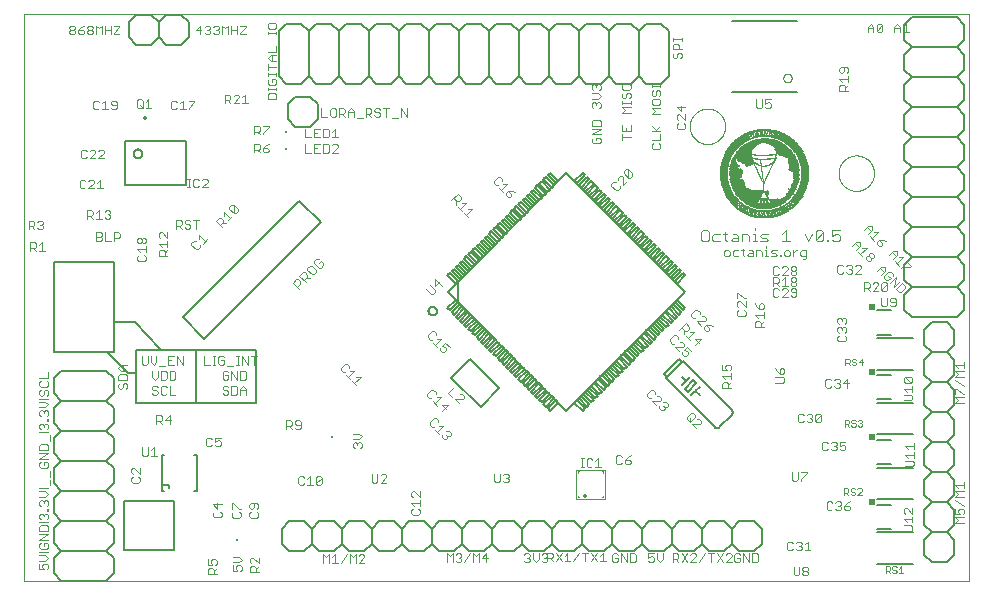
<source format=gto>
G75*
%MOIN*%
%OFA0B0*%
%FSLAX25Y25*%
%IPPOS*%
%LPD*%
%AMOC8*
5,1,8,0,0,1.08239X$1,22.5*
%
%ADD10C,0.00000*%
%ADD11C,0.00300*%
%ADD12R,0.03400X0.00100*%
%ADD13R,0.04800X0.00100*%
%ADD14R,0.05900X0.00100*%
%ADD15R,0.06800X0.00100*%
%ADD16R,0.07600X0.00100*%
%ADD17R,0.00100X0.00100*%
%ADD18R,0.00900X0.00100*%
%ADD19R,0.03200X0.00100*%
%ADD20R,0.03000X0.00100*%
%ADD21R,0.00400X0.00100*%
%ADD22R,0.00700X0.00100*%
%ADD23R,0.00500X0.00100*%
%ADD24R,0.02700X0.00100*%
%ADD25R,0.02300X0.00100*%
%ADD26R,0.00200X0.00100*%
%ADD27R,0.00600X0.00100*%
%ADD28R,0.02400X0.00100*%
%ADD29R,0.02200X0.00100*%
%ADD30R,0.02600X0.00100*%
%ADD31R,0.00300X0.00100*%
%ADD32R,0.01900X0.00100*%
%ADD33R,0.01800X0.00100*%
%ADD34R,0.00800X0.00100*%
%ADD35R,0.02000X0.00100*%
%ADD36R,0.01500X0.00100*%
%ADD37R,0.01600X0.00100*%
%ADD38R,0.01400X0.00100*%
%ADD39R,0.01100X0.00100*%
%ADD40R,0.01700X0.00100*%
%ADD41R,0.01300X0.00100*%
%ADD42R,0.01200X0.00100*%
%ADD43R,0.03700X0.00100*%
%ADD44R,0.05500X0.00100*%
%ADD45R,0.01000X0.00100*%
%ADD46R,0.08000X0.00100*%
%ADD47R,0.02100X0.00100*%
%ADD48R,0.02900X0.00100*%
%ADD49R,0.04200X0.00100*%
%ADD50R,0.05200X0.00100*%
%ADD51R,0.06000X0.00100*%
%ADD52R,0.06700X0.00100*%
%ADD53R,0.07400X0.00100*%
%ADD54R,0.08500X0.00100*%
%ADD55R,0.09000X0.00100*%
%ADD56R,0.09500X0.00100*%
%ADD57R,0.09900X0.00100*%
%ADD58R,0.10300X0.00100*%
%ADD59R,0.10700X0.00100*%
%ADD60R,0.11100X0.00100*%
%ADD61R,0.11500X0.00100*%
%ADD62R,0.11800X0.00100*%
%ADD63R,0.12200X0.00100*%
%ADD64R,0.12500X0.00100*%
%ADD65R,0.04100X0.00100*%
%ADD66R,0.08600X0.00100*%
%ADD67R,0.04500X0.00100*%
%ADD68R,0.04400X0.00100*%
%ADD69R,0.04600X0.00100*%
%ADD70R,0.04900X0.00100*%
%ADD71R,0.05100X0.00100*%
%ADD72R,0.05000X0.00100*%
%ADD73R,0.03500X0.00100*%
%ADD74R,0.05400X0.00100*%
%ADD75R,0.05600X0.00100*%
%ADD76R,0.05800X0.00100*%
%ADD77R,0.02800X0.00100*%
%ADD78R,0.06100X0.00100*%
%ADD79R,0.03300X0.00100*%
%ADD80R,0.06300X0.00100*%
%ADD81R,0.06400X0.00100*%
%ADD82R,0.06600X0.00100*%
%ADD83R,0.06900X0.00100*%
%ADD84R,0.07100X0.00100*%
%ADD85R,0.03100X0.00100*%
%ADD86R,0.07200X0.00100*%
%ADD87R,0.02500X0.00100*%
%ADD88R,0.07700X0.00100*%
%ADD89R,0.07900X0.00100*%
%ADD90R,0.08100X0.00100*%
%ADD91R,0.08200X0.00100*%
%ADD92R,0.08300X0.00100*%
%ADD93R,0.08400X0.00100*%
%ADD94R,0.08800X0.00100*%
%ADD95R,0.09200X0.00100*%
%ADD96R,0.09300X0.00100*%
%ADD97R,0.09400X0.00100*%
%ADD98R,0.09600X0.00100*%
%ADD99R,0.11300X0.00100*%
%ADD100R,0.11400X0.00100*%
%ADD101R,0.10500X0.00100*%
%ADD102R,0.10100X0.00100*%
%ADD103R,0.10200X0.00100*%
%ADD104R,0.06500X0.00100*%
%ADD105R,0.06200X0.00100*%
%ADD106R,0.04700X0.00100*%
%ADD107R,0.03900X0.00100*%
%ADD108R,0.03600X0.00100*%
%ADD109R,0.04000X0.00100*%
%ADD110R,0.04300X0.00100*%
%ADD111R,0.05300X0.00100*%
%ADD112R,0.07000X0.00100*%
%ADD113R,0.05700X0.00100*%
%ADD114R,0.03800X0.00100*%
%ADD115C,0.00600*%
%ADD116C,0.00500*%
%ADD117R,0.00984X0.00984*%
%ADD118C,0.00200*%
%ADD119C,0.00197*%
%ADD120C,0.00079*%
%ADD121C,0.01378*%
%ADD122R,0.02000X0.02000*%
%ADD123C,0.00400*%
D10*
X0007131Y0012652D02*
X0007131Y0201628D01*
X0322092Y0201628D01*
X0322092Y0012652D01*
X0007131Y0012652D01*
X0229164Y0164079D02*
X0229166Y0164232D01*
X0229172Y0164386D01*
X0229182Y0164539D01*
X0229196Y0164691D01*
X0229214Y0164844D01*
X0229236Y0164995D01*
X0229261Y0165146D01*
X0229291Y0165297D01*
X0229325Y0165447D01*
X0229362Y0165595D01*
X0229403Y0165743D01*
X0229448Y0165889D01*
X0229497Y0166035D01*
X0229550Y0166179D01*
X0229606Y0166321D01*
X0229666Y0166462D01*
X0229730Y0166602D01*
X0229797Y0166740D01*
X0229868Y0166876D01*
X0229943Y0167010D01*
X0230020Y0167142D01*
X0230102Y0167272D01*
X0230186Y0167400D01*
X0230274Y0167526D01*
X0230365Y0167649D01*
X0230459Y0167770D01*
X0230557Y0167888D01*
X0230657Y0168004D01*
X0230761Y0168117D01*
X0230867Y0168228D01*
X0230976Y0168336D01*
X0231088Y0168441D01*
X0231202Y0168542D01*
X0231320Y0168641D01*
X0231439Y0168737D01*
X0231561Y0168830D01*
X0231686Y0168919D01*
X0231813Y0169006D01*
X0231942Y0169088D01*
X0232073Y0169168D01*
X0232206Y0169244D01*
X0232341Y0169317D01*
X0232478Y0169386D01*
X0232617Y0169451D01*
X0232757Y0169513D01*
X0232899Y0169571D01*
X0233042Y0169626D01*
X0233187Y0169677D01*
X0233333Y0169724D01*
X0233480Y0169767D01*
X0233628Y0169806D01*
X0233777Y0169842D01*
X0233927Y0169873D01*
X0234078Y0169901D01*
X0234229Y0169925D01*
X0234382Y0169945D01*
X0234534Y0169961D01*
X0234687Y0169973D01*
X0234840Y0169981D01*
X0234993Y0169985D01*
X0235147Y0169985D01*
X0235300Y0169981D01*
X0235453Y0169973D01*
X0235606Y0169961D01*
X0235758Y0169945D01*
X0235911Y0169925D01*
X0236062Y0169901D01*
X0236213Y0169873D01*
X0236363Y0169842D01*
X0236512Y0169806D01*
X0236660Y0169767D01*
X0236807Y0169724D01*
X0236953Y0169677D01*
X0237098Y0169626D01*
X0237241Y0169571D01*
X0237383Y0169513D01*
X0237523Y0169451D01*
X0237662Y0169386D01*
X0237799Y0169317D01*
X0237934Y0169244D01*
X0238067Y0169168D01*
X0238198Y0169088D01*
X0238327Y0169006D01*
X0238454Y0168919D01*
X0238579Y0168830D01*
X0238701Y0168737D01*
X0238820Y0168641D01*
X0238938Y0168542D01*
X0239052Y0168441D01*
X0239164Y0168336D01*
X0239273Y0168228D01*
X0239379Y0168117D01*
X0239483Y0168004D01*
X0239583Y0167888D01*
X0239681Y0167770D01*
X0239775Y0167649D01*
X0239866Y0167526D01*
X0239954Y0167400D01*
X0240038Y0167272D01*
X0240120Y0167142D01*
X0240197Y0167010D01*
X0240272Y0166876D01*
X0240343Y0166740D01*
X0240410Y0166602D01*
X0240474Y0166462D01*
X0240534Y0166321D01*
X0240590Y0166179D01*
X0240643Y0166035D01*
X0240692Y0165889D01*
X0240737Y0165743D01*
X0240778Y0165595D01*
X0240815Y0165447D01*
X0240849Y0165297D01*
X0240879Y0165146D01*
X0240904Y0164995D01*
X0240926Y0164844D01*
X0240944Y0164691D01*
X0240958Y0164539D01*
X0240968Y0164386D01*
X0240974Y0164232D01*
X0240976Y0164079D01*
X0240974Y0163926D01*
X0240968Y0163772D01*
X0240958Y0163619D01*
X0240944Y0163467D01*
X0240926Y0163314D01*
X0240904Y0163163D01*
X0240879Y0163012D01*
X0240849Y0162861D01*
X0240815Y0162711D01*
X0240778Y0162563D01*
X0240737Y0162415D01*
X0240692Y0162269D01*
X0240643Y0162123D01*
X0240590Y0161979D01*
X0240534Y0161837D01*
X0240474Y0161696D01*
X0240410Y0161556D01*
X0240343Y0161418D01*
X0240272Y0161282D01*
X0240197Y0161148D01*
X0240120Y0161016D01*
X0240038Y0160886D01*
X0239954Y0160758D01*
X0239866Y0160632D01*
X0239775Y0160509D01*
X0239681Y0160388D01*
X0239583Y0160270D01*
X0239483Y0160154D01*
X0239379Y0160041D01*
X0239273Y0159930D01*
X0239164Y0159822D01*
X0239052Y0159717D01*
X0238938Y0159616D01*
X0238820Y0159517D01*
X0238701Y0159421D01*
X0238579Y0159328D01*
X0238454Y0159239D01*
X0238327Y0159152D01*
X0238198Y0159070D01*
X0238067Y0158990D01*
X0237934Y0158914D01*
X0237799Y0158841D01*
X0237662Y0158772D01*
X0237523Y0158707D01*
X0237383Y0158645D01*
X0237241Y0158587D01*
X0237098Y0158532D01*
X0236953Y0158481D01*
X0236807Y0158434D01*
X0236660Y0158391D01*
X0236512Y0158352D01*
X0236363Y0158316D01*
X0236213Y0158285D01*
X0236062Y0158257D01*
X0235911Y0158233D01*
X0235758Y0158213D01*
X0235606Y0158197D01*
X0235453Y0158185D01*
X0235300Y0158177D01*
X0235147Y0158173D01*
X0234993Y0158173D01*
X0234840Y0158177D01*
X0234687Y0158185D01*
X0234534Y0158197D01*
X0234382Y0158213D01*
X0234229Y0158233D01*
X0234078Y0158257D01*
X0233927Y0158285D01*
X0233777Y0158316D01*
X0233628Y0158352D01*
X0233480Y0158391D01*
X0233333Y0158434D01*
X0233187Y0158481D01*
X0233042Y0158532D01*
X0232899Y0158587D01*
X0232757Y0158645D01*
X0232617Y0158707D01*
X0232478Y0158772D01*
X0232341Y0158841D01*
X0232206Y0158914D01*
X0232073Y0158990D01*
X0231942Y0159070D01*
X0231813Y0159152D01*
X0231686Y0159239D01*
X0231561Y0159328D01*
X0231439Y0159421D01*
X0231320Y0159517D01*
X0231202Y0159616D01*
X0231088Y0159717D01*
X0230976Y0159822D01*
X0230867Y0159930D01*
X0230761Y0160041D01*
X0230657Y0160154D01*
X0230557Y0160270D01*
X0230459Y0160388D01*
X0230365Y0160509D01*
X0230274Y0160632D01*
X0230186Y0160758D01*
X0230102Y0160886D01*
X0230020Y0161016D01*
X0229943Y0161148D01*
X0229868Y0161282D01*
X0229797Y0161418D01*
X0229730Y0161556D01*
X0229666Y0161696D01*
X0229606Y0161837D01*
X0229550Y0161979D01*
X0229497Y0162123D01*
X0229448Y0162269D01*
X0229403Y0162415D01*
X0229362Y0162563D01*
X0229325Y0162711D01*
X0229291Y0162861D01*
X0229261Y0163012D01*
X0229236Y0163163D01*
X0229214Y0163314D01*
X0229196Y0163467D01*
X0229182Y0163619D01*
X0229172Y0163772D01*
X0229166Y0163926D01*
X0229164Y0164079D01*
X0278785Y0148479D02*
X0278787Y0148632D01*
X0278793Y0148786D01*
X0278803Y0148939D01*
X0278817Y0149091D01*
X0278835Y0149244D01*
X0278857Y0149395D01*
X0278882Y0149546D01*
X0278912Y0149697D01*
X0278946Y0149847D01*
X0278983Y0149995D01*
X0279024Y0150143D01*
X0279069Y0150289D01*
X0279118Y0150435D01*
X0279171Y0150579D01*
X0279227Y0150721D01*
X0279287Y0150862D01*
X0279351Y0151002D01*
X0279418Y0151140D01*
X0279489Y0151276D01*
X0279564Y0151410D01*
X0279641Y0151542D01*
X0279723Y0151672D01*
X0279807Y0151800D01*
X0279895Y0151926D01*
X0279986Y0152049D01*
X0280080Y0152170D01*
X0280178Y0152288D01*
X0280278Y0152404D01*
X0280382Y0152517D01*
X0280488Y0152628D01*
X0280597Y0152736D01*
X0280709Y0152841D01*
X0280823Y0152942D01*
X0280941Y0153041D01*
X0281060Y0153137D01*
X0281182Y0153230D01*
X0281307Y0153319D01*
X0281434Y0153406D01*
X0281563Y0153488D01*
X0281694Y0153568D01*
X0281827Y0153644D01*
X0281962Y0153717D01*
X0282099Y0153786D01*
X0282238Y0153851D01*
X0282378Y0153913D01*
X0282520Y0153971D01*
X0282663Y0154026D01*
X0282808Y0154077D01*
X0282954Y0154124D01*
X0283101Y0154167D01*
X0283249Y0154206D01*
X0283398Y0154242D01*
X0283548Y0154273D01*
X0283699Y0154301D01*
X0283850Y0154325D01*
X0284003Y0154345D01*
X0284155Y0154361D01*
X0284308Y0154373D01*
X0284461Y0154381D01*
X0284614Y0154385D01*
X0284768Y0154385D01*
X0284921Y0154381D01*
X0285074Y0154373D01*
X0285227Y0154361D01*
X0285379Y0154345D01*
X0285532Y0154325D01*
X0285683Y0154301D01*
X0285834Y0154273D01*
X0285984Y0154242D01*
X0286133Y0154206D01*
X0286281Y0154167D01*
X0286428Y0154124D01*
X0286574Y0154077D01*
X0286719Y0154026D01*
X0286862Y0153971D01*
X0287004Y0153913D01*
X0287144Y0153851D01*
X0287283Y0153786D01*
X0287420Y0153717D01*
X0287555Y0153644D01*
X0287688Y0153568D01*
X0287819Y0153488D01*
X0287948Y0153406D01*
X0288075Y0153319D01*
X0288200Y0153230D01*
X0288322Y0153137D01*
X0288441Y0153041D01*
X0288559Y0152942D01*
X0288673Y0152841D01*
X0288785Y0152736D01*
X0288894Y0152628D01*
X0289000Y0152517D01*
X0289104Y0152404D01*
X0289204Y0152288D01*
X0289302Y0152170D01*
X0289396Y0152049D01*
X0289487Y0151926D01*
X0289575Y0151800D01*
X0289659Y0151672D01*
X0289741Y0151542D01*
X0289818Y0151410D01*
X0289893Y0151276D01*
X0289964Y0151140D01*
X0290031Y0151002D01*
X0290095Y0150862D01*
X0290155Y0150721D01*
X0290211Y0150579D01*
X0290264Y0150435D01*
X0290313Y0150289D01*
X0290358Y0150143D01*
X0290399Y0149995D01*
X0290436Y0149847D01*
X0290470Y0149697D01*
X0290500Y0149546D01*
X0290525Y0149395D01*
X0290547Y0149244D01*
X0290565Y0149091D01*
X0290579Y0148939D01*
X0290589Y0148786D01*
X0290595Y0148632D01*
X0290597Y0148479D01*
X0290595Y0148326D01*
X0290589Y0148172D01*
X0290579Y0148019D01*
X0290565Y0147867D01*
X0290547Y0147714D01*
X0290525Y0147563D01*
X0290500Y0147412D01*
X0290470Y0147261D01*
X0290436Y0147111D01*
X0290399Y0146963D01*
X0290358Y0146815D01*
X0290313Y0146669D01*
X0290264Y0146523D01*
X0290211Y0146379D01*
X0290155Y0146237D01*
X0290095Y0146096D01*
X0290031Y0145956D01*
X0289964Y0145818D01*
X0289893Y0145682D01*
X0289818Y0145548D01*
X0289741Y0145416D01*
X0289659Y0145286D01*
X0289575Y0145158D01*
X0289487Y0145032D01*
X0289396Y0144909D01*
X0289302Y0144788D01*
X0289204Y0144670D01*
X0289104Y0144554D01*
X0289000Y0144441D01*
X0288894Y0144330D01*
X0288785Y0144222D01*
X0288673Y0144117D01*
X0288559Y0144016D01*
X0288441Y0143917D01*
X0288322Y0143821D01*
X0288200Y0143728D01*
X0288075Y0143639D01*
X0287948Y0143552D01*
X0287819Y0143470D01*
X0287688Y0143390D01*
X0287555Y0143314D01*
X0287420Y0143241D01*
X0287283Y0143172D01*
X0287144Y0143107D01*
X0287004Y0143045D01*
X0286862Y0142987D01*
X0286719Y0142932D01*
X0286574Y0142881D01*
X0286428Y0142834D01*
X0286281Y0142791D01*
X0286133Y0142752D01*
X0285984Y0142716D01*
X0285834Y0142685D01*
X0285683Y0142657D01*
X0285532Y0142633D01*
X0285379Y0142613D01*
X0285227Y0142597D01*
X0285074Y0142585D01*
X0284921Y0142577D01*
X0284768Y0142573D01*
X0284614Y0142573D01*
X0284461Y0142577D01*
X0284308Y0142585D01*
X0284155Y0142597D01*
X0284003Y0142613D01*
X0283850Y0142633D01*
X0283699Y0142657D01*
X0283548Y0142685D01*
X0283398Y0142716D01*
X0283249Y0142752D01*
X0283101Y0142791D01*
X0282954Y0142834D01*
X0282808Y0142881D01*
X0282663Y0142932D01*
X0282520Y0142987D01*
X0282378Y0143045D01*
X0282238Y0143107D01*
X0282099Y0143172D01*
X0281962Y0143241D01*
X0281827Y0143314D01*
X0281694Y0143390D01*
X0281563Y0143470D01*
X0281434Y0143552D01*
X0281307Y0143639D01*
X0281182Y0143728D01*
X0281060Y0143821D01*
X0280941Y0143917D01*
X0280823Y0144016D01*
X0280709Y0144117D01*
X0280597Y0144222D01*
X0280488Y0144330D01*
X0280382Y0144441D01*
X0280278Y0144554D01*
X0280178Y0144670D01*
X0280080Y0144788D01*
X0279986Y0144909D01*
X0279895Y0145032D01*
X0279807Y0145158D01*
X0279723Y0145286D01*
X0279641Y0145416D01*
X0279564Y0145548D01*
X0279489Y0145682D01*
X0279418Y0145818D01*
X0279351Y0145956D01*
X0279287Y0146096D01*
X0279227Y0146237D01*
X0279171Y0146379D01*
X0279118Y0146523D01*
X0279069Y0146669D01*
X0279024Y0146815D01*
X0278983Y0146963D01*
X0278946Y0147111D01*
X0278912Y0147261D01*
X0278882Y0147412D01*
X0278857Y0147563D01*
X0278835Y0147714D01*
X0278817Y0147867D01*
X0278803Y0148019D01*
X0278793Y0148172D01*
X0278787Y0148326D01*
X0278785Y0148479D01*
D11*
X0279099Y0129422D02*
X0276630Y0129422D01*
X0276630Y0127570D01*
X0277864Y0128187D01*
X0278481Y0128187D01*
X0279099Y0127570D01*
X0279099Y0126336D01*
X0278481Y0125719D01*
X0277247Y0125719D01*
X0276630Y0126336D01*
X0275405Y0126336D02*
X0275405Y0125719D01*
X0274788Y0125719D01*
X0274788Y0126336D01*
X0275405Y0126336D01*
X0273574Y0126336D02*
X0273574Y0128804D01*
X0271105Y0126336D01*
X0271722Y0125719D01*
X0272957Y0125719D01*
X0273574Y0126336D01*
X0273574Y0128804D02*
X0272957Y0129422D01*
X0271722Y0129422D01*
X0271105Y0128804D01*
X0271105Y0126336D01*
X0269891Y0128187D02*
X0268656Y0125719D01*
X0267422Y0128187D01*
X0262524Y0125719D02*
X0260056Y0125719D01*
X0261290Y0125719D02*
X0261290Y0129422D01*
X0260056Y0128187D01*
X0255158Y0128187D02*
X0253307Y0128187D01*
X0252689Y0127570D01*
X0253307Y0126953D01*
X0254541Y0126953D01*
X0255158Y0126336D01*
X0254541Y0125719D01*
X0252689Y0125719D01*
X0251468Y0125719D02*
X0250234Y0125719D01*
X0250851Y0125719D02*
X0250851Y0128187D01*
X0250234Y0128187D01*
X0249020Y0127570D02*
X0249020Y0125719D01*
X0249020Y0127570D02*
X0248402Y0128187D01*
X0246551Y0128187D01*
X0246551Y0125719D01*
X0245336Y0125719D02*
X0243485Y0125719D01*
X0242868Y0126336D01*
X0243485Y0126953D01*
X0245336Y0126953D01*
X0245336Y0127570D02*
X0245336Y0125719D01*
X0245336Y0127570D02*
X0244719Y0128187D01*
X0243485Y0128187D01*
X0241647Y0128187D02*
X0240412Y0128187D01*
X0241029Y0128804D02*
X0241029Y0126336D01*
X0241647Y0125719D01*
X0239198Y0125719D02*
X0237346Y0125719D01*
X0236729Y0126336D01*
X0236729Y0127570D01*
X0237346Y0128187D01*
X0239198Y0128187D01*
X0235515Y0128804D02*
X0235515Y0126336D01*
X0234898Y0125719D01*
X0233663Y0125719D01*
X0233046Y0126336D01*
X0233046Y0128804D01*
X0233663Y0129422D01*
X0234898Y0129422D01*
X0235515Y0128804D01*
X0240971Y0122716D02*
X0240487Y0122233D01*
X0240487Y0121265D01*
X0240971Y0120781D01*
X0241938Y0120781D01*
X0242422Y0121265D01*
X0242422Y0122233D01*
X0241938Y0122716D01*
X0240971Y0122716D01*
X0243434Y0122233D02*
X0243434Y0121265D01*
X0243917Y0120781D01*
X0245369Y0120781D01*
X0246864Y0121265D02*
X0247348Y0120781D01*
X0246864Y0121265D02*
X0246864Y0123200D01*
X0246380Y0122716D02*
X0247348Y0122716D01*
X0248828Y0122716D02*
X0249796Y0122716D01*
X0250279Y0122233D01*
X0250279Y0120781D01*
X0248828Y0120781D01*
X0248344Y0121265D01*
X0248828Y0121749D01*
X0250279Y0121749D01*
X0251291Y0122716D02*
X0252742Y0122716D01*
X0253226Y0122233D01*
X0253226Y0120781D01*
X0254237Y0120781D02*
X0255205Y0120781D01*
X0254721Y0120781D02*
X0254721Y0122716D01*
X0254237Y0122716D01*
X0254721Y0123684D02*
X0254721Y0124168D01*
X0256202Y0122233D02*
X0256686Y0122716D01*
X0258137Y0122716D01*
X0257653Y0121749D02*
X0256686Y0121749D01*
X0256202Y0122233D01*
X0256202Y0120781D02*
X0257653Y0120781D01*
X0258137Y0121265D01*
X0257653Y0121749D01*
X0259148Y0121265D02*
X0259632Y0121265D01*
X0259632Y0120781D01*
X0259148Y0120781D01*
X0259148Y0121265D01*
X0260622Y0121265D02*
X0261105Y0120781D01*
X0262073Y0120781D01*
X0262557Y0121265D01*
X0262557Y0122233D01*
X0262073Y0122716D01*
X0261105Y0122716D01*
X0260622Y0122233D01*
X0260622Y0121265D01*
X0263568Y0120781D02*
X0263568Y0122716D01*
X0263568Y0121749D02*
X0264536Y0122716D01*
X0265019Y0122716D01*
X0266023Y0122233D02*
X0266023Y0121265D01*
X0266507Y0120781D01*
X0267958Y0120781D01*
X0267958Y0120298D02*
X0267958Y0122716D01*
X0266507Y0122716D01*
X0266023Y0122233D01*
X0266991Y0119814D02*
X0267475Y0119814D01*
X0267958Y0120298D01*
X0264710Y0116884D02*
X0264710Y0116400D01*
X0264226Y0115916D01*
X0263258Y0115916D01*
X0262775Y0116400D01*
X0262775Y0116884D01*
X0263258Y0117367D01*
X0264226Y0117367D01*
X0264710Y0116884D01*
X0264226Y0115916D02*
X0264710Y0115432D01*
X0264710Y0114949D01*
X0264226Y0114465D01*
X0263258Y0114465D01*
X0262775Y0114949D01*
X0262775Y0115432D01*
X0263258Y0115916D01*
X0261763Y0116400D02*
X0261763Y0116884D01*
X0261279Y0117367D01*
X0260312Y0117367D01*
X0259828Y0116884D01*
X0258816Y0116884D02*
X0258333Y0117367D01*
X0257365Y0117367D01*
X0256881Y0116884D01*
X0256881Y0114949D01*
X0257365Y0114465D01*
X0258333Y0114465D01*
X0258816Y0114949D01*
X0259828Y0114465D02*
X0261763Y0116400D01*
X0261763Y0114465D02*
X0259828Y0114465D01*
X0260795Y0113767D02*
X0259828Y0112800D01*
X0258816Y0113284D02*
X0258816Y0112316D01*
X0258333Y0111832D01*
X0256881Y0111832D01*
X0256881Y0110865D02*
X0256881Y0113767D01*
X0258333Y0113767D01*
X0258816Y0113284D01*
X0257849Y0111832D02*
X0258816Y0110865D01*
X0258333Y0110167D02*
X0257365Y0110167D01*
X0256881Y0109684D01*
X0256881Y0107749D01*
X0257365Y0107265D01*
X0258333Y0107265D01*
X0258816Y0107749D01*
X0259828Y0107265D02*
X0261763Y0109200D01*
X0261763Y0109684D01*
X0261279Y0110167D01*
X0260312Y0110167D01*
X0259828Y0109684D01*
X0258816Y0109684D02*
X0258333Y0110167D01*
X0259828Y0110865D02*
X0261763Y0110865D01*
X0260795Y0110865D02*
X0260795Y0113767D01*
X0262775Y0113284D02*
X0262775Y0112800D01*
X0263258Y0112316D01*
X0264226Y0112316D01*
X0264710Y0111832D01*
X0264710Y0111349D01*
X0264226Y0110865D01*
X0263258Y0110865D01*
X0262775Y0111349D01*
X0262775Y0111832D01*
X0263258Y0112316D01*
X0264226Y0112316D02*
X0264710Y0112800D01*
X0264710Y0113284D01*
X0264226Y0113767D01*
X0263258Y0113767D01*
X0262775Y0113284D01*
X0263258Y0110167D02*
X0262775Y0109684D01*
X0262775Y0109200D01*
X0263258Y0108716D01*
X0264710Y0108716D01*
X0264710Y0107749D02*
X0264710Y0109684D01*
X0264226Y0110167D01*
X0263258Y0110167D01*
X0262775Y0107749D02*
X0263258Y0107265D01*
X0264226Y0107265D01*
X0264710Y0107749D01*
X0261763Y0107265D02*
X0259828Y0107265D01*
X0253781Y0104570D02*
X0253781Y0103602D01*
X0253298Y0103118D01*
X0252330Y0103118D01*
X0252330Y0104570D01*
X0252814Y0105053D01*
X0253298Y0105053D01*
X0253781Y0104570D01*
X0252330Y0103118D02*
X0251363Y0104086D01*
X0250879Y0105053D01*
X0247781Y0105707D02*
X0247781Y0103772D01*
X0245847Y0105707D01*
X0245363Y0105707D01*
X0244879Y0105223D01*
X0244879Y0104256D01*
X0245363Y0103772D01*
X0245363Y0102760D02*
X0244879Y0102277D01*
X0244879Y0101309D01*
X0245363Y0100825D01*
X0247298Y0100825D01*
X0247781Y0101309D01*
X0247781Y0102277D01*
X0247298Y0102760D01*
X0250879Y0101139D02*
X0253781Y0101139D01*
X0253781Y0100172D02*
X0253781Y0102107D01*
X0251847Y0100172D02*
X0250879Y0101139D01*
X0251363Y0099160D02*
X0252330Y0099160D01*
X0252814Y0098677D01*
X0252814Y0097225D01*
X0253781Y0097225D02*
X0250879Y0097225D01*
X0250879Y0098677D01*
X0251363Y0099160D01*
X0252814Y0098193D02*
X0253781Y0099160D01*
X0247781Y0106718D02*
X0247298Y0106718D01*
X0245363Y0108653D01*
X0244879Y0108653D01*
X0244879Y0106718D01*
X0234506Y0100058D02*
X0233822Y0100742D01*
X0233137Y0100742D01*
X0232422Y0101457D02*
X0232422Y0102141D01*
X0231738Y0102825D01*
X0231054Y0102825D01*
X0229686Y0101457D01*
X0229686Y0100773D01*
X0230370Y0100089D01*
X0231054Y0100089D01*
X0231427Y0099031D02*
X0234164Y0099031D01*
X0234506Y0099373D01*
X0234506Y0100058D01*
X0234537Y0097974D02*
X0235563Y0096948D01*
X0235563Y0096264D01*
X0235221Y0095922D01*
X0234537Y0095922D01*
X0233853Y0096606D01*
X0233853Y0097290D01*
X0234537Y0097974D01*
X0235905Y0097974D01*
X0236931Y0097632D01*
X0232795Y0097663D02*
X0231427Y0099031D01*
X0228822Y0097341D02*
X0228822Y0096657D01*
X0228138Y0095973D01*
X0227454Y0095973D01*
X0226428Y0096999D01*
X0227112Y0096315D02*
X0227112Y0094947D01*
X0227827Y0094231D02*
X0229195Y0092863D01*
X0228511Y0093547D02*
X0230564Y0095600D01*
X0229195Y0095600D01*
X0228822Y0097341D02*
X0227796Y0098367D01*
X0225744Y0096315D01*
X0224538Y0094425D02*
X0223854Y0094425D01*
X0222486Y0093057D01*
X0222486Y0092373D01*
X0223170Y0091689D01*
X0223854Y0091689D01*
X0224227Y0090631D02*
X0226964Y0090631D01*
X0227306Y0090973D01*
X0227306Y0091658D01*
X0226622Y0092342D01*
X0225937Y0092342D01*
X0225222Y0093057D02*
X0225222Y0093741D01*
X0224538Y0094425D01*
X0224227Y0090631D02*
X0225595Y0089263D01*
X0226653Y0088890D02*
X0226653Y0088206D01*
X0227337Y0087522D01*
X0228021Y0087522D01*
X0228705Y0088206D01*
X0228705Y0088890D01*
X0228363Y0089232D01*
X0227337Y0089574D01*
X0228363Y0090600D01*
X0229731Y0089232D01*
X0230937Y0091122D02*
X0232989Y0093174D01*
X0230937Y0093174D01*
X0232305Y0091806D01*
X0240079Y0084653D02*
X0240079Y0082718D01*
X0241530Y0082718D01*
X0241047Y0083686D01*
X0241047Y0084170D01*
X0241530Y0084653D01*
X0242498Y0084653D01*
X0242981Y0084170D01*
X0242981Y0083202D01*
X0242498Y0082718D01*
X0242981Y0081707D02*
X0242981Y0079772D01*
X0242981Y0080739D02*
X0240079Y0080739D01*
X0241047Y0079772D01*
X0241530Y0078760D02*
X0242014Y0078277D01*
X0242014Y0076825D01*
X0242981Y0076825D02*
X0240079Y0076825D01*
X0240079Y0078277D01*
X0240563Y0078760D01*
X0241530Y0078760D01*
X0242014Y0077793D02*
X0242981Y0078760D01*
X0257753Y0078628D02*
X0260172Y0078628D01*
X0260656Y0079112D01*
X0260656Y0080079D01*
X0260172Y0080563D01*
X0257753Y0080563D01*
X0259204Y0081574D02*
X0259204Y0083026D01*
X0259688Y0083509D01*
X0260172Y0083509D01*
X0260656Y0083026D01*
X0260656Y0082058D01*
X0260172Y0081574D01*
X0259204Y0081574D01*
X0258237Y0082542D01*
X0257753Y0083509D01*
X0274381Y0079384D02*
X0274381Y0077449D01*
X0274865Y0076965D01*
X0275833Y0076965D01*
X0276316Y0077449D01*
X0277328Y0077449D02*
X0277812Y0076965D01*
X0278779Y0076965D01*
X0279263Y0077449D01*
X0279263Y0077932D01*
X0278779Y0078416D01*
X0278295Y0078416D01*
X0278779Y0078416D02*
X0279263Y0078900D01*
X0279263Y0079384D01*
X0278779Y0079867D01*
X0277812Y0079867D01*
X0277328Y0079384D01*
X0276316Y0079384D02*
X0275833Y0079867D01*
X0274865Y0079867D01*
X0274381Y0079384D01*
X0280275Y0078416D02*
X0282210Y0078416D01*
X0281726Y0076965D02*
X0281726Y0079867D01*
X0280275Y0078416D01*
X0272526Y0068267D02*
X0273010Y0067784D01*
X0271075Y0065849D01*
X0271558Y0065365D01*
X0272526Y0065365D01*
X0273010Y0065849D01*
X0273010Y0067784D01*
X0272526Y0068267D02*
X0271558Y0068267D01*
X0271075Y0067784D01*
X0271075Y0065849D01*
X0270063Y0065849D02*
X0269579Y0065365D01*
X0268612Y0065365D01*
X0268128Y0065849D01*
X0267116Y0065849D02*
X0266633Y0065365D01*
X0265665Y0065365D01*
X0265181Y0065849D01*
X0265181Y0067784D01*
X0265665Y0068267D01*
X0266633Y0068267D01*
X0267116Y0067784D01*
X0268128Y0067784D02*
X0268612Y0068267D01*
X0269579Y0068267D01*
X0270063Y0067784D01*
X0270063Y0067300D01*
X0269579Y0066816D01*
X0270063Y0066332D01*
X0270063Y0065849D01*
X0269579Y0066816D02*
X0269095Y0066816D01*
X0273726Y0058967D02*
X0273242Y0058484D01*
X0273242Y0056549D01*
X0273726Y0056065D01*
X0274693Y0056065D01*
X0275177Y0056549D01*
X0276188Y0056549D02*
X0276672Y0056065D01*
X0277640Y0056065D01*
X0278123Y0056549D01*
X0278123Y0057032D01*
X0277640Y0057516D01*
X0277156Y0057516D01*
X0277640Y0057516D02*
X0278123Y0058000D01*
X0278123Y0058484D01*
X0277640Y0058967D01*
X0276672Y0058967D01*
X0276188Y0058484D01*
X0275177Y0058484D02*
X0274693Y0058967D01*
X0273726Y0058967D01*
X0279135Y0058967D02*
X0279135Y0057516D01*
X0280102Y0058000D01*
X0280586Y0058000D01*
X0281070Y0057516D01*
X0281070Y0056549D01*
X0280586Y0056065D01*
X0279619Y0056065D01*
X0279135Y0056549D01*
X0279135Y0058967D02*
X0281070Y0058967D01*
X0268126Y0048893D02*
X0268126Y0048410D01*
X0266191Y0046475D01*
X0266191Y0045991D01*
X0265179Y0046475D02*
X0265179Y0048893D01*
X0266191Y0048893D02*
X0268126Y0048893D01*
X0265179Y0046475D02*
X0264696Y0045991D01*
X0263728Y0045991D01*
X0263244Y0046475D01*
X0263244Y0048893D01*
X0274781Y0038584D02*
X0274781Y0036649D01*
X0275265Y0036165D01*
X0276233Y0036165D01*
X0276716Y0036649D01*
X0277728Y0036649D02*
X0278212Y0036165D01*
X0279179Y0036165D01*
X0279663Y0036649D01*
X0279663Y0037132D01*
X0279179Y0037616D01*
X0278695Y0037616D01*
X0279179Y0037616D02*
X0279663Y0038100D01*
X0279663Y0038584D01*
X0279179Y0039067D01*
X0278212Y0039067D01*
X0277728Y0038584D01*
X0276716Y0038584D02*
X0276233Y0039067D01*
X0275265Y0039067D01*
X0274781Y0038584D01*
X0280675Y0037616D02*
X0282126Y0037616D01*
X0282610Y0037132D01*
X0282610Y0036649D01*
X0282126Y0036165D01*
X0281158Y0036165D01*
X0280675Y0036649D01*
X0280675Y0037616D01*
X0281642Y0038584D01*
X0282610Y0039067D01*
X0300479Y0036470D02*
X0300479Y0035502D01*
X0300963Y0035018D01*
X0300479Y0036470D02*
X0300963Y0036953D01*
X0301447Y0036953D01*
X0303381Y0035018D01*
X0303381Y0036953D01*
X0303381Y0034007D02*
X0303381Y0032072D01*
X0303381Y0033039D02*
X0300479Y0033039D01*
X0301447Y0032072D01*
X0300479Y0031060D02*
X0302898Y0031060D01*
X0303381Y0030577D01*
X0303381Y0029609D01*
X0302898Y0029125D01*
X0300479Y0029125D01*
X0317679Y0031765D02*
X0318647Y0032732D01*
X0317679Y0033700D01*
X0320581Y0033700D01*
X0320098Y0034711D02*
X0320581Y0035195D01*
X0320581Y0036163D01*
X0320098Y0036646D01*
X0319130Y0036646D01*
X0318647Y0036163D01*
X0318647Y0035679D01*
X0319130Y0034711D01*
X0317679Y0034711D01*
X0317679Y0036646D01*
X0317679Y0039593D02*
X0320581Y0037658D01*
X0320581Y0040605D02*
X0317679Y0040605D01*
X0318647Y0041572D01*
X0317679Y0042539D01*
X0320581Y0042539D01*
X0320581Y0043551D02*
X0320581Y0045486D01*
X0320581Y0044519D02*
X0317679Y0044519D01*
X0318647Y0043551D01*
X0303781Y0051209D02*
X0303781Y0052177D01*
X0303298Y0052660D01*
X0300879Y0052660D01*
X0301847Y0053672D02*
X0300879Y0054639D01*
X0303781Y0054639D01*
X0303781Y0053672D02*
X0303781Y0055607D01*
X0303781Y0056618D02*
X0303781Y0058553D01*
X0303781Y0057586D02*
X0300879Y0057586D01*
X0301847Y0056618D01*
X0303781Y0051209D02*
X0303298Y0050725D01*
X0300879Y0050725D01*
X0317679Y0031765D02*
X0320581Y0031765D01*
X0269410Y0022765D02*
X0267475Y0022765D01*
X0268442Y0022765D02*
X0268442Y0025667D01*
X0267475Y0024700D01*
X0266463Y0024700D02*
X0265979Y0024216D01*
X0266463Y0023732D01*
X0266463Y0023249D01*
X0265979Y0022765D01*
X0265012Y0022765D01*
X0264528Y0023249D01*
X0263516Y0023249D02*
X0263033Y0022765D01*
X0262065Y0022765D01*
X0261581Y0023249D01*
X0261581Y0025184D01*
X0262065Y0025667D01*
X0263033Y0025667D01*
X0263516Y0025184D01*
X0264528Y0025184D02*
X0265012Y0025667D01*
X0265979Y0025667D01*
X0266463Y0025184D01*
X0266463Y0024700D01*
X0265979Y0024216D02*
X0265495Y0024216D01*
X0265716Y0017267D02*
X0265716Y0014849D01*
X0265233Y0014365D01*
X0264265Y0014365D01*
X0263781Y0014849D01*
X0263781Y0017267D01*
X0266728Y0016784D02*
X0266728Y0016300D01*
X0267212Y0015816D01*
X0268179Y0015816D01*
X0268663Y0015332D01*
X0268663Y0014849D01*
X0268179Y0014365D01*
X0267212Y0014365D01*
X0266728Y0014849D01*
X0266728Y0015332D01*
X0267212Y0015816D01*
X0268179Y0015816D02*
X0268663Y0016300D01*
X0268663Y0016784D01*
X0268179Y0017267D01*
X0267212Y0017267D01*
X0266728Y0016784D01*
X0251910Y0019349D02*
X0251426Y0018865D01*
X0249975Y0018865D01*
X0249975Y0021767D01*
X0251426Y0021767D01*
X0251910Y0021284D01*
X0251910Y0019349D01*
X0248963Y0018865D02*
X0248963Y0021767D01*
X0247028Y0021767D02*
X0248963Y0018865D01*
X0247028Y0018865D02*
X0247028Y0021767D01*
X0246016Y0021284D02*
X0245533Y0021767D01*
X0244565Y0021767D01*
X0244081Y0021284D01*
X0244081Y0019349D01*
X0244565Y0018865D01*
X0245533Y0018865D01*
X0246016Y0019349D01*
X0246016Y0020316D01*
X0245049Y0020316D01*
X0243096Y0020800D02*
X0241161Y0018865D01*
X0243096Y0018865D01*
X0243096Y0020800D02*
X0243096Y0021284D01*
X0242612Y0021767D01*
X0241644Y0021767D01*
X0241161Y0021284D01*
X0240149Y0021767D02*
X0238214Y0018865D01*
X0240149Y0018865D02*
X0238214Y0021767D01*
X0237203Y0021767D02*
X0235268Y0021767D01*
X0236235Y0021767D02*
X0236235Y0018865D01*
X0234256Y0021767D02*
X0232321Y0018865D01*
X0231310Y0018865D02*
X0229375Y0018865D01*
X0231310Y0020800D01*
X0231310Y0021284D01*
X0230826Y0021767D01*
X0229858Y0021767D01*
X0229375Y0021284D01*
X0228363Y0021767D02*
X0226428Y0018865D01*
X0225416Y0018865D02*
X0224449Y0019832D01*
X0224933Y0019832D02*
X0223481Y0019832D01*
X0223481Y0018865D02*
X0223481Y0021767D01*
X0224933Y0021767D01*
X0225416Y0021284D01*
X0225416Y0020316D01*
X0224933Y0019832D01*
X0226428Y0021767D02*
X0228363Y0018865D01*
X0220163Y0019832D02*
X0219195Y0018865D01*
X0218228Y0019832D01*
X0218228Y0021767D01*
X0217216Y0021767D02*
X0215281Y0021767D01*
X0215281Y0020316D01*
X0216249Y0020800D01*
X0216733Y0020800D01*
X0217216Y0020316D01*
X0217216Y0019349D01*
X0216733Y0018865D01*
X0215765Y0018865D01*
X0215281Y0019349D01*
X0211110Y0019349D02*
X0211110Y0021284D01*
X0210626Y0021767D01*
X0209175Y0021767D01*
X0209175Y0018865D01*
X0210626Y0018865D01*
X0211110Y0019349D01*
X0208163Y0018865D02*
X0208163Y0021767D01*
X0206228Y0021767D02*
X0208163Y0018865D01*
X0206228Y0018865D02*
X0206228Y0021767D01*
X0205216Y0021284D02*
X0204733Y0021767D01*
X0203765Y0021767D01*
X0203281Y0021284D01*
X0203281Y0019349D01*
X0203765Y0018865D01*
X0204733Y0018865D01*
X0205216Y0019349D01*
X0205216Y0020316D01*
X0204249Y0020316D01*
X0201170Y0019065D02*
X0199235Y0019065D01*
X0200202Y0019065D02*
X0200202Y0021967D01*
X0199235Y0021000D01*
X0198223Y0021967D02*
X0196288Y0019065D01*
X0198223Y0019065D02*
X0196288Y0021967D01*
X0195277Y0021967D02*
X0193342Y0021967D01*
X0194309Y0021967D02*
X0194309Y0019065D01*
X0192330Y0021967D02*
X0190395Y0019065D01*
X0189384Y0019065D02*
X0187449Y0019065D01*
X0188416Y0019065D02*
X0188416Y0021967D01*
X0187449Y0021000D01*
X0186437Y0021967D02*
X0184502Y0019065D01*
X0183491Y0019065D02*
X0182523Y0020032D01*
X0183007Y0020032D02*
X0181556Y0020032D01*
X0181710Y0019832D02*
X0181710Y0019349D01*
X0181226Y0018865D01*
X0180258Y0018865D01*
X0179775Y0019349D01*
X0178763Y0019832D02*
X0178763Y0021767D01*
X0179775Y0021284D02*
X0180258Y0021767D01*
X0181226Y0021767D01*
X0181710Y0021284D01*
X0181710Y0020800D01*
X0181226Y0020316D01*
X0181710Y0019832D01*
X0181226Y0020316D02*
X0180742Y0020316D01*
X0181556Y0019065D02*
X0181556Y0021967D01*
X0183007Y0021967D01*
X0183491Y0021484D01*
X0183491Y0020516D01*
X0183007Y0020032D01*
X0184502Y0021967D02*
X0186437Y0019065D01*
X0178763Y0019832D02*
X0177795Y0018865D01*
X0176828Y0019832D01*
X0176828Y0021767D01*
X0175816Y0021284D02*
X0175816Y0020800D01*
X0175333Y0020316D01*
X0175816Y0019832D01*
X0175816Y0019349D01*
X0175333Y0018865D01*
X0174365Y0018865D01*
X0173881Y0019349D01*
X0174849Y0020316D02*
X0175333Y0020316D01*
X0175816Y0021284D02*
X0175333Y0021767D01*
X0174365Y0021767D01*
X0173881Y0021284D01*
X0161903Y0020316D02*
X0159968Y0020316D01*
X0161419Y0021767D01*
X0161419Y0018865D01*
X0158956Y0018865D02*
X0158956Y0021767D01*
X0157989Y0020800D01*
X0157021Y0021767D01*
X0157021Y0018865D01*
X0154075Y0018865D02*
X0156010Y0021767D01*
X0153063Y0021284D02*
X0153063Y0020800D01*
X0152579Y0020316D01*
X0153063Y0019832D01*
X0153063Y0019349D01*
X0152579Y0018865D01*
X0151612Y0018865D01*
X0151128Y0019349D01*
X0150116Y0018865D02*
X0150116Y0021767D01*
X0149149Y0020800D01*
X0148181Y0021767D01*
X0148181Y0018865D01*
X0151128Y0021284D02*
X0151612Y0021767D01*
X0152579Y0021767D01*
X0153063Y0021284D01*
X0152579Y0020316D02*
X0152095Y0020316D01*
X0138703Y0034642D02*
X0136768Y0034642D01*
X0136285Y0035126D01*
X0136285Y0036093D01*
X0136768Y0036577D01*
X0137252Y0037588D02*
X0136285Y0038556D01*
X0139187Y0038556D01*
X0139187Y0039523D02*
X0139187Y0037588D01*
X0138703Y0036577D02*
X0139187Y0036093D01*
X0139187Y0035126D01*
X0138703Y0034642D01*
X0139187Y0040535D02*
X0137252Y0042470D01*
X0136768Y0042470D01*
X0136285Y0041986D01*
X0136285Y0041019D01*
X0136768Y0040535D01*
X0139187Y0040535D02*
X0139187Y0042470D01*
X0128031Y0045307D02*
X0126097Y0045307D01*
X0128031Y0047242D01*
X0128031Y0047726D01*
X0127548Y0048210D01*
X0126580Y0048210D01*
X0126097Y0047726D01*
X0125085Y0048210D02*
X0125085Y0045791D01*
X0124601Y0045307D01*
X0123634Y0045307D01*
X0123150Y0045791D01*
X0123150Y0048210D01*
X0119372Y0056809D02*
X0119856Y0057293D01*
X0119856Y0058260D01*
X0119372Y0058744D01*
X0118888Y0058744D01*
X0118404Y0058260D01*
X0118404Y0057776D01*
X0118404Y0058260D02*
X0117921Y0058744D01*
X0117437Y0058744D01*
X0116953Y0058260D01*
X0116953Y0057293D01*
X0117437Y0056809D01*
X0116953Y0059755D02*
X0118888Y0059755D01*
X0119856Y0060723D01*
X0118888Y0061690D01*
X0116953Y0061690D01*
X0099463Y0063649D02*
X0098979Y0063165D01*
X0098012Y0063165D01*
X0097528Y0063649D01*
X0098012Y0064616D02*
X0099463Y0064616D01*
X0099463Y0063649D02*
X0099463Y0065584D01*
X0098979Y0066067D01*
X0098012Y0066067D01*
X0097528Y0065584D01*
X0097528Y0065100D01*
X0098012Y0064616D01*
X0096516Y0064616D02*
X0096033Y0064132D01*
X0094581Y0064132D01*
X0094581Y0063165D02*
X0094581Y0066067D01*
X0096033Y0066067D01*
X0096516Y0065584D01*
X0096516Y0064616D01*
X0095549Y0064132D02*
X0096516Y0063165D01*
X0081282Y0074665D02*
X0081282Y0076600D01*
X0080314Y0077567D01*
X0079347Y0076600D01*
X0079347Y0074665D01*
X0078335Y0075149D02*
X0078335Y0077084D01*
X0077851Y0077567D01*
X0076400Y0077567D01*
X0076400Y0074665D01*
X0077851Y0074665D01*
X0078335Y0075149D01*
X0079347Y0076116D02*
X0081282Y0076116D01*
X0080798Y0079665D02*
X0081282Y0080149D01*
X0081282Y0082084D01*
X0080798Y0082567D01*
X0079347Y0082567D01*
X0079347Y0079665D01*
X0080798Y0079665D01*
X0078335Y0079665D02*
X0078335Y0082567D01*
X0076400Y0082567D02*
X0078335Y0079665D01*
X0076400Y0079665D02*
X0076400Y0082567D01*
X0075389Y0082084D02*
X0074905Y0082567D01*
X0073937Y0082567D01*
X0073454Y0082084D01*
X0073454Y0080149D01*
X0073937Y0079665D01*
X0074905Y0079665D01*
X0075389Y0080149D01*
X0075389Y0081116D01*
X0074421Y0081116D01*
X0075011Y0084181D02*
X0076946Y0084181D01*
X0077958Y0084665D02*
X0078925Y0084665D01*
X0078441Y0084665D02*
X0078441Y0087567D01*
X0077958Y0087567D02*
X0078925Y0087567D01*
X0079922Y0087567D02*
X0081857Y0084665D01*
X0081857Y0087567D01*
X0082868Y0087567D02*
X0084803Y0087567D01*
X0083836Y0087567D02*
X0083836Y0084665D01*
X0079922Y0084665D02*
X0079922Y0087567D01*
X0073999Y0087084D02*
X0073516Y0087567D01*
X0072548Y0087567D01*
X0072065Y0087084D01*
X0072065Y0085149D01*
X0072548Y0084665D01*
X0073516Y0084665D01*
X0073999Y0085149D01*
X0073999Y0086116D01*
X0073032Y0086116D01*
X0071068Y0084665D02*
X0070100Y0084665D01*
X0070584Y0084665D02*
X0070584Y0087567D01*
X0070100Y0087567D02*
X0071068Y0087567D01*
X0069089Y0084665D02*
X0067154Y0084665D01*
X0067154Y0087567D01*
X0060249Y0087567D02*
X0060249Y0084665D01*
X0058314Y0087567D01*
X0058314Y0084665D01*
X0057303Y0084665D02*
X0055368Y0084665D01*
X0055368Y0087567D01*
X0057303Y0087567D01*
X0056335Y0086116D02*
X0055368Y0086116D01*
X0054356Y0084181D02*
X0052421Y0084181D01*
X0052828Y0082567D02*
X0054279Y0082567D01*
X0054763Y0082084D01*
X0054763Y0080149D01*
X0054279Y0079665D01*
X0052828Y0079665D01*
X0052828Y0082567D01*
X0051816Y0082567D02*
X0051816Y0080632D01*
X0050849Y0079665D01*
X0049881Y0080632D01*
X0049881Y0082567D01*
X0050442Y0084665D02*
X0051410Y0085632D01*
X0051410Y0087567D01*
X0049475Y0087567D02*
X0049475Y0085632D01*
X0050442Y0084665D01*
X0048463Y0085149D02*
X0048463Y0087567D01*
X0046528Y0087567D02*
X0046528Y0085149D01*
X0047012Y0084665D01*
X0047979Y0084665D01*
X0048463Y0085149D01*
X0041581Y0084386D02*
X0039647Y0084386D01*
X0038679Y0083419D01*
X0039647Y0082451D01*
X0041581Y0082451D01*
X0041098Y0081439D02*
X0039163Y0081439D01*
X0038679Y0080956D01*
X0038679Y0079505D01*
X0041581Y0079505D01*
X0041581Y0080956D01*
X0041098Y0081439D01*
X0040130Y0082451D02*
X0040130Y0084386D01*
X0040614Y0078493D02*
X0041098Y0078493D01*
X0041581Y0078009D01*
X0041581Y0077042D01*
X0041098Y0076558D01*
X0040130Y0077042D02*
X0040130Y0078009D01*
X0040614Y0078493D01*
X0039163Y0078493D02*
X0038679Y0078009D01*
X0038679Y0077042D01*
X0039163Y0076558D01*
X0039647Y0076558D01*
X0040130Y0077042D01*
X0049881Y0077084D02*
X0049881Y0076600D01*
X0050365Y0076116D01*
X0051333Y0076116D01*
X0051816Y0075632D01*
X0051816Y0075149D01*
X0051333Y0074665D01*
X0050365Y0074665D01*
X0049881Y0075149D01*
X0049881Y0077084D02*
X0050365Y0077567D01*
X0051333Y0077567D01*
X0051816Y0077084D01*
X0052828Y0077084D02*
X0052828Y0075149D01*
X0053312Y0074665D01*
X0054279Y0074665D01*
X0054763Y0075149D01*
X0055775Y0074665D02*
X0057710Y0074665D01*
X0055775Y0074665D02*
X0055775Y0077567D01*
X0054763Y0077084D02*
X0054279Y0077567D01*
X0053312Y0077567D01*
X0052828Y0077084D01*
X0055775Y0079665D02*
X0057226Y0079665D01*
X0057710Y0080149D01*
X0057710Y0082084D01*
X0057226Y0082567D01*
X0055775Y0082567D01*
X0055775Y0079665D01*
X0055779Y0067715D02*
X0054328Y0066264D01*
X0056263Y0066264D01*
X0055779Y0064813D02*
X0055779Y0067715D01*
X0053316Y0067232D02*
X0052833Y0067715D01*
X0051381Y0067715D01*
X0051381Y0064813D01*
X0051381Y0065780D02*
X0052833Y0065780D01*
X0053316Y0066264D01*
X0053316Y0067232D01*
X0052349Y0065780D02*
X0053316Y0064813D01*
X0050525Y0057048D02*
X0050525Y0054145D01*
X0049558Y0054145D02*
X0051493Y0054145D01*
X0049558Y0056080D02*
X0050525Y0057048D01*
X0048546Y0057048D02*
X0048546Y0054629D01*
X0048063Y0054145D01*
X0047095Y0054145D01*
X0046611Y0054629D01*
X0046611Y0057048D01*
X0045862Y0050195D02*
X0045862Y0048260D01*
X0043927Y0050195D01*
X0043443Y0050195D01*
X0042960Y0049711D01*
X0042960Y0048744D01*
X0043443Y0048260D01*
X0043443Y0047248D02*
X0042960Y0046765D01*
X0042960Y0045797D01*
X0043443Y0045313D01*
X0045378Y0045313D01*
X0045862Y0045797D01*
X0045862Y0046765D01*
X0045378Y0047248D01*
X0067912Y0057940D02*
X0068396Y0057456D01*
X0069363Y0057456D01*
X0069847Y0057940D01*
X0070859Y0057940D02*
X0071342Y0057456D01*
X0072310Y0057456D01*
X0072794Y0057940D01*
X0072794Y0058908D01*
X0072310Y0059391D01*
X0071826Y0059391D01*
X0070859Y0058908D01*
X0070859Y0060359D01*
X0072794Y0060359D01*
X0069847Y0059875D02*
X0069363Y0060359D01*
X0068396Y0060359D01*
X0067912Y0059875D01*
X0067912Y0057940D01*
X0073937Y0074665D02*
X0073454Y0075149D01*
X0073937Y0074665D02*
X0074905Y0074665D01*
X0075389Y0075149D01*
X0075389Y0075632D01*
X0074905Y0076116D01*
X0073937Y0076116D01*
X0073454Y0076600D01*
X0073454Y0077084D01*
X0073937Y0077567D01*
X0074905Y0077567D01*
X0075389Y0077084D01*
X0112891Y0082925D02*
X0113575Y0082241D01*
X0114259Y0082241D01*
X0114633Y0081184D02*
X0116001Y0079815D01*
X0115317Y0080499D02*
X0117369Y0082552D01*
X0116001Y0082552D01*
X0115628Y0083609D02*
X0115628Y0084293D01*
X0114944Y0084977D01*
X0114259Y0084977D01*
X0112891Y0083609D01*
X0112891Y0082925D01*
X0118084Y0080468D02*
X0119453Y0080468D01*
X0117400Y0078416D01*
X0116716Y0079100D02*
X0118084Y0077732D01*
X0141691Y0074809D02*
X0141691Y0074125D01*
X0142375Y0073441D01*
X0143059Y0073441D01*
X0143433Y0072384D02*
X0144801Y0071015D01*
X0144117Y0071699D02*
X0146169Y0073752D01*
X0144801Y0073752D01*
X0144428Y0074809D02*
X0144428Y0075493D01*
X0143744Y0076177D01*
X0143059Y0076177D01*
X0141691Y0074809D01*
X0146542Y0071326D02*
X0147911Y0069958D01*
X0148595Y0071326D02*
X0146542Y0071326D01*
X0146542Y0069274D02*
X0148595Y0071326D01*
X0150761Y0073139D02*
X0153498Y0073139D01*
X0153840Y0073481D01*
X0153840Y0074165D01*
X0153156Y0074850D01*
X0152471Y0074850D01*
X0150761Y0073139D02*
X0152129Y0071771D01*
X0150046Y0073855D02*
X0148678Y0075223D01*
X0150730Y0077275D01*
X0147382Y0088851D02*
X0146698Y0088851D01*
X0146013Y0089535D01*
X0146013Y0090219D01*
X0146698Y0090903D02*
X0147724Y0090561D01*
X0148066Y0090219D01*
X0148066Y0089535D01*
X0147382Y0088851D01*
X0146698Y0090903D02*
X0147724Y0091929D01*
X0149092Y0090561D01*
X0146324Y0093329D02*
X0144956Y0093329D01*
X0144583Y0094386D02*
X0144583Y0095070D01*
X0143899Y0095754D01*
X0143215Y0095754D01*
X0141846Y0094386D01*
X0141846Y0093702D01*
X0142531Y0093018D01*
X0143215Y0093018D01*
X0143588Y0091960D02*
X0144956Y0090592D01*
X0144272Y0091276D02*
X0146324Y0093329D01*
X0144596Y0066741D02*
X0143912Y0066741D01*
X0142544Y0065372D01*
X0142544Y0064688D01*
X0143228Y0064004D01*
X0143912Y0064004D01*
X0144285Y0062947D02*
X0145654Y0061579D01*
X0144969Y0062263D02*
X0147022Y0064315D01*
X0145654Y0064315D01*
X0145280Y0065372D02*
X0145280Y0066057D01*
X0144596Y0066741D01*
X0148079Y0062574D02*
X0148763Y0062574D01*
X0149447Y0061890D01*
X0149447Y0061205D01*
X0149105Y0060863D01*
X0148421Y0060863D01*
X0148421Y0060179D01*
X0148079Y0059837D01*
X0147395Y0059837D01*
X0146711Y0060521D01*
X0146711Y0061205D01*
X0148079Y0061205D02*
X0148421Y0060863D01*
X0163950Y0048310D02*
X0163950Y0045891D01*
X0164434Y0045407D01*
X0165401Y0045407D01*
X0165885Y0045891D01*
X0165885Y0048310D01*
X0166897Y0047826D02*
X0167380Y0048310D01*
X0168348Y0048310D01*
X0168831Y0047826D01*
X0168831Y0047342D01*
X0168348Y0046859D01*
X0168831Y0046375D01*
X0168831Y0045891D01*
X0168348Y0045407D01*
X0167380Y0045407D01*
X0166897Y0045891D01*
X0167864Y0046859D02*
X0168348Y0046859D01*
X0192792Y0050480D02*
X0193759Y0050480D01*
X0193275Y0050480D02*
X0193275Y0053383D01*
X0192792Y0053383D02*
X0193759Y0053383D01*
X0194756Y0052899D02*
X0194756Y0050964D01*
X0195240Y0050480D01*
X0196207Y0050480D01*
X0196691Y0050964D01*
X0197703Y0050480D02*
X0199638Y0050480D01*
X0198670Y0050480D02*
X0198670Y0053383D01*
X0197703Y0052415D01*
X0196691Y0052899D02*
X0196207Y0053383D01*
X0195240Y0053383D01*
X0194756Y0052899D01*
X0204550Y0051941D02*
X0205034Y0051457D01*
X0206001Y0051457D01*
X0206485Y0051941D01*
X0207497Y0051941D02*
X0207980Y0051457D01*
X0208948Y0051457D01*
X0209431Y0051941D01*
X0209431Y0052425D01*
X0208948Y0052909D01*
X0207497Y0052909D01*
X0207497Y0051941D01*
X0207497Y0052909D02*
X0208464Y0053876D01*
X0209431Y0054360D01*
X0206485Y0053876D02*
X0206001Y0054360D01*
X0205034Y0054360D01*
X0204550Y0053876D01*
X0204550Y0051941D01*
X0228162Y0066595D02*
X0228162Y0067279D01*
X0229530Y0068647D01*
X0230214Y0068647D01*
X0230899Y0067963D01*
X0230899Y0067279D01*
X0229530Y0065911D01*
X0228846Y0065911D01*
X0228162Y0066595D01*
X0229188Y0066937D02*
X0229188Y0065569D01*
X0229903Y0064853D02*
X0232640Y0064853D01*
X0232982Y0065195D01*
X0232982Y0065880D01*
X0232298Y0066564D01*
X0231614Y0066564D01*
X0229903Y0064853D02*
X0231272Y0063485D01*
X0221781Y0070759D02*
X0221439Y0070417D01*
X0220755Y0070417D01*
X0220755Y0069733D01*
X0220413Y0069391D01*
X0219729Y0069391D01*
X0219045Y0070075D01*
X0219045Y0070759D01*
X0217988Y0071132D02*
X0216619Y0072500D01*
X0219356Y0072500D01*
X0219698Y0072842D01*
X0219698Y0073526D01*
X0219014Y0074211D01*
X0218330Y0074210D01*
X0217614Y0074926D02*
X0217614Y0075610D01*
X0216930Y0076294D01*
X0216246Y0076294D01*
X0214878Y0074926D01*
X0214878Y0074242D01*
X0215562Y0073558D01*
X0216246Y0073558D01*
X0220413Y0072127D02*
X0221097Y0072127D01*
X0221781Y0071443D01*
X0221781Y0070759D01*
X0220755Y0070417D02*
X0220413Y0070759D01*
X0278379Y0092849D02*
X0278863Y0092365D01*
X0280798Y0092365D01*
X0281281Y0092849D01*
X0281281Y0093816D01*
X0280798Y0094300D01*
X0280798Y0095311D02*
X0281281Y0095795D01*
X0281281Y0096763D01*
X0280798Y0097246D01*
X0280314Y0097246D01*
X0279830Y0096763D01*
X0279830Y0096279D01*
X0279830Y0096763D02*
X0279347Y0097246D01*
X0278863Y0097246D01*
X0278379Y0096763D01*
X0278379Y0095795D01*
X0278863Y0095311D01*
X0278863Y0094300D02*
X0278379Y0093816D01*
X0278379Y0092849D01*
X0278863Y0098258D02*
X0278379Y0098742D01*
X0278379Y0099709D01*
X0278863Y0100193D01*
X0279347Y0100193D01*
X0279830Y0099709D01*
X0280314Y0100193D01*
X0280798Y0100193D01*
X0281281Y0099709D01*
X0281281Y0098742D01*
X0280798Y0098258D01*
X0279830Y0099225D02*
X0279830Y0099709D01*
X0287181Y0109165D02*
X0287181Y0112067D01*
X0288633Y0112067D01*
X0289116Y0111584D01*
X0289116Y0110616D01*
X0288633Y0110132D01*
X0287181Y0110132D01*
X0288149Y0110132D02*
X0289116Y0109165D01*
X0290128Y0109165D02*
X0292063Y0111100D01*
X0292063Y0111584D01*
X0291579Y0112067D01*
X0290612Y0112067D01*
X0290128Y0111584D01*
X0290128Y0109165D02*
X0292063Y0109165D01*
X0293075Y0109649D02*
X0295010Y0111584D01*
X0295010Y0109649D01*
X0294526Y0109165D01*
X0293558Y0109165D01*
X0293075Y0109649D01*
X0293075Y0111584D01*
X0293558Y0112067D01*
X0294526Y0112067D01*
X0295010Y0111584D01*
X0295793Y0111814D02*
X0297845Y0113866D01*
X0297161Y0110446D01*
X0299213Y0112498D01*
X0299929Y0111783D02*
X0300955Y0110757D01*
X0300955Y0110072D01*
X0299586Y0108704D01*
X0298902Y0108704D01*
X0297876Y0109730D01*
X0299929Y0111783D01*
X0296788Y0114239D02*
X0296788Y0114924D01*
X0296104Y0115608D01*
X0295419Y0115608D01*
X0294051Y0114239D01*
X0294051Y0113555D01*
X0294735Y0112871D01*
X0295419Y0112871D01*
X0296104Y0113555D01*
X0295419Y0114239D01*
X0294020Y0115639D02*
X0292652Y0117007D01*
X0292994Y0117349D02*
X0294362Y0117349D01*
X0294362Y0115981D01*
X0292994Y0114613D01*
X0291626Y0115981D02*
X0292994Y0117349D01*
X0290195Y0120148D02*
X0289511Y0120148D01*
X0288827Y0120832D01*
X0288827Y0121516D01*
X0289169Y0121858D01*
X0289853Y0121858D01*
X0290537Y0121174D01*
X0290537Y0120490D01*
X0290195Y0120148D01*
X0289511Y0120148D02*
X0289511Y0119464D01*
X0289169Y0119122D01*
X0288485Y0119122D01*
X0287801Y0119806D01*
X0287801Y0120490D01*
X0288143Y0120832D01*
X0288827Y0120832D01*
X0286743Y0120863D02*
X0285375Y0122231D01*
X0286059Y0121547D02*
X0288112Y0123600D01*
X0286743Y0123600D01*
X0286028Y0124315D02*
X0284660Y0122947D01*
X0285686Y0123973D02*
X0284318Y0125341D01*
X0284660Y0125683D02*
X0286028Y0125683D01*
X0286028Y0124315D01*
X0284660Y0125683D02*
X0283292Y0124315D01*
X0288512Y0128095D02*
X0289880Y0129463D01*
X0289880Y0130831D01*
X0288512Y0130831D01*
X0287144Y0129463D01*
X0288170Y0130489D02*
X0289538Y0129121D01*
X0290595Y0128748D02*
X0291964Y0128748D01*
X0289911Y0126695D01*
X0289227Y0127379D02*
X0290595Y0126011D01*
X0291653Y0125638D02*
X0291653Y0124954D01*
X0292337Y0124270D01*
X0293021Y0124270D01*
X0293363Y0124612D01*
X0293363Y0125296D01*
X0292337Y0126322D01*
X0291653Y0125638D01*
X0292337Y0126322D02*
X0293705Y0126322D01*
X0294731Y0125980D01*
X0296846Y0122497D02*
X0295478Y0121129D01*
X0296504Y0122155D02*
X0297872Y0120787D01*
X0298214Y0121129D02*
X0296846Y0119761D01*
X0297561Y0119045D02*
X0298929Y0117677D01*
X0298245Y0118361D02*
X0300298Y0120414D01*
X0298929Y0120414D01*
X0298214Y0121129D02*
X0298214Y0122497D01*
X0296846Y0122497D01*
X0301697Y0119014D02*
X0303065Y0117646D01*
X0302723Y0117304D01*
X0299987Y0117304D01*
X0299645Y0116962D01*
X0286210Y0116900D02*
X0284275Y0114965D01*
X0286210Y0114965D01*
X0286210Y0116900D02*
X0286210Y0117384D01*
X0285726Y0117867D01*
X0284758Y0117867D01*
X0284275Y0117384D01*
X0283263Y0117384D02*
X0283263Y0116900D01*
X0282779Y0116416D01*
X0283263Y0115932D01*
X0283263Y0115449D01*
X0282779Y0114965D01*
X0281812Y0114965D01*
X0281328Y0115449D01*
X0280316Y0115449D02*
X0279833Y0114965D01*
X0278865Y0114965D01*
X0278381Y0115449D01*
X0278381Y0117384D01*
X0278865Y0117867D01*
X0279833Y0117867D01*
X0280316Y0117384D01*
X0281328Y0117384D02*
X0281812Y0117867D01*
X0282779Y0117867D01*
X0283263Y0117384D01*
X0282779Y0116416D02*
X0282295Y0116416D01*
X0292981Y0106967D02*
X0292981Y0104549D01*
X0293465Y0104065D01*
X0294433Y0104065D01*
X0294916Y0104549D01*
X0294916Y0106967D01*
X0295928Y0106484D02*
X0295928Y0106000D01*
X0296412Y0105516D01*
X0297863Y0105516D01*
X0297863Y0104549D02*
X0297863Y0106484D01*
X0297379Y0106967D01*
X0296412Y0106967D01*
X0295928Y0106484D01*
X0295928Y0104549D02*
X0296412Y0104065D01*
X0297379Y0104065D01*
X0297863Y0104549D01*
X0320581Y0085486D02*
X0320581Y0083551D01*
X0320581Y0084519D02*
X0317679Y0084519D01*
X0318647Y0083551D01*
X0317679Y0082539D02*
X0320581Y0082539D01*
X0320581Y0080605D02*
X0317679Y0080605D01*
X0318647Y0081572D01*
X0317679Y0082539D01*
X0317679Y0079593D02*
X0320581Y0077658D01*
X0318163Y0076646D02*
X0320098Y0074711D01*
X0320581Y0074711D01*
X0320581Y0073700D02*
X0317679Y0073700D01*
X0318647Y0072732D01*
X0317679Y0071765D01*
X0320581Y0071765D01*
X0317679Y0074711D02*
X0317679Y0076646D01*
X0318163Y0076646D01*
X0303381Y0076639D02*
X0300479Y0076639D01*
X0301447Y0075672D01*
X0300479Y0074660D02*
X0302898Y0074660D01*
X0303381Y0074177D01*
X0303381Y0073209D01*
X0302898Y0072725D01*
X0300479Y0072725D01*
X0303381Y0075672D02*
X0303381Y0077607D01*
X0302898Y0078618D02*
X0300963Y0080553D01*
X0302898Y0080553D01*
X0303381Y0080070D01*
X0303381Y0079102D01*
X0302898Y0078618D01*
X0300963Y0078618D01*
X0300479Y0079102D01*
X0300479Y0080070D01*
X0300963Y0080553D01*
X0251291Y0120781D02*
X0251291Y0122716D01*
X0245369Y0122716D02*
X0243917Y0122716D01*
X0243434Y0122233D01*
X0250851Y0129422D02*
X0250851Y0130039D01*
X0219381Y0156997D02*
X0218898Y0156513D01*
X0216963Y0156513D01*
X0216479Y0156997D01*
X0216479Y0157964D01*
X0216963Y0158448D01*
X0216479Y0159460D02*
X0219381Y0159460D01*
X0219381Y0161394D01*
X0219381Y0162406D02*
X0216479Y0162406D01*
X0217930Y0162890D02*
X0219381Y0164341D01*
X0218414Y0162406D02*
X0216479Y0164341D01*
X0216479Y0168299D02*
X0217447Y0169267D01*
X0216479Y0170234D01*
X0219381Y0170234D01*
X0218898Y0171246D02*
X0219381Y0171729D01*
X0219381Y0172697D01*
X0218898Y0173181D01*
X0216963Y0173181D01*
X0216479Y0172697D01*
X0216479Y0171729D01*
X0216963Y0171246D01*
X0218898Y0171246D01*
X0219381Y0168299D02*
X0216479Y0168299D01*
X0209481Y0168453D02*
X0206579Y0168453D01*
X0207547Y0169420D01*
X0206579Y0170388D01*
X0209481Y0170388D01*
X0209481Y0171399D02*
X0209481Y0172367D01*
X0209481Y0171883D02*
X0206579Y0171883D01*
X0206579Y0171399D02*
X0206579Y0172367D01*
X0207063Y0173363D02*
X0207547Y0173363D01*
X0208030Y0173847D01*
X0208030Y0174815D01*
X0208514Y0175298D01*
X0208998Y0175298D01*
X0209481Y0174815D01*
X0209481Y0173847D01*
X0208998Y0173363D01*
X0207063Y0173363D02*
X0206579Y0173847D01*
X0206579Y0174815D01*
X0207063Y0175298D01*
X0207063Y0176310D02*
X0208998Y0176310D01*
X0209481Y0176794D01*
X0209481Y0177761D01*
X0208998Y0178245D01*
X0207063Y0178245D01*
X0206579Y0177761D01*
X0206579Y0176794D01*
X0207063Y0176310D01*
X0199481Y0176576D02*
X0198998Y0176092D01*
X0199481Y0176576D02*
X0199481Y0177543D01*
X0198998Y0178027D01*
X0198514Y0178027D01*
X0198030Y0177543D01*
X0198030Y0177060D01*
X0198030Y0177543D02*
X0197547Y0178027D01*
X0197063Y0178027D01*
X0196579Y0177543D01*
X0196579Y0176576D01*
X0197063Y0176092D01*
X0196579Y0175081D02*
X0198514Y0175081D01*
X0199481Y0174113D01*
X0198514Y0173146D01*
X0196579Y0173146D01*
X0197063Y0172134D02*
X0197547Y0172134D01*
X0198030Y0171650D01*
X0198514Y0172134D01*
X0198998Y0172134D01*
X0199481Y0171650D01*
X0199481Y0170683D01*
X0198998Y0170199D01*
X0198030Y0171167D02*
X0198030Y0171650D01*
X0197063Y0172134D02*
X0196579Y0171650D01*
X0196579Y0170683D01*
X0197063Y0170199D01*
X0197063Y0166241D02*
X0196579Y0165757D01*
X0196579Y0164306D01*
X0199481Y0164306D01*
X0199481Y0165757D01*
X0198998Y0166241D01*
X0197063Y0166241D01*
X0196579Y0163294D02*
X0199481Y0163294D01*
X0196579Y0161360D01*
X0199481Y0161360D01*
X0198998Y0160348D02*
X0198030Y0160348D01*
X0198030Y0159380D01*
X0197063Y0158413D02*
X0198998Y0158413D01*
X0199481Y0158897D01*
X0199481Y0159864D01*
X0198998Y0160348D01*
X0197063Y0160348D02*
X0196579Y0159864D01*
X0196579Y0158897D01*
X0197063Y0158413D01*
X0206579Y0159613D02*
X0206579Y0161548D01*
X0206579Y0160580D02*
X0209481Y0160580D01*
X0209481Y0162560D02*
X0206579Y0162560D01*
X0206579Y0164494D01*
X0208030Y0163527D02*
X0208030Y0162560D01*
X0209481Y0162560D02*
X0209481Y0164494D01*
X0218898Y0158448D02*
X0219381Y0157964D01*
X0219381Y0156997D01*
X0225263Y0163173D02*
X0227198Y0163173D01*
X0227681Y0163657D01*
X0227681Y0164625D01*
X0227198Y0165108D01*
X0227681Y0166120D02*
X0225747Y0168055D01*
X0225263Y0168055D01*
X0224779Y0167571D01*
X0224779Y0166604D01*
X0225263Y0166120D01*
X0225263Y0165108D02*
X0224779Y0164625D01*
X0224779Y0163657D01*
X0225263Y0163173D01*
X0227681Y0166120D02*
X0227681Y0168055D01*
X0226230Y0169066D02*
X0226230Y0171001D01*
X0224779Y0170518D02*
X0226230Y0169066D01*
X0227681Y0170518D02*
X0224779Y0170518D01*
X0219381Y0174676D02*
X0218898Y0174192D01*
X0219381Y0174676D02*
X0219381Y0175643D01*
X0218898Y0176127D01*
X0218414Y0176127D01*
X0217930Y0175643D01*
X0217930Y0174676D01*
X0217447Y0174192D01*
X0216963Y0174192D01*
X0216479Y0174676D01*
X0216479Y0175643D01*
X0216963Y0176127D01*
X0216479Y0177139D02*
X0216479Y0178106D01*
X0216479Y0177622D02*
X0219381Y0177622D01*
X0219381Y0177139D02*
X0219381Y0178106D01*
X0224063Y0186756D02*
X0224547Y0186756D01*
X0225030Y0187239D01*
X0225030Y0188207D01*
X0225514Y0188691D01*
X0225998Y0188691D01*
X0226481Y0188207D01*
X0226481Y0187239D01*
X0225998Y0186756D01*
X0224063Y0186756D02*
X0223579Y0187239D01*
X0223579Y0188207D01*
X0224063Y0188691D01*
X0223579Y0189702D02*
X0223579Y0191153D01*
X0224063Y0191637D01*
X0225030Y0191637D01*
X0225514Y0191153D01*
X0225514Y0189702D01*
X0226481Y0189702D02*
X0223579Y0189702D01*
X0223579Y0192649D02*
X0223579Y0193616D01*
X0223579Y0193132D02*
X0226481Y0193132D01*
X0226481Y0192649D02*
X0226481Y0193616D01*
X0251305Y0173053D02*
X0251305Y0170634D01*
X0251789Y0170150D01*
X0252756Y0170150D01*
X0253240Y0170634D01*
X0253240Y0173053D01*
X0254252Y0173053D02*
X0254252Y0171602D01*
X0255219Y0172085D01*
X0255703Y0172085D01*
X0256187Y0171602D01*
X0256187Y0170634D01*
X0255703Y0170150D01*
X0254735Y0170150D01*
X0254252Y0170634D01*
X0254252Y0173053D02*
X0256187Y0173053D01*
X0279049Y0175994D02*
X0279049Y0177446D01*
X0279532Y0177929D01*
X0280500Y0177929D01*
X0280984Y0177446D01*
X0280984Y0175994D01*
X0281951Y0175994D02*
X0279049Y0175994D01*
X0280984Y0176962D02*
X0281951Y0177929D01*
X0281951Y0178941D02*
X0281951Y0180876D01*
X0281951Y0179908D02*
X0279049Y0179908D01*
X0280016Y0178941D01*
X0280016Y0181888D02*
X0280500Y0182371D01*
X0280500Y0183823D01*
X0281467Y0183823D02*
X0279532Y0183823D01*
X0279049Y0183339D01*
X0279049Y0182371D01*
X0279532Y0181888D01*
X0280016Y0181888D01*
X0281467Y0181888D02*
X0281951Y0182371D01*
X0281951Y0183339D01*
X0281467Y0183823D01*
X0288481Y0195413D02*
X0288481Y0197348D01*
X0289449Y0198315D01*
X0290416Y0197348D01*
X0290416Y0195413D01*
X0291428Y0195897D02*
X0293363Y0197832D01*
X0293363Y0195897D01*
X0292879Y0195413D01*
X0291912Y0195413D01*
X0291428Y0195897D01*
X0291428Y0197832D01*
X0291912Y0198315D01*
X0292879Y0198315D01*
X0293363Y0197832D01*
X0290416Y0196864D02*
X0288481Y0196864D01*
X0297321Y0196864D02*
X0299256Y0196864D01*
X0299256Y0197348D02*
X0299256Y0195413D01*
X0300268Y0195413D02*
X0302203Y0195413D01*
X0301235Y0195413D02*
X0301235Y0198315D01*
X0300268Y0197348D01*
X0299256Y0197348D02*
X0298289Y0198315D01*
X0297321Y0197348D01*
X0297321Y0195413D01*
X0209967Y0148371D02*
X0209967Y0147687D01*
X0209283Y0147002D01*
X0208599Y0147002D01*
X0208599Y0149739D01*
X0209967Y0148371D01*
X0208599Y0149739D02*
X0207915Y0149739D01*
X0207230Y0149055D01*
X0207230Y0148371D01*
X0208599Y0147002D01*
X0208225Y0145945D02*
X0206857Y0144577D01*
X0206857Y0147313D01*
X0206515Y0147655D01*
X0205831Y0147655D01*
X0205147Y0146971D01*
X0205147Y0146287D01*
X0204432Y0145572D02*
X0203748Y0145572D01*
X0203063Y0144888D01*
X0203063Y0144204D01*
X0204432Y0142835D01*
X0205116Y0142835D01*
X0205800Y0143520D01*
X0205800Y0144204D01*
X0171073Y0142151D02*
X0170047Y0142493D01*
X0168679Y0142493D01*
X0169705Y0141467D01*
X0169705Y0140783D01*
X0169363Y0140440D01*
X0168679Y0140441D01*
X0167995Y0141125D01*
X0167995Y0141809D01*
X0168679Y0142493D01*
X0166938Y0142182D02*
X0165569Y0143550D01*
X0166253Y0142866D02*
X0168306Y0144918D01*
X0166938Y0144918D01*
X0166564Y0145976D02*
X0166564Y0146660D01*
X0165880Y0147344D01*
X0165196Y0147344D01*
X0163828Y0145976D01*
X0163828Y0145292D01*
X0164512Y0144608D01*
X0165196Y0144608D01*
X0156639Y0136585D02*
X0154587Y0134533D01*
X0153903Y0135217D02*
X0155271Y0133848D01*
X0155271Y0136585D02*
X0156639Y0136585D01*
X0154556Y0138668D02*
X0152503Y0136616D01*
X0151819Y0137300D02*
X0153188Y0135932D01*
X0153188Y0138668D02*
X0154556Y0138668D01*
X0152814Y0139726D02*
X0152130Y0139042D01*
X0151446Y0139042D01*
X0150420Y0140068D01*
X0151104Y0139384D02*
X0151104Y0138015D01*
X0149736Y0139384D02*
X0151788Y0141436D01*
X0152814Y0140410D01*
X0152814Y0139726D01*
X0131889Y0166781D02*
X0129954Y0166781D01*
X0127975Y0167265D02*
X0127975Y0170167D01*
X0128942Y0170167D02*
X0127007Y0170167D01*
X0125996Y0169684D02*
X0125512Y0170167D01*
X0124544Y0170167D01*
X0124061Y0169684D01*
X0124061Y0169200D01*
X0124544Y0168716D01*
X0125512Y0168716D01*
X0125996Y0168232D01*
X0125996Y0167749D01*
X0125512Y0167265D01*
X0124544Y0167265D01*
X0124061Y0167749D01*
X0123049Y0167265D02*
X0122082Y0168232D01*
X0122565Y0168232D02*
X0121114Y0168232D01*
X0121114Y0167265D02*
X0121114Y0170167D01*
X0122565Y0170167D01*
X0123049Y0169684D01*
X0123049Y0168716D01*
X0122565Y0168232D01*
X0120103Y0166781D02*
X0118168Y0166781D01*
X0117156Y0167265D02*
X0117156Y0169200D01*
X0116189Y0170167D01*
X0115221Y0169200D01*
X0115221Y0167265D01*
X0114210Y0167265D02*
X0113242Y0168232D01*
X0113726Y0168232D02*
X0112275Y0168232D01*
X0112275Y0167265D02*
X0112275Y0170167D01*
X0113726Y0170167D01*
X0114210Y0169684D01*
X0114210Y0168716D01*
X0113726Y0168232D01*
X0115221Y0168716D02*
X0117156Y0168716D01*
X0111263Y0167749D02*
X0111263Y0169684D01*
X0110779Y0170167D01*
X0109812Y0170167D01*
X0109328Y0169684D01*
X0109328Y0167749D01*
X0109812Y0167265D01*
X0110779Y0167265D01*
X0111263Y0167749D01*
X0108316Y0167265D02*
X0106381Y0167265D01*
X0106381Y0170167D01*
X0105963Y0163315D02*
X0104028Y0163315D01*
X0104028Y0160413D01*
X0105963Y0160413D01*
X0106975Y0160413D02*
X0108426Y0160413D01*
X0108910Y0160897D01*
X0108910Y0162832D01*
X0108426Y0163315D01*
X0106975Y0163315D01*
X0106975Y0160413D01*
X0106975Y0158215D02*
X0108426Y0158215D01*
X0108910Y0157732D01*
X0108910Y0155797D01*
X0108426Y0155313D01*
X0106975Y0155313D01*
X0106975Y0158215D01*
X0105963Y0158215D02*
X0104028Y0158215D01*
X0104028Y0155313D01*
X0105963Y0155313D01*
X0104995Y0156764D02*
X0104028Y0156764D01*
X0103016Y0155313D02*
X0101081Y0155313D01*
X0101081Y0158215D01*
X0101081Y0160413D02*
X0103016Y0160413D01*
X0104028Y0161864D02*
X0104995Y0161864D01*
X0101081Y0163315D02*
X0101081Y0160413D01*
X0109921Y0160413D02*
X0111856Y0160413D01*
X0110889Y0160413D02*
X0110889Y0163315D01*
X0109921Y0162348D01*
X0110405Y0158215D02*
X0109921Y0157732D01*
X0110405Y0158215D02*
X0111372Y0158215D01*
X0111856Y0157732D01*
X0111856Y0157248D01*
X0109921Y0155313D01*
X0111856Y0155313D01*
X0088863Y0155849D02*
X0088863Y0156332D01*
X0088379Y0156816D01*
X0086928Y0156816D01*
X0086928Y0155849D01*
X0087412Y0155365D01*
X0088379Y0155365D01*
X0088863Y0155849D01*
X0087895Y0157784D02*
X0086928Y0156816D01*
X0085916Y0156816D02*
X0085433Y0156332D01*
X0083981Y0156332D01*
X0083981Y0155365D02*
X0083981Y0158267D01*
X0085433Y0158267D01*
X0085916Y0157784D01*
X0085916Y0156816D01*
X0084949Y0156332D02*
X0085916Y0155365D01*
X0087895Y0157784D02*
X0088863Y0158267D01*
X0086928Y0161365D02*
X0086928Y0161849D01*
X0088863Y0163784D01*
X0088863Y0164267D01*
X0086928Y0164267D01*
X0085916Y0163784D02*
X0085916Y0162816D01*
X0085433Y0162332D01*
X0083981Y0162332D01*
X0083981Y0161365D02*
X0083981Y0164267D01*
X0085433Y0164267D01*
X0085916Y0163784D01*
X0084949Y0162332D02*
X0085916Y0161365D01*
X0081970Y0171765D02*
X0080035Y0171765D01*
X0081002Y0171765D02*
X0081002Y0174667D01*
X0080035Y0173700D01*
X0079023Y0173700D02*
X0077088Y0171765D01*
X0079023Y0171765D01*
X0079023Y0173700D02*
X0079023Y0174184D01*
X0078540Y0174667D01*
X0077572Y0174667D01*
X0077088Y0174184D01*
X0076077Y0174184D02*
X0076077Y0173216D01*
X0075593Y0172732D01*
X0074142Y0172732D01*
X0074142Y0171765D02*
X0074142Y0174667D01*
X0075593Y0174667D01*
X0076077Y0174184D01*
X0075109Y0172732D02*
X0076077Y0171765D01*
X0088479Y0173094D02*
X0088479Y0174546D01*
X0088963Y0175029D01*
X0090898Y0175029D01*
X0091381Y0174546D01*
X0091381Y0173094D01*
X0088479Y0173094D01*
X0088479Y0176041D02*
X0088479Y0177008D01*
X0088479Y0176525D02*
X0091381Y0176525D01*
X0091381Y0177008D02*
X0091381Y0176041D01*
X0090898Y0178005D02*
X0088963Y0178005D01*
X0088479Y0178489D01*
X0088479Y0179456D01*
X0088963Y0179940D01*
X0089930Y0179940D02*
X0089930Y0178973D01*
X0089930Y0179940D02*
X0090898Y0179940D01*
X0091381Y0179456D01*
X0091381Y0178489D01*
X0090898Y0178005D01*
X0091381Y0180952D02*
X0091381Y0181919D01*
X0091381Y0181435D02*
X0088479Y0181435D01*
X0088479Y0180952D02*
X0088479Y0181919D01*
X0088479Y0182916D02*
X0088479Y0184851D01*
X0088479Y0183884D02*
X0091381Y0183884D01*
X0091381Y0185863D02*
X0089447Y0185863D01*
X0088479Y0186830D01*
X0089447Y0187798D01*
X0091381Y0187798D01*
X0091381Y0188809D02*
X0088479Y0188809D01*
X0089930Y0187798D02*
X0089930Y0185863D01*
X0091381Y0188809D02*
X0091381Y0190744D01*
X0091865Y0191756D02*
X0091865Y0193691D01*
X0091381Y0194702D02*
X0091381Y0195670D01*
X0091381Y0195186D02*
X0088479Y0195186D01*
X0088479Y0194702D02*
X0088479Y0195670D01*
X0088963Y0196666D02*
X0090898Y0196666D01*
X0091381Y0197150D01*
X0091381Y0198118D01*
X0090898Y0198601D01*
X0088963Y0198601D01*
X0088479Y0198118D01*
X0088479Y0197150D01*
X0088963Y0196666D01*
X0081149Y0197184D02*
X0079214Y0195249D01*
X0079214Y0194765D01*
X0081149Y0194765D01*
X0081149Y0197184D02*
X0081149Y0197667D01*
X0079214Y0197667D01*
X0078203Y0197667D02*
X0078203Y0194765D01*
X0078203Y0196216D02*
X0076268Y0196216D01*
X0076268Y0194765D02*
X0076268Y0197667D01*
X0075256Y0197667D02*
X0075256Y0194765D01*
X0073321Y0194765D02*
X0073321Y0197667D01*
X0074289Y0196700D01*
X0075256Y0197667D01*
X0072310Y0197184D02*
X0072310Y0196700D01*
X0071826Y0196216D01*
X0072310Y0195732D01*
X0072310Y0195249D01*
X0071826Y0194765D01*
X0070858Y0194765D01*
X0070375Y0195249D01*
X0069363Y0195249D02*
X0068879Y0194765D01*
X0067912Y0194765D01*
X0067428Y0195249D01*
X0068395Y0196216D02*
X0068879Y0196216D01*
X0069363Y0195732D01*
X0069363Y0195249D01*
X0068879Y0196216D02*
X0069363Y0196700D01*
X0069363Y0197184D01*
X0068879Y0197667D01*
X0067912Y0197667D01*
X0067428Y0197184D01*
X0066416Y0196216D02*
X0064481Y0196216D01*
X0065933Y0197667D01*
X0065933Y0194765D01*
X0070375Y0197184D02*
X0070858Y0197667D01*
X0071826Y0197667D01*
X0072310Y0197184D01*
X0071826Y0196216D02*
X0071342Y0196216D01*
X0039070Y0197184D02*
X0037135Y0195249D01*
X0037135Y0194765D01*
X0039070Y0194765D01*
X0039070Y0197184D02*
X0039070Y0197667D01*
X0037135Y0197667D01*
X0036123Y0197667D02*
X0036123Y0194765D01*
X0036123Y0196216D02*
X0034188Y0196216D01*
X0034188Y0194765D02*
X0034188Y0197667D01*
X0033177Y0197667D02*
X0033177Y0194765D01*
X0031242Y0194765D02*
X0031242Y0197667D01*
X0032209Y0196700D01*
X0033177Y0197667D01*
X0030230Y0197184D02*
X0030230Y0196700D01*
X0029747Y0196216D01*
X0028779Y0196216D01*
X0028295Y0196700D01*
X0028295Y0197184D01*
X0028779Y0197667D01*
X0029747Y0197667D01*
X0030230Y0197184D01*
X0029747Y0196216D02*
X0030230Y0195732D01*
X0030230Y0195249D01*
X0029747Y0194765D01*
X0028779Y0194765D01*
X0028295Y0195249D01*
X0028295Y0195732D01*
X0028779Y0196216D01*
X0027284Y0195732D02*
X0026800Y0196216D01*
X0025349Y0196216D01*
X0025349Y0195249D01*
X0025833Y0194765D01*
X0026800Y0194765D01*
X0027284Y0195249D01*
X0027284Y0195732D01*
X0026316Y0197184D02*
X0025349Y0196216D01*
X0024337Y0195732D02*
X0024337Y0195249D01*
X0023854Y0194765D01*
X0022886Y0194765D01*
X0022402Y0195249D01*
X0022402Y0195732D01*
X0022886Y0196216D01*
X0023854Y0196216D01*
X0024337Y0195732D01*
X0023854Y0196216D02*
X0024337Y0196700D01*
X0024337Y0197184D01*
X0023854Y0197667D01*
X0022886Y0197667D01*
X0022402Y0197184D01*
X0022402Y0196700D01*
X0022886Y0196216D01*
X0026316Y0197184D02*
X0027284Y0197667D01*
X0030826Y0172667D02*
X0030342Y0172184D01*
X0030342Y0170249D01*
X0030826Y0169765D01*
X0031793Y0169765D01*
X0032277Y0170249D01*
X0033288Y0169765D02*
X0035223Y0169765D01*
X0034256Y0169765D02*
X0034256Y0172667D01*
X0033288Y0171700D01*
X0032277Y0172184D02*
X0031793Y0172667D01*
X0030826Y0172667D01*
X0036235Y0172184D02*
X0036235Y0171700D01*
X0036719Y0171216D01*
X0038170Y0171216D01*
X0038170Y0170249D02*
X0038170Y0172184D01*
X0037686Y0172667D01*
X0036719Y0172667D01*
X0036235Y0172184D01*
X0036235Y0170249D02*
X0036719Y0169765D01*
X0037686Y0169765D01*
X0038170Y0170249D01*
X0044838Y0170650D02*
X0045322Y0170167D01*
X0046289Y0170167D01*
X0046773Y0170650D01*
X0046773Y0172585D01*
X0046289Y0173069D01*
X0045322Y0173069D01*
X0044838Y0172585D01*
X0044838Y0170650D01*
X0045806Y0171134D02*
X0046773Y0170167D01*
X0047785Y0170167D02*
X0049720Y0170167D01*
X0048752Y0170167D02*
X0048752Y0173069D01*
X0047785Y0172102D01*
X0056242Y0172184D02*
X0056242Y0170249D01*
X0056726Y0169765D01*
X0057693Y0169765D01*
X0058177Y0170249D01*
X0059188Y0169765D02*
X0061123Y0169765D01*
X0060156Y0169765D02*
X0060156Y0172667D01*
X0059188Y0171700D01*
X0058177Y0172184D02*
X0057693Y0172667D01*
X0056726Y0172667D01*
X0056242Y0172184D01*
X0062135Y0172667D02*
X0064070Y0172667D01*
X0064070Y0172184D01*
X0062135Y0170249D01*
X0062135Y0169765D01*
X0033984Y0155821D02*
X0033500Y0156304D01*
X0032533Y0156304D01*
X0032049Y0155821D01*
X0031038Y0155821D02*
X0030554Y0156304D01*
X0029586Y0156304D01*
X0029103Y0155821D01*
X0028091Y0155821D02*
X0027607Y0156304D01*
X0026640Y0156304D01*
X0026156Y0155821D01*
X0026156Y0153886D01*
X0026640Y0153402D01*
X0027607Y0153402D01*
X0028091Y0153886D01*
X0029103Y0153402D02*
X0031038Y0155337D01*
X0031038Y0155821D01*
X0031038Y0153402D02*
X0029103Y0153402D01*
X0032049Y0153402D02*
X0033984Y0155337D01*
X0033984Y0155821D01*
X0033984Y0153402D02*
X0032049Y0153402D01*
X0032617Y0146304D02*
X0032617Y0143402D01*
X0033584Y0143402D02*
X0031649Y0143402D01*
X0030638Y0143402D02*
X0028703Y0143402D01*
X0030638Y0145337D01*
X0030638Y0145821D01*
X0030154Y0146304D01*
X0029186Y0146304D01*
X0028703Y0145821D01*
X0027691Y0145821D02*
X0027207Y0146304D01*
X0026240Y0146304D01*
X0025756Y0145821D01*
X0025756Y0143886D01*
X0026240Y0143402D01*
X0027207Y0143402D01*
X0027691Y0143886D01*
X0031649Y0145337D02*
X0032617Y0146304D01*
X0032156Y0136167D02*
X0032156Y0133265D01*
X0033123Y0133265D02*
X0031188Y0133265D01*
X0030177Y0133265D02*
X0029209Y0134232D01*
X0029693Y0134232D02*
X0028242Y0134232D01*
X0028242Y0133265D02*
X0028242Y0136167D01*
X0029693Y0136167D01*
X0030177Y0135684D01*
X0030177Y0134716D01*
X0029693Y0134232D01*
X0031188Y0135200D02*
X0032156Y0136167D01*
X0034135Y0135684D02*
X0034619Y0136167D01*
X0035586Y0136167D01*
X0036070Y0135684D01*
X0036070Y0135200D01*
X0035586Y0134716D01*
X0036070Y0134232D01*
X0036070Y0133749D01*
X0035586Y0133265D01*
X0034619Y0133265D01*
X0034135Y0133749D01*
X0035102Y0134716D02*
X0035586Y0134716D01*
X0034303Y0128804D02*
X0034303Y0125902D01*
X0036238Y0125902D01*
X0037249Y0125902D02*
X0037249Y0128804D01*
X0038700Y0128804D01*
X0039184Y0128321D01*
X0039184Y0127353D01*
X0038700Y0126869D01*
X0037249Y0126869D01*
X0033291Y0126869D02*
X0033291Y0126386D01*
X0032807Y0125902D01*
X0031356Y0125902D01*
X0031356Y0128804D01*
X0032807Y0128804D01*
X0033291Y0128321D01*
X0033291Y0127837D01*
X0032807Y0127353D01*
X0031356Y0127353D01*
X0032807Y0127353D02*
X0033291Y0126869D01*
X0044979Y0126509D02*
X0045463Y0126993D01*
X0045947Y0126993D01*
X0046430Y0126509D01*
X0046430Y0125542D01*
X0045947Y0125058D01*
X0045463Y0125058D01*
X0044979Y0125542D01*
X0044979Y0126509D01*
X0046430Y0126509D02*
X0046914Y0126993D01*
X0047398Y0126993D01*
X0047881Y0126509D01*
X0047881Y0125542D01*
X0047398Y0125058D01*
X0046914Y0125058D01*
X0046430Y0125542D01*
X0047881Y0124046D02*
X0047881Y0122111D01*
X0047881Y0123079D02*
X0044979Y0123079D01*
X0045947Y0122111D01*
X0045463Y0121100D02*
X0044979Y0120616D01*
X0044979Y0119649D01*
X0045463Y0119165D01*
X0047398Y0119165D01*
X0047881Y0119649D01*
X0047881Y0120616D01*
X0047398Y0121100D01*
X0052179Y0120965D02*
X0052179Y0122416D01*
X0052663Y0122900D01*
X0053630Y0122900D01*
X0054114Y0122416D01*
X0054114Y0120965D01*
X0054114Y0121932D02*
X0055081Y0122900D01*
X0055081Y0123911D02*
X0055081Y0125846D01*
X0055081Y0124879D02*
X0052179Y0124879D01*
X0053147Y0123911D01*
X0052663Y0126858D02*
X0052179Y0127342D01*
X0052179Y0128309D01*
X0052663Y0128793D01*
X0053147Y0128793D01*
X0055081Y0126858D01*
X0055081Y0128793D01*
X0057856Y0130002D02*
X0057856Y0132904D01*
X0059307Y0132904D01*
X0059791Y0132421D01*
X0059791Y0131453D01*
X0059307Y0130969D01*
X0057856Y0130969D01*
X0058824Y0130969D02*
X0059791Y0130002D01*
X0060803Y0130486D02*
X0061286Y0130002D01*
X0062254Y0130002D01*
X0062738Y0130486D01*
X0062738Y0130969D01*
X0062254Y0131453D01*
X0061286Y0131453D01*
X0060803Y0131937D01*
X0060803Y0132421D01*
X0061286Y0132904D01*
X0062254Y0132904D01*
X0062738Y0132421D01*
X0063749Y0132904D02*
X0065684Y0132904D01*
X0064717Y0132904D02*
X0064717Y0130002D01*
X0065511Y0127747D02*
X0067564Y0125695D01*
X0068248Y0126379D02*
X0066879Y0125011D01*
X0065822Y0124637D02*
X0065822Y0123953D01*
X0065138Y0123269D01*
X0064454Y0123269D01*
X0063086Y0124637D01*
X0063086Y0125321D01*
X0063770Y0126006D01*
X0064454Y0126006D01*
X0065511Y0126379D02*
X0065511Y0127747D01*
X0071227Y0132666D02*
X0072253Y0133692D01*
X0072937Y0133692D01*
X0073621Y0133008D01*
X0073621Y0132324D01*
X0072595Y0131298D01*
X0073279Y0131982D02*
X0074647Y0131982D01*
X0075363Y0132697D02*
X0076731Y0134066D01*
X0076047Y0133381D02*
X0073995Y0135434D01*
X0073995Y0134066D01*
X0075736Y0136491D02*
X0075736Y0137175D01*
X0076420Y0137859D01*
X0077104Y0137859D01*
X0077104Y0135123D01*
X0077788Y0135123D01*
X0078472Y0135807D01*
X0078472Y0136491D01*
X0077104Y0137859D01*
X0075736Y0136491D02*
X0077104Y0135123D01*
X0073279Y0130614D02*
X0071227Y0132666D01*
X0068495Y0143747D02*
X0066560Y0143747D01*
X0068495Y0145682D01*
X0068495Y0146166D01*
X0068011Y0146649D01*
X0067044Y0146649D01*
X0066560Y0146166D01*
X0065549Y0146166D02*
X0065065Y0146649D01*
X0064097Y0146649D01*
X0063614Y0146166D01*
X0063614Y0144231D01*
X0064097Y0143747D01*
X0065065Y0143747D01*
X0065549Y0144231D01*
X0062617Y0143747D02*
X0061649Y0143747D01*
X0062133Y0143747D02*
X0062133Y0146649D01*
X0061649Y0146649D02*
X0062617Y0146649D01*
X0055081Y0120965D02*
X0052179Y0120965D01*
X0014270Y0122565D02*
X0012335Y0122565D01*
X0013302Y0122565D02*
X0013302Y0125467D01*
X0012335Y0124500D01*
X0011323Y0124984D02*
X0011323Y0124016D01*
X0010840Y0123532D01*
X0009388Y0123532D01*
X0009388Y0122565D02*
X0009388Y0125467D01*
X0010840Y0125467D01*
X0011323Y0124984D01*
X0010356Y0123532D02*
X0011323Y0122565D01*
X0010723Y0129765D02*
X0009756Y0130732D01*
X0010240Y0130732D02*
X0008788Y0130732D01*
X0008788Y0129765D02*
X0008788Y0132667D01*
X0010240Y0132667D01*
X0010723Y0132184D01*
X0010723Y0131216D01*
X0010240Y0130732D01*
X0011735Y0130249D02*
X0012219Y0129765D01*
X0013186Y0129765D01*
X0013670Y0130249D01*
X0013670Y0130732D01*
X0013186Y0131216D01*
X0012702Y0131216D01*
X0013186Y0131216D02*
X0013670Y0131700D01*
X0013670Y0132184D01*
X0013186Y0132667D01*
X0012219Y0132667D01*
X0011735Y0132184D01*
X0015287Y0082158D02*
X0015287Y0080223D01*
X0012385Y0080223D01*
X0012868Y0079211D02*
X0012385Y0078727D01*
X0012385Y0077760D01*
X0012868Y0077276D01*
X0014803Y0077276D01*
X0015287Y0077760D01*
X0015287Y0078727D01*
X0014803Y0079211D01*
X0014803Y0076265D02*
X0015287Y0075781D01*
X0015287Y0074813D01*
X0014803Y0074330D01*
X0013836Y0074813D02*
X0013836Y0075781D01*
X0014320Y0076265D01*
X0014803Y0076265D01*
X0013836Y0074813D02*
X0013352Y0074330D01*
X0012868Y0074330D01*
X0012385Y0074813D01*
X0012385Y0075781D01*
X0012868Y0076265D01*
X0012385Y0073348D02*
X0015287Y0073348D01*
X0014320Y0072336D02*
X0012385Y0072336D01*
X0014320Y0072336D02*
X0015287Y0071368D01*
X0014320Y0070401D01*
X0012385Y0070401D01*
X0012868Y0069389D02*
X0013352Y0069389D01*
X0013836Y0068906D01*
X0014320Y0069389D01*
X0014803Y0069389D01*
X0015287Y0068906D01*
X0015287Y0067938D01*
X0014803Y0067454D01*
X0014803Y0066465D02*
X0015287Y0066465D01*
X0015287Y0065981D01*
X0014803Y0065981D01*
X0014803Y0066465D01*
X0014803Y0064970D02*
X0015287Y0064486D01*
X0015287Y0063518D01*
X0014803Y0063035D01*
X0015287Y0062053D02*
X0012385Y0062053D01*
X0012868Y0063035D02*
X0012385Y0063518D01*
X0012385Y0064486D01*
X0012868Y0064970D01*
X0013352Y0064970D01*
X0013836Y0064486D01*
X0014320Y0064970D01*
X0014803Y0064970D01*
X0013836Y0064486D02*
X0013836Y0064002D01*
X0012868Y0067454D02*
X0012385Y0067938D01*
X0012385Y0068906D01*
X0012868Y0069389D01*
X0013836Y0068906D02*
X0013836Y0068422D01*
X0015771Y0061041D02*
X0015771Y0059106D01*
X0014803Y0058094D02*
X0012868Y0058094D01*
X0012385Y0057611D01*
X0012385Y0056159D01*
X0015287Y0056159D01*
X0015287Y0057611D01*
X0014803Y0058094D01*
X0015287Y0055148D02*
X0012385Y0055148D01*
X0012385Y0053213D02*
X0015287Y0055148D01*
X0015287Y0053213D02*
X0012385Y0053213D01*
X0012868Y0052201D02*
X0012385Y0051718D01*
X0012385Y0050750D01*
X0012868Y0050266D01*
X0014803Y0050266D01*
X0015287Y0050750D01*
X0015287Y0051718D01*
X0014803Y0052201D01*
X0013836Y0052201D01*
X0013836Y0051234D01*
X0015771Y0049255D02*
X0015771Y0047320D01*
X0015771Y0046308D02*
X0015771Y0044373D01*
X0015287Y0043391D02*
X0012385Y0043391D01*
X0012385Y0042380D02*
X0014320Y0042380D01*
X0015287Y0041412D01*
X0014320Y0040445D01*
X0012385Y0040445D01*
X0012868Y0039433D02*
X0013352Y0039433D01*
X0013836Y0038949D01*
X0014320Y0039433D01*
X0014803Y0039433D01*
X0015287Y0038949D01*
X0015287Y0037982D01*
X0014803Y0037498D01*
X0014803Y0036509D02*
X0015287Y0036509D01*
X0015287Y0036025D01*
X0014803Y0036025D01*
X0014803Y0036509D01*
X0014803Y0035013D02*
X0015287Y0034530D01*
X0015287Y0033562D01*
X0014803Y0033078D01*
X0015287Y0032096D02*
X0012385Y0032096D01*
X0012868Y0033078D02*
X0012385Y0033562D01*
X0012385Y0034530D01*
X0012868Y0035013D01*
X0013352Y0035013D01*
X0013836Y0034530D01*
X0014320Y0035013D01*
X0014803Y0035013D01*
X0013836Y0034530D02*
X0013836Y0034046D01*
X0012868Y0037498D02*
X0012385Y0037982D01*
X0012385Y0038949D01*
X0012868Y0039433D01*
X0013836Y0038949D02*
X0013836Y0038466D01*
X0014803Y0031085D02*
X0012868Y0031085D01*
X0012385Y0030601D01*
X0012385Y0029150D01*
X0015287Y0029150D01*
X0015287Y0030601D01*
X0014803Y0031085D01*
X0015287Y0028138D02*
X0012385Y0028138D01*
X0012385Y0026203D02*
X0015287Y0028138D01*
X0015287Y0026203D02*
X0012385Y0026203D01*
X0012868Y0025192D02*
X0012385Y0024708D01*
X0012385Y0023740D01*
X0012868Y0023257D01*
X0014803Y0023257D01*
X0015287Y0023740D01*
X0015287Y0024708D01*
X0014803Y0025192D01*
X0013836Y0025192D01*
X0013836Y0024224D01*
X0012385Y0022275D02*
X0015287Y0022275D01*
X0014320Y0021263D02*
X0012385Y0021263D01*
X0014320Y0021263D02*
X0015287Y0020295D01*
X0014320Y0019328D01*
X0012385Y0019328D01*
X0012385Y0018316D02*
X0012385Y0016381D01*
X0013836Y0016381D01*
X0013352Y0017349D01*
X0013352Y0017833D01*
X0013836Y0018316D01*
X0014803Y0018316D01*
X0015287Y0017833D01*
X0015287Y0016865D01*
X0014803Y0016381D01*
X0068537Y0016340D02*
X0069020Y0016823D01*
X0069988Y0016823D01*
X0070471Y0016340D01*
X0070471Y0014888D01*
X0070471Y0015856D02*
X0071439Y0016823D01*
X0070955Y0017835D02*
X0071439Y0018319D01*
X0071439Y0019286D01*
X0070955Y0019770D01*
X0069988Y0019770D01*
X0069504Y0019286D01*
X0069504Y0018802D01*
X0069988Y0017835D01*
X0068537Y0017835D01*
X0068537Y0019770D01*
X0068537Y0016340D02*
X0068537Y0014888D01*
X0071439Y0014888D01*
X0076917Y0015766D02*
X0078368Y0015766D01*
X0077885Y0016733D01*
X0077885Y0017217D01*
X0078368Y0017701D01*
X0079336Y0017701D01*
X0079819Y0017217D01*
X0079819Y0016250D01*
X0079336Y0015766D01*
X0076917Y0015766D02*
X0076917Y0017701D01*
X0076917Y0018712D02*
X0078852Y0018712D01*
X0079819Y0019680D01*
X0078852Y0020647D01*
X0076917Y0020647D01*
X0082579Y0019870D02*
X0082579Y0018902D01*
X0083063Y0018418D01*
X0083063Y0017407D02*
X0084030Y0017407D01*
X0084514Y0016923D01*
X0084514Y0015472D01*
X0084514Y0016439D02*
X0085481Y0017407D01*
X0085481Y0018418D02*
X0083547Y0020353D01*
X0083063Y0020353D01*
X0082579Y0019870D01*
X0083063Y0017407D02*
X0082579Y0016923D01*
X0082579Y0015472D01*
X0085481Y0015472D01*
X0085481Y0018418D02*
X0085481Y0020353D01*
X0084798Y0033613D02*
X0085281Y0034097D01*
X0085281Y0035064D01*
X0084798Y0035548D01*
X0084798Y0036560D02*
X0085281Y0037043D01*
X0085281Y0038011D01*
X0084798Y0038494D01*
X0082863Y0038494D01*
X0082379Y0038011D01*
X0082379Y0037043D01*
X0082863Y0036560D01*
X0083347Y0036560D01*
X0083830Y0037043D01*
X0083830Y0038494D01*
X0079481Y0036560D02*
X0078998Y0036560D01*
X0077063Y0038494D01*
X0076579Y0038494D01*
X0076579Y0036560D01*
X0077063Y0035548D02*
X0076579Y0035064D01*
X0076579Y0034097D01*
X0077063Y0033613D01*
X0078998Y0033613D01*
X0079481Y0034097D01*
X0079481Y0035064D01*
X0078998Y0035548D01*
X0082379Y0035064D02*
X0082379Y0034097D01*
X0082863Y0033613D01*
X0084798Y0033613D01*
X0082863Y0035548D02*
X0082379Y0035064D01*
X0073162Y0035158D02*
X0072678Y0035641D01*
X0073162Y0035158D02*
X0073162Y0034190D01*
X0072678Y0033706D01*
X0070743Y0033706D01*
X0070260Y0034190D01*
X0070260Y0035158D01*
X0070743Y0035641D01*
X0071711Y0036653D02*
X0071711Y0038588D01*
X0073162Y0038104D02*
X0070260Y0038104D01*
X0071711Y0036653D01*
X0098687Y0045065D02*
X0099171Y0044581D01*
X0100138Y0044581D01*
X0100622Y0045065D01*
X0101634Y0044581D02*
X0103569Y0044581D01*
X0102601Y0044581D02*
X0102601Y0047484D01*
X0101634Y0046516D01*
X0100622Y0047000D02*
X0100138Y0047484D01*
X0099171Y0047484D01*
X0098687Y0047000D01*
X0098687Y0045065D01*
X0104580Y0045065D02*
X0106515Y0047000D01*
X0106515Y0045065D01*
X0106031Y0044581D01*
X0105064Y0044581D01*
X0104580Y0045065D01*
X0104580Y0047000D01*
X0105064Y0047484D01*
X0106031Y0047484D01*
X0106515Y0047000D01*
X0106981Y0021367D02*
X0107949Y0020400D01*
X0108916Y0021367D01*
X0108916Y0018465D01*
X0109928Y0018465D02*
X0111863Y0018465D01*
X0110895Y0018465D02*
X0110895Y0021367D01*
X0109928Y0020400D01*
X0106981Y0021367D02*
X0106981Y0018465D01*
X0112875Y0018465D02*
X0114810Y0021367D01*
X0115821Y0021367D02*
X0116789Y0020400D01*
X0117756Y0021367D01*
X0117756Y0018465D01*
X0118768Y0018465D02*
X0120703Y0020400D01*
X0120703Y0020884D01*
X0120219Y0021367D01*
X0119251Y0021367D01*
X0118768Y0020884D01*
X0118768Y0018465D02*
X0120703Y0018465D01*
X0115821Y0018465D02*
X0115821Y0021367D01*
X0220163Y0021767D02*
X0220163Y0019832D01*
X0134835Y0167265D02*
X0134835Y0170167D01*
X0132900Y0170167D02*
X0134835Y0167265D01*
X0132900Y0167265D02*
X0132900Y0170167D01*
D12*
X0243787Y0156883D03*
X0243887Y0156983D03*
X0243987Y0157083D03*
X0244087Y0157183D03*
X0244187Y0157283D03*
X0263987Y0157383D03*
X0264087Y0157283D03*
X0264187Y0157183D03*
X0264287Y0157083D03*
X0263987Y0150183D03*
X0263987Y0149783D03*
X0263987Y0149683D03*
X0264087Y0149283D03*
X0264287Y0139183D03*
X0264187Y0139083D03*
X0264087Y0138983D03*
X0263987Y0138883D03*
X0254087Y0133383D03*
X0251687Y0133883D03*
X0244087Y0139083D03*
X0243987Y0139183D03*
X0243887Y0139283D03*
X0243787Y0139383D03*
D13*
X0245687Y0143583D03*
X0245687Y0143683D03*
X0245287Y0144583D03*
X0245287Y0144683D03*
X0245287Y0144783D03*
X0245187Y0144983D03*
X0245187Y0145083D03*
X0248787Y0151783D03*
X0248387Y0152083D03*
X0247587Y0155783D03*
X0247687Y0155883D03*
X0247087Y0159583D03*
X0254087Y0162783D03*
X0258087Y0157983D03*
X0258287Y0157883D03*
X0259587Y0156883D03*
X0259687Y0156783D03*
X0259787Y0156683D03*
X0254087Y0133483D03*
D14*
X0254137Y0133583D03*
X0254037Y0135683D03*
X0249337Y0139283D03*
X0246937Y0153983D03*
X0254137Y0162683D03*
D15*
X0254087Y0162583D03*
X0254087Y0133683D03*
D16*
X0254087Y0133783D03*
X0249187Y0140283D03*
X0254087Y0162483D03*
D17*
X0253537Y0161783D03*
X0254837Y0161683D03*
X0254837Y0161583D03*
X0255337Y0161583D03*
X0255337Y0161483D03*
X0255337Y0161383D03*
X0244637Y0152183D03*
X0246137Y0149783D03*
X0246837Y0149083D03*
X0246837Y0148983D03*
X0246937Y0146083D03*
X0246937Y0145883D03*
X0250537Y0142583D03*
X0252437Y0142683D03*
X0252937Y0139883D03*
X0255037Y0139883D03*
X0256437Y0139683D03*
X0258037Y0139583D03*
X0258537Y0139783D03*
X0259037Y0139683D03*
X0263037Y0138283D03*
X0263137Y0137983D03*
X0263637Y0137983D03*
X0263037Y0137183D03*
X0260837Y0136883D03*
X0260437Y0136783D03*
X0260337Y0136883D03*
X0259137Y0135783D03*
X0256137Y0134983D03*
X0256137Y0134883D03*
X0253737Y0133883D03*
X0252637Y0135283D03*
X0252637Y0135383D03*
X0251837Y0134683D03*
X0251437Y0134983D03*
X0251437Y0135083D03*
X0251537Y0135183D03*
X0251537Y0135283D03*
X0251537Y0135383D03*
X0250837Y0135483D03*
X0250237Y0134983D03*
X0249037Y0134983D03*
X0249037Y0135083D03*
X0248637Y0135683D03*
X0248637Y0135983D03*
X0247237Y0136683D03*
X0246837Y0136583D03*
X0247137Y0137083D03*
X0246237Y0137683D03*
X0245937Y0137983D03*
X0245837Y0137883D03*
X0245337Y0138383D03*
X0253637Y0147183D03*
X0262337Y0143083D03*
D18*
X0262137Y0138383D03*
X0260937Y0137583D03*
X0260737Y0137483D03*
X0260637Y0137383D03*
X0260437Y0137283D03*
X0260237Y0137183D03*
X0260637Y0136583D03*
X0260137Y0135683D03*
X0258337Y0135583D03*
X0255237Y0134783D03*
X0255237Y0134683D03*
X0254437Y0133883D03*
X0252137Y0134383D03*
X0252237Y0134983D03*
X0251037Y0134783D03*
X0251037Y0134683D03*
X0251037Y0134583D03*
X0250937Y0134483D03*
X0250937Y0134383D03*
X0247637Y0135883D03*
X0247637Y0137383D03*
X0247137Y0137683D03*
X0245237Y0136583D03*
X0245137Y0136683D03*
X0245037Y0136783D03*
X0244837Y0136883D03*
X0243937Y0137783D03*
X0255037Y0140983D03*
X0262837Y0136483D03*
X0262937Y0136583D03*
X0263537Y0137083D03*
X0263837Y0137283D03*
X0264537Y0138083D03*
X0257937Y0161083D03*
X0256737Y0160983D03*
X0254137Y0162283D03*
X0251737Y0161783D03*
D19*
X0247487Y0160483D03*
X0243487Y0156483D03*
X0243387Y0156383D03*
X0243287Y0156283D03*
X0244287Y0150683D03*
X0244087Y0149683D03*
X0248787Y0151383D03*
X0263587Y0151983D03*
X0263587Y0152083D03*
X0263687Y0151783D03*
X0263787Y0151483D03*
X0263787Y0151383D03*
X0263887Y0151083D03*
X0263987Y0150683D03*
X0263987Y0150583D03*
X0263987Y0150483D03*
X0264187Y0149183D03*
X0264987Y0156183D03*
X0264887Y0156383D03*
X0264787Y0156483D03*
X0264687Y0156583D03*
X0264587Y0156683D03*
X0264987Y0140083D03*
X0264887Y0139883D03*
X0264787Y0139783D03*
X0264687Y0139683D03*
X0264587Y0139583D03*
X0257187Y0135883D03*
X0256687Y0133883D03*
X0243487Y0139783D03*
X0243387Y0139883D03*
X0243287Y0139983D03*
D20*
X0242987Y0140383D03*
X0242887Y0140583D03*
X0242787Y0140683D03*
X0242687Y0140783D03*
X0242687Y0140883D03*
X0242587Y0140983D03*
X0242487Y0141183D03*
X0251087Y0133983D03*
X0257387Y0134083D03*
X0265287Y0140483D03*
X0265387Y0140583D03*
X0265487Y0140783D03*
X0265587Y0140883D03*
X0265687Y0141083D03*
X0264287Y0149083D03*
X0263487Y0152483D03*
X0263487Y0152583D03*
X0262987Y0153583D03*
X0265687Y0155183D03*
X0265587Y0155383D03*
X0265487Y0155483D03*
X0265387Y0155683D03*
X0265287Y0155783D03*
X0256987Y0160383D03*
X0257987Y0161983D03*
X0242887Y0155683D03*
X0242787Y0155583D03*
X0242687Y0155483D03*
X0242687Y0155383D03*
X0242587Y0155283D03*
X0242487Y0155083D03*
X0244087Y0150383D03*
D21*
X0245387Y0150983D03*
X0248287Y0150683D03*
X0251387Y0151483D03*
X0251487Y0151383D03*
X0251687Y0151283D03*
X0256187Y0151283D03*
X0256387Y0151383D03*
X0256487Y0151483D03*
X0257287Y0152083D03*
X0257387Y0152183D03*
X0257387Y0152283D03*
X0257487Y0152383D03*
X0250587Y0160683D03*
X0250287Y0161483D03*
X0252787Y0161283D03*
X0252787Y0161183D03*
X0252787Y0161083D03*
X0253087Y0162083D03*
X0254287Y0161483D03*
X0254287Y0161383D03*
X0254987Y0160983D03*
X0255887Y0161483D03*
X0255887Y0161583D03*
X0255887Y0161683D03*
X0255887Y0161783D03*
X0255887Y0161883D03*
X0255987Y0162083D03*
X0256587Y0161783D03*
X0256687Y0161883D03*
X0253787Y0145283D03*
X0254987Y0140683D03*
X0254987Y0140583D03*
X0255187Y0140283D03*
X0255287Y0140083D03*
X0255387Y0139983D03*
X0255587Y0139683D03*
X0255687Y0139583D03*
X0259487Y0136083D03*
X0260787Y0136783D03*
X0261487Y0137183D03*
X0261987Y0137483D03*
X0261987Y0137583D03*
X0262287Y0137083D03*
X0262787Y0137383D03*
X0262687Y0137783D03*
X0262587Y0137883D03*
X0257487Y0134683D03*
X0256787Y0134783D03*
X0256687Y0134983D03*
X0256687Y0135083D03*
X0256587Y0135283D03*
X0253887Y0135083D03*
X0253887Y0134983D03*
X0253887Y0134883D03*
X0253787Y0134683D03*
X0253687Y0134483D03*
X0253687Y0134383D03*
X0253087Y0134183D03*
X0253087Y0134083D03*
X0253087Y0133983D03*
X0253187Y0134883D03*
X0253187Y0134983D03*
X0250887Y0135183D03*
X0250187Y0135283D03*
X0249187Y0135483D03*
X0249187Y0135983D03*
X0247187Y0136783D03*
X0247187Y0136883D03*
X0246587Y0137183D03*
X0246287Y0136683D03*
X0245887Y0137083D03*
X0245387Y0138083D03*
X0246787Y0136283D03*
X0246787Y0136183D03*
X0263887Y0145783D03*
D22*
X0262337Y0138683D03*
X0262237Y0138583D03*
X0261837Y0136483D03*
X0259437Y0135083D03*
X0258437Y0135083D03*
X0258437Y0134983D03*
X0258437Y0134883D03*
X0258437Y0134783D03*
X0258437Y0134683D03*
X0258437Y0135183D03*
X0258437Y0135283D03*
X0256237Y0134183D03*
X0254437Y0133983D03*
X0253837Y0135283D03*
X0250137Y0135483D03*
X0249337Y0135183D03*
X0248337Y0135383D03*
X0246237Y0136783D03*
X0246537Y0137383D03*
X0245937Y0138583D03*
X0245837Y0138683D03*
X0245737Y0138783D03*
X0252837Y0138983D03*
X0252937Y0139083D03*
X0255037Y0139083D03*
X0258637Y0139583D03*
X0255037Y0142183D03*
X0253937Y0145183D03*
X0252637Y0150883D03*
X0255237Y0150883D03*
X0257037Y0151783D03*
X0257937Y0154583D03*
X0256637Y0161083D03*
X0254137Y0162083D03*
X0253637Y0160983D03*
X0252837Y0161583D03*
X0252837Y0161683D03*
X0252837Y0161783D03*
X0250237Y0161583D03*
X0249637Y0161083D03*
X0249637Y0160983D03*
X0249737Y0160683D03*
X0249737Y0160583D03*
X0264537Y0137983D03*
D23*
X0262737Y0137483D03*
X0262537Y0137983D03*
X0262437Y0136983D03*
X0261237Y0135983D03*
X0261137Y0136083D03*
X0259637Y0135983D03*
X0259437Y0136183D03*
X0259337Y0136283D03*
X0257337Y0135383D03*
X0257537Y0134783D03*
X0256637Y0135183D03*
X0256537Y0135383D03*
X0256237Y0134383D03*
X0255337Y0134083D03*
X0255337Y0133983D03*
X0253737Y0134583D03*
X0252337Y0134283D03*
X0252137Y0135183D03*
X0250937Y0135283D03*
X0250137Y0135383D03*
X0249837Y0135683D03*
X0249237Y0135383D03*
X0249537Y0134983D03*
X0249237Y0136083D03*
X0252837Y0138583D03*
X0253937Y0138583D03*
X0255137Y0138583D03*
X0256337Y0139583D03*
X0255137Y0142283D03*
X0253937Y0144883D03*
X0253937Y0144983D03*
X0253737Y0145383D03*
X0253737Y0145483D03*
X0253637Y0145583D03*
X0253937Y0150583D03*
X0252037Y0151083D03*
X0251837Y0151183D03*
X0255837Y0151083D03*
X0256037Y0151183D03*
X0257137Y0151883D03*
X0257237Y0151983D03*
X0257837Y0153383D03*
X0257037Y0160783D03*
X0256537Y0161283D03*
X0257237Y0161583D03*
X0255237Y0162183D03*
X0254237Y0161683D03*
X0254237Y0161583D03*
X0254937Y0160883D03*
X0253137Y0162183D03*
X0252037Y0160883D03*
X0252037Y0160783D03*
X0250637Y0160583D03*
X0249737Y0160483D03*
X0249637Y0161183D03*
X0245437Y0150883D03*
X0245337Y0138183D03*
D24*
X0241837Y0142383D03*
X0241737Y0142583D03*
X0241637Y0142783D03*
X0241637Y0142883D03*
X0241537Y0142983D03*
X0241537Y0143083D03*
X0241437Y0143283D03*
X0241437Y0143383D03*
X0241337Y0143583D03*
X0241237Y0143883D03*
X0241137Y0144183D03*
X0241137Y0152083D03*
X0241237Y0152383D03*
X0241337Y0152683D03*
X0241437Y0152883D03*
X0241437Y0152983D03*
X0241537Y0153183D03*
X0241537Y0153283D03*
X0241637Y0153383D03*
X0241637Y0153483D03*
X0241737Y0153683D03*
X0241837Y0153883D03*
X0250637Y0162183D03*
X0253937Y0160783D03*
X0257837Y0162083D03*
X0259037Y0161583D03*
X0260337Y0160883D03*
X0255437Y0154283D03*
X0263337Y0153183D03*
X0266437Y0153783D03*
X0266537Y0153583D03*
X0266637Y0153383D03*
X0266637Y0153283D03*
X0266737Y0153183D03*
X0266737Y0153083D03*
X0266737Y0152983D03*
X0266837Y0152883D03*
X0266837Y0152783D03*
X0266937Y0152583D03*
X0266937Y0152483D03*
X0267037Y0152283D03*
X0267037Y0143983D03*
X0266937Y0143683D03*
X0266837Y0143483D03*
X0266837Y0143383D03*
X0266737Y0143183D03*
X0266737Y0143083D03*
X0266637Y0142983D03*
X0266637Y0142883D03*
X0266537Y0142683D03*
X0266437Y0142483D03*
X0261237Y0139983D03*
X0261137Y0139883D03*
X0264237Y0138683D03*
X0257237Y0133983D03*
X0254537Y0135383D03*
D25*
X0250437Y0134083D03*
X0243937Y0138583D03*
X0243837Y0150883D03*
X0243937Y0151283D03*
X0247837Y0160983D03*
X0249637Y0161883D03*
X0258837Y0161783D03*
X0260237Y0161083D03*
X0264637Y0146983D03*
X0264637Y0146883D03*
X0264637Y0146783D03*
X0264037Y0144383D03*
X0264037Y0144283D03*
X0264037Y0144183D03*
X0263337Y0142683D03*
X0263337Y0142583D03*
X0263037Y0142183D03*
X0262237Y0140883D03*
X0262137Y0140783D03*
D26*
X0263187Y0138083D03*
X0262087Y0137683D03*
X0261987Y0137383D03*
X0261487Y0137283D03*
X0259987Y0135383D03*
X0260087Y0135283D03*
X0259187Y0135583D03*
X0259187Y0135683D03*
X0257387Y0135483D03*
X0256887Y0134483D03*
X0256987Y0134383D03*
X0256987Y0134283D03*
X0256187Y0134783D03*
X0254387Y0134783D03*
X0254387Y0134683D03*
X0254387Y0134583D03*
X0253687Y0134283D03*
X0253687Y0134183D03*
X0253687Y0134083D03*
X0252987Y0134483D03*
X0252487Y0134683D03*
X0252487Y0134783D03*
X0252587Y0135183D03*
X0252487Y0134183D03*
X0252487Y0134083D03*
X0251387Y0134883D03*
X0250987Y0135083D03*
X0251487Y0135483D03*
X0250387Y0135683D03*
X0250387Y0135783D03*
X0250187Y0134883D03*
X0250187Y0134783D03*
X0248987Y0134883D03*
X0248587Y0135883D03*
X0247187Y0136983D03*
X0245887Y0137183D03*
X0245687Y0137683D03*
X0245787Y0137783D03*
X0245987Y0138083D03*
X0245387Y0137983D03*
X0244887Y0137883D03*
X0251987Y0142683D03*
X0253987Y0142683D03*
X0253987Y0142583D03*
X0253987Y0142483D03*
X0253987Y0142783D03*
X0253987Y0142883D03*
X0253987Y0142983D03*
X0253987Y0143083D03*
X0253987Y0143183D03*
X0253987Y0143283D03*
X0253987Y0143383D03*
X0253987Y0143483D03*
X0253987Y0143583D03*
X0253987Y0143683D03*
X0253987Y0143783D03*
X0253987Y0143883D03*
X0253987Y0143983D03*
X0253987Y0144083D03*
X0253987Y0144183D03*
X0253887Y0144283D03*
X0253887Y0144383D03*
X0253887Y0144483D03*
X0253887Y0144583D03*
X0254187Y0145283D03*
X0254287Y0145383D03*
X0254287Y0145483D03*
X0254387Y0145583D03*
X0254387Y0145683D03*
X0254487Y0145883D03*
X0254587Y0146083D03*
X0254687Y0146283D03*
X0254787Y0146483D03*
X0254787Y0146583D03*
X0254887Y0146683D03*
X0254887Y0146783D03*
X0254987Y0146883D03*
X0254987Y0146983D03*
X0255087Y0147083D03*
X0255087Y0147183D03*
X0255187Y0147383D03*
X0255287Y0147583D03*
X0255387Y0147783D03*
X0255487Y0147983D03*
X0255487Y0148083D03*
X0255587Y0148183D03*
X0255587Y0148283D03*
X0255687Y0148383D03*
X0255687Y0148483D03*
X0255787Y0148583D03*
X0255787Y0148683D03*
X0255887Y0148883D03*
X0255987Y0149083D03*
X0256087Y0149283D03*
X0256187Y0149483D03*
X0256187Y0149583D03*
X0256287Y0149683D03*
X0256287Y0149783D03*
X0256387Y0149883D03*
X0256387Y0149983D03*
X0256487Y0150083D03*
X0256487Y0150183D03*
X0256587Y0150383D03*
X0256687Y0150583D03*
X0256787Y0150783D03*
X0256887Y0150983D03*
X0256887Y0151083D03*
X0256987Y0151183D03*
X0256987Y0151283D03*
X0257087Y0151383D03*
X0257087Y0151483D03*
X0257187Y0151583D03*
X0257187Y0151683D03*
X0257587Y0152583D03*
X0257687Y0152783D03*
X0257787Y0152983D03*
X0257887Y0153083D03*
X0257987Y0153483D03*
X0257987Y0153583D03*
X0258087Y0153683D03*
X0258087Y0153783D03*
X0258087Y0153883D03*
X0258087Y0153983D03*
X0258087Y0154083D03*
X0258187Y0154183D03*
X0258187Y0154283D03*
X0258187Y0154383D03*
X0258187Y0154683D03*
X0258187Y0154783D03*
X0258187Y0154883D03*
X0258187Y0154983D03*
X0258587Y0154783D03*
X0259187Y0154083D03*
X0261187Y0153583D03*
X0253087Y0152283D03*
X0253087Y0152183D03*
X0253087Y0152083D03*
X0253087Y0151983D03*
X0253087Y0151883D03*
X0253087Y0151783D03*
X0253087Y0151683D03*
X0253087Y0151583D03*
X0253187Y0151483D03*
X0253187Y0151383D03*
X0253187Y0151283D03*
X0253187Y0151183D03*
X0253187Y0151083D03*
X0253187Y0150983D03*
X0253187Y0150883D03*
X0253287Y0150483D03*
X0253287Y0150383D03*
X0253287Y0150283D03*
X0253287Y0150183D03*
X0253287Y0150083D03*
X0253287Y0149983D03*
X0253287Y0149883D03*
X0253287Y0149783D03*
X0253387Y0149683D03*
X0253387Y0149583D03*
X0253387Y0149483D03*
X0253387Y0149383D03*
X0253387Y0149283D03*
X0253387Y0149183D03*
X0253387Y0149083D03*
X0253387Y0148983D03*
X0253487Y0148883D03*
X0253487Y0148783D03*
X0253487Y0148683D03*
X0253487Y0148583D03*
X0253487Y0148483D03*
X0253487Y0148383D03*
X0253487Y0148283D03*
X0253487Y0148183D03*
X0253487Y0148083D03*
X0253587Y0147983D03*
X0253587Y0147883D03*
X0253587Y0147783D03*
X0253587Y0147683D03*
X0253587Y0147583D03*
X0253587Y0147483D03*
X0253587Y0147383D03*
X0253587Y0147283D03*
X0253687Y0147083D03*
X0253687Y0146983D03*
X0253687Y0146883D03*
X0253687Y0146783D03*
X0253687Y0146683D03*
X0253687Y0146583D03*
X0253687Y0146483D03*
X0253687Y0146383D03*
X0253787Y0146283D03*
X0253787Y0146183D03*
X0253787Y0146083D03*
X0253787Y0145983D03*
X0253787Y0145883D03*
X0253787Y0145783D03*
X0253787Y0145683D03*
X0253487Y0145683D03*
X0253387Y0145783D03*
X0253387Y0145883D03*
X0253287Y0146083D03*
X0253187Y0146283D03*
X0253087Y0146483D03*
X0253087Y0146583D03*
X0252987Y0146683D03*
X0252987Y0146783D03*
X0252887Y0146883D03*
X0252887Y0146983D03*
X0252787Y0147083D03*
X0252787Y0147183D03*
X0252687Y0147383D03*
X0252587Y0147583D03*
X0252487Y0147783D03*
X0252487Y0147883D03*
X0252387Y0147983D03*
X0252387Y0148083D03*
X0252287Y0148183D03*
X0252287Y0148283D03*
X0252187Y0148383D03*
X0252187Y0148483D03*
X0252087Y0148583D03*
X0252087Y0148683D03*
X0251987Y0148883D03*
X0251887Y0149083D03*
X0251787Y0149283D03*
X0251787Y0149383D03*
X0251687Y0149483D03*
X0251687Y0149583D03*
X0251587Y0149683D03*
X0251587Y0149783D03*
X0251487Y0149983D03*
X0251387Y0150183D03*
X0251287Y0150383D03*
X0251187Y0150583D03*
X0251187Y0150683D03*
X0251087Y0150783D03*
X0251087Y0150883D03*
X0250987Y0150983D03*
X0250987Y0151083D03*
X0250887Y0151183D03*
X0250887Y0151283D03*
X0250787Y0151483D03*
X0252987Y0152383D03*
X0252987Y0152483D03*
X0252987Y0152583D03*
X0252987Y0152683D03*
X0252987Y0152783D03*
X0246787Y0148883D03*
X0246187Y0149683D03*
X0244587Y0152083D03*
X0255187Y0142483D03*
X0258487Y0139683D03*
X0263887Y0145883D03*
X0263887Y0145983D03*
X0256387Y0160783D03*
X0255287Y0161683D03*
X0255287Y0161783D03*
X0254887Y0161483D03*
X0254887Y0161383D03*
X0254887Y0161283D03*
X0254387Y0160983D03*
X0254387Y0160883D03*
X0253587Y0161583D03*
X0253587Y0161683D03*
X0252087Y0161883D03*
X0251587Y0161983D03*
X0250487Y0160983D03*
D27*
X0251287Y0160883D03*
X0252787Y0161383D03*
X0252787Y0161483D03*
X0252987Y0161983D03*
X0253087Y0162283D03*
X0254187Y0161983D03*
X0254187Y0161883D03*
X0254187Y0161783D03*
X0253587Y0161183D03*
X0253587Y0161083D03*
X0256587Y0161183D03*
X0255587Y0150983D03*
X0252287Y0150983D03*
X0253887Y0145083D03*
X0254987Y0140783D03*
X0255087Y0138683D03*
X0253987Y0138683D03*
X0252887Y0138683D03*
X0256487Y0135483D03*
X0257387Y0135283D03*
X0257487Y0135183D03*
X0257487Y0135083D03*
X0257487Y0134983D03*
X0257487Y0134883D03*
X0256287Y0134283D03*
X0255287Y0134283D03*
X0255287Y0134183D03*
X0254387Y0134183D03*
X0254387Y0134083D03*
X0253887Y0135183D03*
X0259387Y0135183D03*
X0259987Y0135583D03*
X0261087Y0136183D03*
X0260787Y0136683D03*
X0261487Y0136983D03*
X0261487Y0137083D03*
X0261587Y0136883D03*
X0261687Y0136783D03*
X0261687Y0136683D03*
X0261787Y0136583D03*
X0249487Y0135083D03*
X0249287Y0135283D03*
X0246587Y0137283D03*
X0246287Y0137483D03*
X0245987Y0136983D03*
X0244987Y0137683D03*
X0248487Y0143283D03*
D28*
X0243887Y0138683D03*
X0250187Y0134183D03*
X0251487Y0135883D03*
X0253987Y0139283D03*
X0253987Y0139383D03*
X0253987Y0139483D03*
X0253987Y0139583D03*
X0253987Y0139683D03*
X0253987Y0139783D03*
X0262487Y0141283D03*
X0263387Y0142783D03*
X0263387Y0142883D03*
X0264287Y0138583D03*
X0243987Y0151183D03*
X0251487Y0160383D03*
X0249487Y0161783D03*
D29*
X0257287Y0160283D03*
X0258587Y0161883D03*
X0243887Y0150983D03*
X0261987Y0140583D03*
X0262087Y0140683D03*
X0262487Y0141183D03*
X0262787Y0141683D03*
X0263087Y0142083D03*
X0263287Y0142383D03*
X0263287Y0142483D03*
X0263587Y0143083D03*
X0263687Y0143183D03*
X0264187Y0144483D03*
X0264287Y0144783D03*
X0264687Y0146683D03*
X0264687Y0147083D03*
X0264687Y0147183D03*
X0264687Y0147283D03*
X0264687Y0147383D03*
X0264687Y0147483D03*
X0264687Y0148183D03*
X0264687Y0148283D03*
X0264687Y0148383D03*
X0264687Y0148483D03*
X0264687Y0148583D03*
X0259087Y0134583D03*
X0258087Y0134183D03*
D30*
X0257487Y0135983D03*
X0262487Y0141483D03*
X0266787Y0143283D03*
X0266887Y0143583D03*
X0266987Y0143783D03*
X0266987Y0143883D03*
X0267087Y0144083D03*
X0267087Y0144183D03*
X0267087Y0144283D03*
X0267187Y0144383D03*
X0267187Y0144483D03*
X0267187Y0144583D03*
X0267187Y0144683D03*
X0267287Y0144783D03*
X0267287Y0144883D03*
X0267287Y0144983D03*
X0267387Y0145183D03*
X0267387Y0145283D03*
X0267387Y0145383D03*
X0267487Y0145783D03*
X0267487Y0145883D03*
X0267587Y0146483D03*
X0267587Y0146583D03*
X0267587Y0149683D03*
X0267587Y0149783D03*
X0267487Y0150383D03*
X0267487Y0150483D03*
X0267387Y0150883D03*
X0267387Y0150983D03*
X0267387Y0151083D03*
X0267287Y0151283D03*
X0267287Y0151383D03*
X0267287Y0151483D03*
X0267187Y0151583D03*
X0267187Y0151683D03*
X0267187Y0151783D03*
X0267187Y0151883D03*
X0267087Y0151983D03*
X0267087Y0152083D03*
X0267087Y0152183D03*
X0266987Y0152383D03*
X0266887Y0152683D03*
X0260287Y0160983D03*
X0250387Y0162083D03*
X0247687Y0160783D03*
X0241487Y0153083D03*
X0241387Y0152783D03*
X0241287Y0152583D03*
X0241287Y0152483D03*
X0241187Y0152283D03*
X0241187Y0152183D03*
X0241087Y0151983D03*
X0241087Y0151883D03*
X0241087Y0151783D03*
X0240987Y0151683D03*
X0240987Y0151583D03*
X0240987Y0151483D03*
X0240887Y0151283D03*
X0240887Y0151183D03*
X0240887Y0151083D03*
X0240787Y0150783D03*
X0240787Y0150683D03*
X0240787Y0150583D03*
X0240687Y0150183D03*
X0240687Y0150083D03*
X0240587Y0149183D03*
X0240587Y0147083D03*
X0240687Y0146183D03*
X0240687Y0146083D03*
X0240787Y0145683D03*
X0240787Y0145583D03*
X0240787Y0145483D03*
X0240887Y0145183D03*
X0240887Y0145083D03*
X0240887Y0144983D03*
X0240987Y0144783D03*
X0240987Y0144683D03*
X0240987Y0144583D03*
X0241087Y0144483D03*
X0241087Y0144383D03*
X0241087Y0144283D03*
X0241187Y0144083D03*
X0241187Y0143983D03*
X0241287Y0143783D03*
X0241287Y0143683D03*
X0241387Y0143483D03*
X0241487Y0143183D03*
X0243887Y0138783D03*
X0250087Y0134283D03*
X0244087Y0151083D03*
D31*
X0246237Y0149583D03*
X0250837Y0151383D03*
X0251237Y0151583D03*
X0251237Y0150483D03*
X0251337Y0150283D03*
X0251437Y0150083D03*
X0251537Y0149883D03*
X0251837Y0149183D03*
X0251937Y0148983D03*
X0252037Y0148783D03*
X0252537Y0147683D03*
X0252637Y0147483D03*
X0252737Y0147283D03*
X0253137Y0146383D03*
X0253237Y0146183D03*
X0253337Y0145983D03*
X0254437Y0145783D03*
X0254537Y0145983D03*
X0254637Y0146183D03*
X0254737Y0146383D03*
X0255137Y0147283D03*
X0255237Y0147483D03*
X0255337Y0147683D03*
X0255437Y0147883D03*
X0255837Y0148783D03*
X0255937Y0148983D03*
X0256037Y0149183D03*
X0256137Y0149383D03*
X0256537Y0150283D03*
X0256637Y0150483D03*
X0256737Y0150683D03*
X0256837Y0150883D03*
X0256637Y0151583D03*
X0256737Y0151683D03*
X0257537Y0152483D03*
X0257637Y0152683D03*
X0257737Y0152883D03*
X0257837Y0153183D03*
X0259237Y0154183D03*
X0253237Y0150583D03*
X0253937Y0144783D03*
X0253937Y0144683D03*
X0255137Y0142383D03*
X0255037Y0140483D03*
X0255137Y0140383D03*
X0255237Y0140183D03*
X0255437Y0139883D03*
X0255537Y0139783D03*
X0259937Y0135483D03*
X0259437Y0135283D03*
X0257437Y0134583D03*
X0256837Y0134583D03*
X0256837Y0134683D03*
X0256737Y0134883D03*
X0253837Y0134783D03*
X0253137Y0135083D03*
X0253037Y0134383D03*
X0253037Y0134283D03*
X0252437Y0134883D03*
X0250937Y0135383D03*
X0250237Y0135183D03*
X0250237Y0135083D03*
X0250137Y0134683D03*
X0250037Y0134583D03*
X0249637Y0134883D03*
X0249137Y0135583D03*
X0249137Y0135683D03*
X0249137Y0135783D03*
X0249137Y0135883D03*
X0248537Y0135783D03*
X0248237Y0135483D03*
X0249837Y0135783D03*
X0246837Y0136383D03*
X0246837Y0136483D03*
X0246537Y0136983D03*
X0246637Y0137083D03*
X0246237Y0136583D03*
X0246237Y0136483D03*
X0246237Y0137583D03*
X0245337Y0138283D03*
X0244937Y0137783D03*
X0262737Y0137683D03*
X0262737Y0137583D03*
X0262937Y0137283D03*
X0263637Y0137883D03*
X0263137Y0138183D03*
X0256337Y0160683D03*
X0255837Y0160883D03*
X0255837Y0160983D03*
X0255837Y0161083D03*
X0255837Y0161183D03*
X0255837Y0161283D03*
X0255837Y0161383D03*
X0255737Y0160783D03*
X0254937Y0161083D03*
X0254937Y0161183D03*
X0254337Y0161183D03*
X0254337Y0161083D03*
X0254337Y0161283D03*
X0255237Y0161883D03*
X0255237Y0161983D03*
X0255237Y0162083D03*
X0255937Y0161983D03*
X0256537Y0161683D03*
X0256537Y0161583D03*
X0256537Y0161483D03*
X0256537Y0161383D03*
X0252737Y0160983D03*
X0252737Y0160883D03*
X0251637Y0161883D03*
X0250437Y0161183D03*
X0250437Y0161083D03*
X0250537Y0160883D03*
X0250537Y0160783D03*
X0250337Y0161283D03*
X0250337Y0161383D03*
X0249637Y0161283D03*
X0249737Y0160383D03*
D32*
X0248137Y0161283D03*
X0260037Y0161283D03*
X0243837Y0151683D03*
X0261937Y0140383D03*
X0263937Y0143383D03*
X0264037Y0143683D03*
X0264037Y0143783D03*
X0264637Y0145583D03*
X0264637Y0145683D03*
X0264737Y0146583D03*
X0260037Y0134983D03*
X0258737Y0134383D03*
X0258537Y0134283D03*
X0249237Y0134483D03*
X0246937Y0135683D03*
D33*
X0247787Y0135183D03*
X0248587Y0136683D03*
X0249387Y0134383D03*
X0251087Y0135983D03*
X0244687Y0137483D03*
X0243887Y0138283D03*
X0243887Y0151783D03*
X0251087Y0160283D03*
X0248287Y0161383D03*
X0259887Y0161383D03*
X0256687Y0154383D03*
X0255987Y0153083D03*
X0264787Y0146283D03*
X0264787Y0146183D03*
X0264787Y0146083D03*
X0264587Y0145483D03*
X0264587Y0145383D03*
X0264587Y0145283D03*
X0264587Y0145183D03*
X0263987Y0143583D03*
X0263987Y0143483D03*
X0264387Y0138383D03*
D34*
X0264487Y0137883D03*
X0263687Y0137183D03*
X0263487Y0136983D03*
X0262187Y0138483D03*
X0261487Y0137983D03*
X0261387Y0137883D03*
X0261187Y0137783D03*
X0261087Y0137683D03*
X0258387Y0135483D03*
X0258387Y0135383D03*
X0255287Y0134583D03*
X0255287Y0134483D03*
X0255287Y0134383D03*
X0252287Y0135083D03*
X0252187Y0134583D03*
X0252187Y0134483D03*
X0250087Y0135583D03*
X0247587Y0135783D03*
X0246187Y0136883D03*
X0246987Y0137783D03*
X0246887Y0137883D03*
X0246687Y0137983D03*
X0246587Y0138083D03*
X0246287Y0138283D03*
X0246187Y0138383D03*
X0246087Y0138483D03*
X0247287Y0137583D03*
X0244087Y0137583D03*
X0243987Y0137683D03*
X0252887Y0138783D03*
X0252887Y0138883D03*
X0253987Y0138883D03*
X0253987Y0138783D03*
X0253987Y0138983D03*
X0253987Y0139083D03*
X0255087Y0138983D03*
X0255087Y0138883D03*
X0255087Y0138783D03*
X0254987Y0140883D03*
X0248387Y0150783D03*
X0249687Y0160783D03*
X0249687Y0160883D03*
X0252887Y0161883D03*
X0253587Y0160883D03*
X0254187Y0162183D03*
D35*
X0247987Y0161183D03*
X0243887Y0151583D03*
X0243887Y0151483D03*
X0243887Y0138383D03*
X0247687Y0135283D03*
X0256587Y0139383D03*
X0258987Y0134483D03*
X0261987Y0140483D03*
X0263287Y0142283D03*
X0264387Y0144983D03*
X0264787Y0147683D03*
X0264787Y0147783D03*
X0264787Y0147883D03*
D36*
X0256837Y0153183D03*
X0257537Y0154483D03*
X0254837Y0141783D03*
X0254837Y0141683D03*
X0262037Y0138083D03*
X0263037Y0136883D03*
X0261737Y0135883D03*
X0259837Y0134783D03*
X0259637Y0134683D03*
X0264437Y0138283D03*
X0248837Y0134583D03*
X0248537Y0134683D03*
X0247937Y0134983D03*
X0244737Y0137283D03*
D37*
X0243887Y0138183D03*
X0246987Y0135583D03*
X0248387Y0134783D03*
X0248487Y0136783D03*
X0250687Y0136083D03*
X0257987Y0136183D03*
X0262387Y0136383D03*
X0252587Y0142583D03*
X0257987Y0161383D03*
D38*
X0251587Y0161183D03*
X0251587Y0161083D03*
X0250787Y0160183D03*
X0248587Y0150883D03*
X0254887Y0141583D03*
X0254887Y0141483D03*
X0258187Y0136283D03*
X0258887Y0136483D03*
X0261687Y0135783D03*
X0262387Y0136283D03*
X0263987Y0137683D03*
X0264087Y0137783D03*
X0264887Y0145783D03*
X0264887Y0145983D03*
X0249687Y0136383D03*
X0248387Y0136883D03*
X0248087Y0134883D03*
X0246187Y0136083D03*
X0243887Y0138083D03*
D39*
X0244737Y0137083D03*
X0245137Y0137583D03*
X0245737Y0136283D03*
X0246437Y0135783D03*
X0247837Y0136183D03*
X0248137Y0136483D03*
X0248137Y0137083D03*
X0247337Y0137483D03*
X0255237Y0135083D03*
X0255237Y0134983D03*
X0255237Y0134883D03*
X0259237Y0136683D03*
X0260137Y0135783D03*
X0261137Y0135383D03*
X0261337Y0135483D03*
X0254937Y0141183D03*
X0254937Y0141283D03*
X0243737Y0152383D03*
X0243937Y0152883D03*
X0243937Y0152983D03*
X0244037Y0153183D03*
X0257937Y0160483D03*
X0258037Y0160583D03*
X0258137Y0160883D03*
X0258137Y0160983D03*
D40*
X0257537Y0160183D03*
X0253337Y0154083D03*
X0248637Y0150983D03*
X0243837Y0151883D03*
X0243837Y0151983D03*
X0248437Y0161483D03*
X0248637Y0161583D03*
X0264837Y0146483D03*
X0264837Y0146383D03*
X0264537Y0145083D03*
X0258737Y0136383D03*
X0259937Y0134883D03*
X0249837Y0136283D03*
X0247837Y0135083D03*
X0244737Y0137383D03*
D41*
X0244737Y0137183D03*
X0246237Y0135983D03*
X0247037Y0135483D03*
X0249437Y0136483D03*
X0255237Y0135283D03*
X0260537Y0135083D03*
X0260737Y0135183D03*
X0260937Y0135283D03*
X0260637Y0136283D03*
X0260537Y0136383D03*
X0262037Y0138183D03*
X0263037Y0136783D03*
X0263937Y0137583D03*
X0264937Y0145883D03*
X0251137Y0153083D03*
X0243937Y0152683D03*
X0243937Y0152583D03*
X0243737Y0152183D03*
X0243737Y0152083D03*
X0251637Y0160983D03*
X0251537Y0161283D03*
X0251537Y0161383D03*
X0251537Y0161483D03*
X0251537Y0161583D03*
D42*
X0251587Y0161683D03*
X0250487Y0160083D03*
X0250587Y0154383D03*
X0243987Y0152783D03*
X0243787Y0152483D03*
X0243787Y0152283D03*
X0257487Y0153283D03*
X0257787Y0160083D03*
X0257887Y0161283D03*
X0254887Y0141383D03*
X0256087Y0139483D03*
X0259087Y0136583D03*
X0260087Y0135883D03*
X0260587Y0136483D03*
X0261487Y0135583D03*
X0261587Y0135683D03*
X0262287Y0136183D03*
X0262987Y0136683D03*
X0263887Y0137483D03*
X0264487Y0138183D03*
X0262087Y0138283D03*
X0255187Y0135183D03*
X0248287Y0136983D03*
X0247987Y0136383D03*
X0247887Y0136283D03*
X0247087Y0135383D03*
X0246287Y0135883D03*
X0245687Y0136383D03*
X0243887Y0137983D03*
D43*
X0244437Y0146083D03*
X0244337Y0146283D03*
X0244737Y0157883D03*
X0244837Y0157983D03*
X0260637Y0160383D03*
X0263137Y0158183D03*
X0263237Y0158083D03*
X0263337Y0157983D03*
X0262537Y0153883D03*
X0263937Y0149383D03*
X0254137Y0135483D03*
D44*
X0254037Y0135583D03*
X0258637Y0138883D03*
X0246337Y0142983D03*
X0246237Y0143083D03*
X0260737Y0155183D03*
X0247937Y0159983D03*
D45*
X0256787Y0160883D03*
X0257887Y0161183D03*
X0258087Y0160783D03*
X0258087Y0160683D03*
X0257987Y0159983D03*
X0254787Y0150783D03*
X0253087Y0150783D03*
X0243987Y0153083D03*
X0254987Y0141083D03*
X0259487Y0136783D03*
X0259687Y0136883D03*
X0259887Y0136983D03*
X0260087Y0137083D03*
X0258287Y0135683D03*
X0262087Y0135983D03*
X0262287Y0136083D03*
X0263887Y0137383D03*
X0247987Y0137183D03*
X0247787Y0137283D03*
X0247787Y0136083D03*
X0247687Y0135983D03*
X0245787Y0136183D03*
X0245387Y0136483D03*
X0244787Y0136983D03*
X0243887Y0137883D03*
X0246387Y0138183D03*
D46*
X0254087Y0137083D03*
X0254787Y0135783D03*
X0254087Y0159183D03*
D47*
X0260137Y0161183D03*
X0249837Y0161983D03*
X0247937Y0161083D03*
X0251537Y0154283D03*
X0253937Y0150683D03*
X0264737Y0148783D03*
X0264737Y0148683D03*
X0264737Y0148083D03*
X0264737Y0147983D03*
X0264737Y0147583D03*
X0264337Y0144883D03*
X0264237Y0144683D03*
X0264237Y0144583D03*
X0264037Y0144083D03*
X0264037Y0143983D03*
X0264037Y0143883D03*
X0263737Y0143283D03*
X0263037Y0141983D03*
X0263037Y0141883D03*
X0262937Y0141783D03*
X0262437Y0141083D03*
X0262337Y0140983D03*
X0264337Y0138483D03*
X0257737Y0136083D03*
X0250037Y0136183D03*
X0248737Y0136583D03*
X0243937Y0138483D03*
X0243937Y0151383D03*
D48*
X0244037Y0150283D03*
X0244037Y0150183D03*
X0244037Y0150083D03*
X0248937Y0151283D03*
X0242337Y0154783D03*
X0242337Y0154883D03*
X0242437Y0154983D03*
X0242537Y0155183D03*
X0242237Y0154683D03*
X0242137Y0154483D03*
X0242037Y0154283D03*
X0254137Y0159783D03*
X0260437Y0160783D03*
X0265637Y0155283D03*
X0265737Y0155083D03*
X0265837Y0154983D03*
X0265837Y0154883D03*
X0265937Y0154783D03*
X0266037Y0154583D03*
X0266137Y0154383D03*
X0263437Y0152883D03*
X0263437Y0152783D03*
X0263437Y0152683D03*
X0263137Y0153483D03*
X0264337Y0148983D03*
X0266137Y0141883D03*
X0266037Y0141683D03*
X0265937Y0141483D03*
X0265837Y0141383D03*
X0265837Y0141283D03*
X0265737Y0141183D03*
X0265637Y0140983D03*
X0260937Y0139783D03*
X0260837Y0139683D03*
X0260737Y0139583D03*
X0254137Y0136483D03*
X0242537Y0141083D03*
X0242437Y0141283D03*
X0242337Y0141383D03*
X0242337Y0141483D03*
X0242237Y0141583D03*
X0242137Y0141783D03*
X0242037Y0141983D03*
D49*
X0244687Y0145883D03*
X0244487Y0147983D03*
X0244487Y0148883D03*
X0244487Y0148983D03*
X0244487Y0149083D03*
X0248787Y0151583D03*
X0245987Y0158883D03*
X0247387Y0160083D03*
X0253887Y0160683D03*
X0254087Y0159683D03*
X0260787Y0160083D03*
X0262087Y0158983D03*
X0262287Y0158883D03*
X0262387Y0158783D03*
X0259987Y0139483D03*
X0254087Y0136583D03*
X0249687Y0138383D03*
D50*
X0249487Y0138883D03*
X0254087Y0136683D03*
X0258587Y0138783D03*
X0248087Y0152283D03*
X0247987Y0152383D03*
X0247887Y0152483D03*
X0247787Y0152583D03*
X0247687Y0152783D03*
X0247187Y0154983D03*
X0247287Y0155083D03*
X0247287Y0155183D03*
X0253587Y0152983D03*
X0257387Y0158283D03*
X0254087Y0159583D03*
X0247487Y0159783D03*
X0260487Y0155683D03*
X0261087Y0154883D03*
D51*
X0254087Y0159483D03*
X0246887Y0153883D03*
X0246687Y0142783D03*
X0254087Y0136783D03*
X0258687Y0139183D03*
D52*
X0254137Y0136883D03*
X0249237Y0139783D03*
X0254137Y0159383D03*
D53*
X0254087Y0159283D03*
X0249187Y0140183D03*
X0254087Y0136983D03*
D54*
X0254137Y0137183D03*
X0254137Y0159083D03*
D55*
X0254087Y0158983D03*
X0249087Y0141283D03*
X0254087Y0137283D03*
D56*
X0254137Y0137383D03*
X0254137Y0158883D03*
D57*
X0254137Y0158783D03*
X0254137Y0137483D03*
D58*
X0254137Y0137583D03*
X0254137Y0158683D03*
D59*
X0254137Y0158583D03*
X0254137Y0137683D03*
D60*
X0254137Y0137783D03*
X0254137Y0158483D03*
D61*
X0254137Y0158383D03*
X0254137Y0137883D03*
D62*
X0254087Y0137983D03*
D63*
X0254087Y0138083D03*
D64*
X0254137Y0138183D03*
D65*
X0259937Y0139383D03*
X0249737Y0138283D03*
X0244537Y0146883D03*
X0244437Y0147183D03*
X0244437Y0147283D03*
X0244437Y0147383D03*
X0244437Y0147483D03*
X0244437Y0147583D03*
X0244437Y0147883D03*
X0244537Y0149183D03*
X0245837Y0158783D03*
X0260737Y0160183D03*
X0262537Y0158683D03*
X0262137Y0154083D03*
D66*
X0249087Y0140983D03*
X0256187Y0138283D03*
D67*
X0258437Y0138383D03*
X0245437Y0143783D03*
X0245437Y0143883D03*
X0245437Y0143983D03*
X0244937Y0145383D03*
X0244937Y0145483D03*
X0244937Y0145683D03*
X0244837Y0145783D03*
X0244637Y0148383D03*
X0244637Y0148483D03*
X0248037Y0156383D03*
X0248137Y0156483D03*
X0248237Y0156583D03*
X0249937Y0157983D03*
X0250137Y0158083D03*
X0246437Y0159183D03*
X0261637Y0159283D03*
D68*
X0261787Y0159183D03*
X0260887Y0159983D03*
X0261987Y0154183D03*
X0249787Y0157883D03*
X0249587Y0157783D03*
X0249287Y0157583D03*
X0248787Y0157183D03*
X0248687Y0157083D03*
X0248587Y0156983D03*
X0248487Y0156883D03*
X0248387Y0156783D03*
X0248287Y0156683D03*
X0246287Y0159083D03*
X0244587Y0148283D03*
X0244587Y0148183D03*
X0244987Y0145283D03*
X0244987Y0145183D03*
X0249587Y0138483D03*
D69*
X0249587Y0138583D03*
X0245387Y0144083D03*
X0245387Y0144183D03*
X0244987Y0145583D03*
X0244687Y0148683D03*
X0244687Y0148783D03*
X0253487Y0154183D03*
X0247987Y0156283D03*
X0247887Y0156183D03*
X0246587Y0159283D03*
X0258887Y0157483D03*
X0261487Y0159383D03*
X0258487Y0138483D03*
D70*
X0258537Y0138583D03*
X0249537Y0138683D03*
X0247437Y0155483D03*
X0247537Y0155683D03*
X0250637Y0158283D03*
X0257937Y0158083D03*
X0259837Y0156583D03*
X0259937Y0156483D03*
X0260037Y0156383D03*
X0261337Y0154783D03*
X0261137Y0159583D03*
X0260937Y0159683D03*
D71*
X0260737Y0159783D03*
X0260237Y0156083D03*
X0260337Y0155983D03*
X0260337Y0155883D03*
X0260437Y0155783D03*
X0261537Y0154383D03*
X0247337Y0155283D03*
X0258537Y0138683D03*
D72*
X0249487Y0138783D03*
X0248187Y0152183D03*
X0247387Y0155383D03*
X0247487Y0155583D03*
X0247287Y0159683D03*
X0254087Y0160583D03*
X0257687Y0158183D03*
X0260087Y0156283D03*
X0260187Y0156183D03*
X0261387Y0154683D03*
X0261387Y0154583D03*
X0261487Y0154483D03*
X0261587Y0154283D03*
D73*
X0262737Y0153683D03*
X0263837Y0157483D03*
X0248637Y0151483D03*
X0244237Y0149583D03*
X0244237Y0157383D03*
X0244337Y0157483D03*
X0244437Y0157583D03*
X0244537Y0157683D03*
X0247437Y0160383D03*
X0244137Y0138983D03*
X0244237Y0138883D03*
X0263837Y0138783D03*
D74*
X0249487Y0138983D03*
X0246187Y0143183D03*
X0247487Y0153083D03*
X0247087Y0154683D03*
X0260687Y0155283D03*
X0260687Y0155383D03*
D75*
X0260787Y0155083D03*
X0246987Y0154383D03*
X0249387Y0139083D03*
X0258687Y0138983D03*
D76*
X0258687Y0139083D03*
X0249387Y0139183D03*
X0246487Y0142883D03*
X0246887Y0154083D03*
X0247187Y0154583D03*
D77*
X0242187Y0154583D03*
X0242087Y0154383D03*
X0241987Y0154183D03*
X0241887Y0154083D03*
X0241887Y0153983D03*
X0241787Y0153783D03*
X0241687Y0153583D03*
X0248987Y0151183D03*
X0247587Y0160683D03*
X0263187Y0153383D03*
X0263287Y0153283D03*
X0263387Y0153083D03*
X0263387Y0152983D03*
X0266187Y0154283D03*
X0266287Y0154183D03*
X0266287Y0154083D03*
X0266387Y0153983D03*
X0266387Y0153883D03*
X0266487Y0153683D03*
X0266587Y0153483D03*
X0266087Y0154483D03*
X0265987Y0154683D03*
X0264387Y0148883D03*
X0266587Y0142783D03*
X0266487Y0142583D03*
X0266387Y0142383D03*
X0266387Y0142283D03*
X0266287Y0142183D03*
X0266287Y0142083D03*
X0266187Y0141983D03*
X0266087Y0141783D03*
X0265987Y0141583D03*
X0253987Y0139183D03*
X0242187Y0141683D03*
X0242087Y0141883D03*
X0241987Y0142083D03*
X0241887Y0142183D03*
X0241887Y0142283D03*
X0241787Y0142483D03*
X0241687Y0142683D03*
D78*
X0249337Y0139383D03*
X0258737Y0139283D03*
X0246837Y0153683D03*
X0246837Y0153783D03*
D79*
X0244337Y0150583D03*
X0243537Y0156583D03*
X0243637Y0156683D03*
X0243737Y0156783D03*
X0253437Y0152883D03*
X0260537Y0160583D03*
X0264337Y0156983D03*
X0264437Y0156883D03*
X0264537Y0156783D03*
X0263937Y0150383D03*
X0263937Y0150283D03*
X0264037Y0150083D03*
X0264037Y0149983D03*
X0264037Y0149883D03*
X0264537Y0139483D03*
X0264437Y0139383D03*
X0264337Y0139283D03*
X0243737Y0139483D03*
X0243637Y0139583D03*
X0243537Y0139683D03*
X0254137Y0162883D03*
D80*
X0247937Y0153183D03*
X0246837Y0153483D03*
X0246837Y0153583D03*
X0246937Y0142583D03*
X0249337Y0139483D03*
D81*
X0249287Y0139583D03*
D82*
X0249287Y0139683D03*
X0246887Y0153383D03*
D83*
X0249237Y0139883D03*
D84*
X0249237Y0139983D03*
D85*
X0252037Y0142483D03*
X0243237Y0140083D03*
X0243137Y0140183D03*
X0243037Y0140283D03*
X0242937Y0140483D03*
X0244037Y0149783D03*
X0244037Y0149883D03*
X0244037Y0149983D03*
X0244137Y0150483D03*
X0244237Y0150783D03*
X0242937Y0155783D03*
X0243037Y0155883D03*
X0243037Y0155983D03*
X0243137Y0156083D03*
X0243237Y0156183D03*
X0247537Y0160583D03*
X0251137Y0162283D03*
X0257337Y0162183D03*
X0260437Y0160683D03*
X0264937Y0156283D03*
X0265037Y0156083D03*
X0265137Y0155983D03*
X0265237Y0155883D03*
X0265437Y0155583D03*
X0263537Y0152383D03*
X0263537Y0152283D03*
X0263537Y0152183D03*
X0263637Y0151883D03*
X0263737Y0151683D03*
X0263737Y0151583D03*
X0263837Y0151283D03*
X0263837Y0151183D03*
X0263937Y0150983D03*
X0263937Y0150883D03*
X0263937Y0150783D03*
X0265437Y0140683D03*
X0265237Y0140383D03*
X0265137Y0140283D03*
X0265037Y0140183D03*
X0264937Y0139983D03*
D86*
X0249187Y0140083D03*
D87*
X0240937Y0144883D03*
X0240837Y0145283D03*
X0240837Y0145383D03*
X0240737Y0145783D03*
X0240737Y0145883D03*
X0240737Y0145983D03*
X0240637Y0146283D03*
X0240637Y0146383D03*
X0240637Y0146483D03*
X0240637Y0146583D03*
X0240637Y0146683D03*
X0240637Y0146783D03*
X0240637Y0146883D03*
X0240637Y0146983D03*
X0240537Y0147183D03*
X0240537Y0147283D03*
X0240537Y0147383D03*
X0240537Y0147483D03*
X0240537Y0147583D03*
X0240537Y0147683D03*
X0240537Y0147783D03*
X0240537Y0147883D03*
X0240537Y0147983D03*
X0240537Y0148083D03*
X0240537Y0148183D03*
X0240537Y0148283D03*
X0240537Y0148383D03*
X0240537Y0148483D03*
X0240537Y0148583D03*
X0240537Y0148683D03*
X0240537Y0148783D03*
X0240537Y0148883D03*
X0240537Y0148983D03*
X0240537Y0149083D03*
X0240637Y0149283D03*
X0240637Y0149383D03*
X0240637Y0149483D03*
X0240637Y0149583D03*
X0240637Y0149683D03*
X0240637Y0149783D03*
X0240637Y0149883D03*
X0240637Y0149983D03*
X0240737Y0150283D03*
X0240737Y0150383D03*
X0240737Y0150483D03*
X0240837Y0150883D03*
X0240837Y0150983D03*
X0240937Y0151383D03*
X0248937Y0151083D03*
X0263437Y0142983D03*
X0262637Y0141583D03*
X0262437Y0141383D03*
X0261637Y0140283D03*
X0261537Y0140183D03*
X0261437Y0140083D03*
X0267337Y0145083D03*
X0267437Y0145483D03*
X0267437Y0145583D03*
X0267437Y0145683D03*
X0267537Y0145983D03*
X0267537Y0146083D03*
X0267537Y0146183D03*
X0267537Y0146283D03*
X0267537Y0146383D03*
X0267637Y0146683D03*
X0267637Y0146783D03*
X0267637Y0146883D03*
X0267637Y0146983D03*
X0267637Y0147083D03*
X0267637Y0147183D03*
X0267637Y0147283D03*
X0267637Y0147383D03*
X0267637Y0147483D03*
X0267637Y0147583D03*
X0267637Y0147683D03*
X0267637Y0147783D03*
X0267637Y0147883D03*
X0267637Y0147983D03*
X0267637Y0148083D03*
X0267637Y0148183D03*
X0267637Y0148283D03*
X0267637Y0148383D03*
X0267637Y0148483D03*
X0267637Y0148583D03*
X0267637Y0148683D03*
X0267637Y0148783D03*
X0267637Y0148883D03*
X0267637Y0148983D03*
X0267637Y0149083D03*
X0267637Y0149183D03*
X0267637Y0149283D03*
X0267637Y0149383D03*
X0267637Y0149483D03*
X0267637Y0149583D03*
X0267537Y0149883D03*
X0267537Y0149983D03*
X0267537Y0150083D03*
X0267537Y0150183D03*
X0267537Y0150283D03*
X0267437Y0150583D03*
X0267437Y0150683D03*
X0267437Y0150783D03*
X0267337Y0151183D03*
X0258937Y0161683D03*
X0249337Y0161683D03*
X0247737Y0160883D03*
D88*
X0249137Y0140383D03*
D89*
X0249137Y0140483D03*
D90*
X0249137Y0140583D03*
D91*
X0249087Y0140683D03*
D92*
X0249137Y0140783D03*
X0254137Y0162383D03*
D93*
X0249087Y0140883D03*
D94*
X0249087Y0141083D03*
X0249087Y0141183D03*
D95*
X0249087Y0141383D03*
D96*
X0249037Y0141483D03*
D97*
X0249087Y0141583D03*
D98*
X0249087Y0141683D03*
X0249087Y0141783D03*
D99*
X0249737Y0142083D03*
X0249837Y0141883D03*
D100*
X0249787Y0141983D03*
D101*
X0249237Y0142183D03*
D102*
X0249037Y0142283D03*
D103*
X0248987Y0142383D03*
D104*
X0247037Y0142483D03*
X0253637Y0160483D03*
D105*
X0247387Y0154483D03*
X0246787Y0142683D03*
D106*
X0245737Y0143283D03*
X0245737Y0143383D03*
X0245737Y0143483D03*
X0245337Y0144283D03*
X0245337Y0144383D03*
X0245337Y0144483D03*
X0245237Y0144883D03*
X0244737Y0148583D03*
X0248537Y0151983D03*
X0248637Y0151883D03*
X0248937Y0151683D03*
X0247737Y0155983D03*
X0247837Y0156083D03*
X0250337Y0158183D03*
X0246937Y0159483D03*
X0246737Y0159383D03*
X0258437Y0157783D03*
X0258637Y0157683D03*
X0258737Y0157583D03*
X0259037Y0157383D03*
X0259137Y0157283D03*
X0259237Y0157183D03*
X0259337Y0157083D03*
X0259437Y0156983D03*
X0261337Y0159483D03*
D107*
X0262937Y0158383D03*
X0262337Y0153983D03*
X0245437Y0158483D03*
X0245337Y0158383D03*
X0244537Y0145983D03*
D108*
X0244387Y0146183D03*
X0244287Y0146383D03*
X0244287Y0146483D03*
X0244287Y0146583D03*
X0244287Y0146683D03*
X0244287Y0146783D03*
X0244687Y0157783D03*
X0247387Y0160283D03*
X0256787Y0162283D03*
X0258787Y0161483D03*
X0260587Y0160483D03*
X0263487Y0157883D03*
X0263587Y0157783D03*
X0263687Y0157683D03*
X0263787Y0157583D03*
X0262587Y0153783D03*
X0263987Y0149583D03*
X0263987Y0149483D03*
D109*
X0262787Y0158483D03*
X0262687Y0158583D03*
X0245687Y0158683D03*
X0245587Y0158583D03*
X0244487Y0149483D03*
X0244487Y0149383D03*
X0244487Y0149283D03*
X0244387Y0147783D03*
X0244387Y0147683D03*
X0244487Y0147083D03*
X0244487Y0146983D03*
D110*
X0244537Y0148083D03*
X0248937Y0157283D03*
X0249037Y0157383D03*
X0249137Y0157483D03*
X0249437Y0157683D03*
X0246137Y0158983D03*
X0261937Y0159083D03*
D111*
X0260537Y0159883D03*
X0260537Y0155583D03*
X0260637Y0155483D03*
X0261037Y0154983D03*
X0247737Y0152683D03*
X0247637Y0152883D03*
X0247537Y0152983D03*
X0247137Y0154783D03*
X0247137Y0154883D03*
X0247737Y0159883D03*
D112*
X0247087Y0153283D03*
D113*
X0246937Y0154183D03*
X0246937Y0154283D03*
D114*
X0244987Y0158083D03*
X0245087Y0158183D03*
X0245187Y0158283D03*
X0247387Y0160183D03*
X0260687Y0160283D03*
X0262987Y0158283D03*
D115*
X0264947Y0175451D02*
X0243250Y0175451D01*
X0222131Y0180763D02*
X0222131Y0195763D01*
X0219631Y0198263D01*
X0214631Y0198263D01*
X0212131Y0195763D01*
X0212131Y0180763D01*
X0214631Y0178263D01*
X0219631Y0178263D01*
X0222131Y0180763D01*
X0212131Y0180763D02*
X0209631Y0178263D01*
X0204631Y0178263D01*
X0202131Y0180763D01*
X0199631Y0178263D01*
X0194631Y0178263D01*
X0192131Y0180763D01*
X0192131Y0195763D01*
X0189631Y0198263D01*
X0184631Y0198263D01*
X0182131Y0195763D01*
X0182131Y0180763D01*
X0179631Y0178263D01*
X0174631Y0178263D01*
X0172131Y0180763D01*
X0172131Y0195763D01*
X0169631Y0198263D01*
X0164631Y0198263D01*
X0162131Y0195763D01*
X0162131Y0180763D01*
X0159631Y0178263D01*
X0154631Y0178263D01*
X0152131Y0180763D01*
X0152131Y0195763D01*
X0149631Y0198263D01*
X0144631Y0198263D01*
X0142131Y0195763D01*
X0142131Y0180763D01*
X0139631Y0178263D01*
X0134631Y0178263D01*
X0132131Y0180763D01*
X0132131Y0195763D01*
X0134631Y0198263D01*
X0139631Y0198263D01*
X0142131Y0195763D01*
X0132131Y0195763D02*
X0129631Y0198263D01*
X0124631Y0198263D01*
X0122131Y0195763D01*
X0122131Y0180763D01*
X0119631Y0178263D01*
X0114631Y0178263D01*
X0112131Y0180763D01*
X0112131Y0195763D01*
X0114631Y0198263D01*
X0119631Y0198263D01*
X0122131Y0195763D01*
X0112131Y0195763D02*
X0109631Y0198263D01*
X0104631Y0198263D01*
X0102131Y0195763D01*
X0099631Y0198263D01*
X0094631Y0198263D01*
X0092131Y0195763D01*
X0092131Y0180763D01*
X0094631Y0178263D01*
X0099631Y0178263D01*
X0102131Y0180763D01*
X0102131Y0195763D01*
X0102131Y0180763D02*
X0104631Y0178263D01*
X0109631Y0178263D01*
X0112131Y0180763D01*
X0122131Y0180763D02*
X0124631Y0178263D01*
X0129631Y0178263D01*
X0132131Y0180763D01*
X0142131Y0180763D02*
X0144631Y0178263D01*
X0149631Y0178263D01*
X0152131Y0180763D01*
X0162131Y0180763D02*
X0164631Y0178263D01*
X0169631Y0178263D01*
X0172131Y0180763D01*
X0182131Y0180763D02*
X0184631Y0178263D01*
X0189631Y0178263D01*
X0192131Y0180763D01*
X0202131Y0180763D02*
X0202131Y0195763D01*
X0199631Y0198263D01*
X0194631Y0198263D01*
X0192131Y0195763D01*
X0182131Y0195763D02*
X0179631Y0198263D01*
X0174631Y0198263D01*
X0172131Y0195763D01*
X0162131Y0195763D02*
X0159631Y0198263D01*
X0154631Y0198263D01*
X0152131Y0195763D01*
X0202131Y0195763D02*
X0202131Y0180763D01*
X0202131Y0195763D02*
X0204631Y0198263D01*
X0209631Y0198263D01*
X0212131Y0195763D01*
X0243250Y0199050D02*
X0264947Y0199050D01*
X0300731Y0197963D02*
X0300731Y0192963D01*
X0303231Y0190463D01*
X0318231Y0190463D01*
X0320731Y0187963D01*
X0320731Y0182963D01*
X0318231Y0180463D01*
X0303231Y0180463D01*
X0300731Y0177963D01*
X0300731Y0172963D01*
X0303231Y0170463D01*
X0318231Y0170463D01*
X0320731Y0167963D01*
X0320731Y0162963D01*
X0318231Y0160463D01*
X0303231Y0160463D01*
X0300731Y0157963D01*
X0300731Y0152963D01*
X0303231Y0150463D01*
X0318231Y0150463D01*
X0320731Y0147963D01*
X0320731Y0142963D01*
X0318231Y0140463D01*
X0303231Y0140463D01*
X0300731Y0137963D01*
X0300731Y0132963D01*
X0303231Y0130463D01*
X0318231Y0130463D01*
X0320731Y0127963D01*
X0320731Y0122963D01*
X0318231Y0120463D01*
X0303231Y0120463D01*
X0300731Y0122963D01*
X0300731Y0127963D01*
X0303231Y0130463D01*
X0303231Y0140463D02*
X0300731Y0142963D01*
X0300731Y0147963D01*
X0303231Y0150463D01*
X0303231Y0160463D02*
X0300731Y0162963D01*
X0300731Y0167963D01*
X0303231Y0170463D01*
X0303231Y0180463D02*
X0300731Y0182963D01*
X0300731Y0187963D01*
X0303231Y0190463D01*
X0300731Y0197963D02*
X0303231Y0200463D01*
X0318231Y0200463D01*
X0320731Y0197963D01*
X0320731Y0192963D01*
X0318231Y0190463D01*
X0318231Y0180463D02*
X0320731Y0177963D01*
X0320731Y0172963D01*
X0318231Y0170463D01*
X0318231Y0160463D02*
X0320731Y0157963D01*
X0320731Y0152963D01*
X0318231Y0150463D01*
X0318231Y0140463D02*
X0320731Y0137963D01*
X0320731Y0132963D01*
X0318231Y0130463D01*
X0318231Y0120463D02*
X0320731Y0117963D01*
X0320731Y0112963D01*
X0318231Y0110463D01*
X0320731Y0107963D01*
X0320731Y0102963D01*
X0318231Y0100463D01*
X0303231Y0100463D01*
X0300731Y0102963D01*
X0300731Y0107963D01*
X0303231Y0110463D01*
X0318231Y0110463D01*
X0303231Y0110463D02*
X0300731Y0112963D01*
X0300731Y0117963D01*
X0303231Y0120463D01*
X0296235Y0102739D02*
X0291628Y0102739D01*
X0291628Y0094691D02*
X0296235Y0094691D01*
X0307331Y0096215D02*
X0307331Y0091215D01*
X0309831Y0088715D01*
X0314831Y0088715D01*
X0317331Y0091215D01*
X0317331Y0096215D01*
X0314831Y0098715D01*
X0309831Y0098715D01*
X0307331Y0096215D01*
X0309831Y0088715D02*
X0307331Y0086215D01*
X0307331Y0081215D01*
X0309831Y0078715D01*
X0314831Y0078715D01*
X0317331Y0076215D01*
X0317331Y0071215D01*
X0314831Y0068715D01*
X0317331Y0066215D01*
X0317331Y0061215D01*
X0314831Y0058715D01*
X0309831Y0058715D01*
X0307331Y0061215D01*
X0307331Y0066215D01*
X0309831Y0068715D01*
X0307331Y0071215D01*
X0307331Y0076215D01*
X0309831Y0078715D01*
X0314831Y0078715D02*
X0317331Y0081215D01*
X0317331Y0086215D01*
X0314831Y0088715D01*
X0296235Y0081139D02*
X0291628Y0081139D01*
X0291628Y0073091D02*
X0296235Y0073091D01*
X0309831Y0068715D02*
X0314831Y0068715D01*
X0314831Y0058715D02*
X0309831Y0058715D01*
X0307331Y0056215D01*
X0307331Y0051215D01*
X0309831Y0048715D01*
X0314831Y0048715D01*
X0317331Y0051215D01*
X0317331Y0056215D01*
X0314831Y0058715D01*
X0314831Y0048715D02*
X0317331Y0046215D01*
X0317331Y0041215D01*
X0314831Y0038715D01*
X0317331Y0036215D01*
X0317331Y0031215D01*
X0314831Y0028715D01*
X0317331Y0026215D01*
X0317331Y0021215D01*
X0314831Y0018715D01*
X0309831Y0018715D01*
X0307331Y0021215D01*
X0307331Y0026215D01*
X0309831Y0028715D01*
X0307331Y0031215D01*
X0307331Y0036215D01*
X0309831Y0038715D01*
X0314831Y0038715D01*
X0309831Y0038715D02*
X0307331Y0041215D01*
X0307331Y0046215D01*
X0309831Y0048715D01*
X0296235Y0051491D02*
X0291628Y0051491D01*
X0291628Y0059539D02*
X0296235Y0059539D01*
X0296235Y0037939D02*
X0291628Y0037939D01*
X0291628Y0029891D02*
X0296235Y0029891D01*
X0309831Y0028715D02*
X0314831Y0028715D01*
X0253131Y0030015D02*
X0253131Y0025015D01*
X0250631Y0022515D01*
X0245631Y0022515D01*
X0243131Y0025015D01*
X0240631Y0022515D01*
X0235631Y0022515D01*
X0233131Y0025015D01*
X0233131Y0030015D01*
X0235631Y0032515D01*
X0240631Y0032515D01*
X0243131Y0030015D01*
X0245631Y0032515D01*
X0250631Y0032515D01*
X0253131Y0030015D01*
X0243131Y0030015D02*
X0243131Y0025015D01*
X0233131Y0025015D02*
X0230631Y0022515D01*
X0225631Y0022515D01*
X0223131Y0025015D01*
X0220631Y0022515D01*
X0215631Y0022515D01*
X0213131Y0025015D01*
X0210631Y0022515D01*
X0205631Y0022515D01*
X0203131Y0025015D01*
X0200631Y0022515D01*
X0195631Y0022515D01*
X0193131Y0025015D01*
X0193131Y0030015D01*
X0195631Y0032515D01*
X0200631Y0032515D01*
X0203131Y0030015D01*
X0205631Y0032515D01*
X0210631Y0032515D01*
X0213131Y0030015D01*
X0213131Y0025015D01*
X0213131Y0030015D01*
X0215631Y0032515D01*
X0220631Y0032515D01*
X0223131Y0030015D01*
X0225631Y0032515D01*
X0230631Y0032515D01*
X0233131Y0030015D01*
X0223131Y0030015D02*
X0223131Y0025015D01*
X0203131Y0025015D02*
X0203131Y0030015D01*
X0193131Y0030015D02*
X0190631Y0032515D01*
X0185631Y0032515D01*
X0183131Y0030015D01*
X0180631Y0032515D01*
X0175631Y0032515D01*
X0173131Y0030015D01*
X0173131Y0025015D01*
X0175631Y0022515D01*
X0180631Y0022515D01*
X0183131Y0025015D01*
X0183131Y0030015D01*
X0183131Y0025015D02*
X0185631Y0022515D01*
X0190631Y0022515D01*
X0193131Y0025015D01*
X0173131Y0025015D02*
X0170631Y0022515D01*
X0165631Y0022515D01*
X0163131Y0025015D01*
X0160631Y0022515D01*
X0155631Y0022515D01*
X0153131Y0025015D01*
X0150631Y0022515D01*
X0145631Y0022515D01*
X0143131Y0025015D01*
X0140631Y0022515D01*
X0135631Y0022515D01*
X0133131Y0025015D01*
X0130631Y0022515D01*
X0125631Y0022515D01*
X0123131Y0025015D01*
X0120631Y0022515D01*
X0115631Y0022515D01*
X0113131Y0025015D01*
X0110631Y0022515D01*
X0105631Y0022515D01*
X0103131Y0025015D01*
X0100631Y0022515D01*
X0095631Y0022515D01*
X0093131Y0025015D01*
X0093131Y0030015D01*
X0095631Y0032515D01*
X0100631Y0032515D01*
X0103131Y0030015D01*
X0105631Y0032515D01*
X0110631Y0032515D01*
X0113131Y0030015D01*
X0113131Y0025015D01*
X0113131Y0030015D02*
X0115631Y0032515D01*
X0120631Y0032515D01*
X0123131Y0030015D01*
X0125631Y0032515D01*
X0130631Y0032515D01*
X0133131Y0030015D01*
X0133131Y0025015D01*
X0133131Y0030015D01*
X0135631Y0032515D01*
X0140631Y0032515D01*
X0143131Y0030015D01*
X0145631Y0032515D01*
X0150631Y0032515D01*
X0153131Y0030015D01*
X0153131Y0025015D01*
X0153131Y0030015D02*
X0155631Y0032515D01*
X0160631Y0032515D01*
X0163131Y0030015D01*
X0165631Y0032515D01*
X0170631Y0032515D01*
X0173131Y0030015D01*
X0173131Y0025015D01*
X0163131Y0025015D02*
X0163131Y0030015D01*
X0143131Y0030015D02*
X0143131Y0025015D01*
X0123131Y0025015D02*
X0123131Y0030015D01*
X0103131Y0030015D02*
X0103131Y0025015D01*
X0037131Y0025063D02*
X0034631Y0022563D01*
X0037131Y0020063D01*
X0037131Y0015063D01*
X0034631Y0012563D01*
X0019631Y0012563D01*
X0017131Y0015063D01*
X0017131Y0020063D01*
X0019631Y0022563D01*
X0034631Y0022563D01*
X0037131Y0025063D02*
X0037131Y0030063D01*
X0034631Y0032563D01*
X0019631Y0032563D01*
X0017131Y0030063D01*
X0017131Y0025063D01*
X0019631Y0022563D01*
X0019631Y0032563D02*
X0017131Y0035063D01*
X0017131Y0040063D01*
X0019631Y0042563D01*
X0034631Y0042563D01*
X0037131Y0040063D01*
X0037131Y0035063D01*
X0034631Y0032563D01*
X0034631Y0042563D02*
X0037131Y0045063D01*
X0037131Y0050063D01*
X0034631Y0052563D01*
X0019631Y0052563D01*
X0017131Y0050063D01*
X0017131Y0045063D01*
X0019631Y0042563D01*
X0019631Y0052563D02*
X0017131Y0055063D01*
X0017131Y0060063D01*
X0019631Y0062563D01*
X0034631Y0062563D01*
X0037131Y0060063D01*
X0037131Y0055063D01*
X0034631Y0052563D01*
X0034631Y0062563D02*
X0037131Y0065063D01*
X0037131Y0070063D01*
X0034631Y0072563D01*
X0019631Y0072563D01*
X0017131Y0070063D01*
X0017131Y0065063D01*
X0019631Y0062563D01*
X0019631Y0072563D02*
X0017131Y0075063D01*
X0017131Y0080063D01*
X0019631Y0082563D01*
X0034631Y0082563D01*
X0037131Y0080063D01*
X0037131Y0075063D01*
X0034631Y0072563D01*
X0041931Y0081915D02*
X0035331Y0088515D01*
X0041931Y0081915D02*
X0044331Y0081915D01*
X0052731Y0089715D02*
X0044331Y0098715D01*
X0037131Y0098715D01*
X0097631Y0163915D02*
X0102631Y0163915D01*
X0105131Y0166415D01*
X0105131Y0171415D01*
X0102631Y0173915D01*
X0097631Y0173915D01*
X0095131Y0171415D01*
X0095131Y0166415D01*
X0097631Y0163915D01*
X0062131Y0193715D02*
X0059631Y0191215D01*
X0054631Y0191215D01*
X0052131Y0193715D01*
X0049631Y0191215D01*
X0044631Y0191215D01*
X0042131Y0193715D01*
X0042131Y0198715D01*
X0044631Y0201215D01*
X0049631Y0201215D01*
X0052131Y0198715D01*
X0052131Y0193715D01*
X0052131Y0198715D01*
X0054631Y0201215D01*
X0059631Y0201215D01*
X0062131Y0198715D01*
X0062131Y0193715D01*
X0160884Y0126892D02*
X0161662Y0127670D01*
X0164420Y0124912D01*
X0163642Y0124134D01*
X0160884Y0126892D01*
X0160318Y0126326D02*
X0159541Y0125548D01*
X0162298Y0122791D01*
X0163076Y0123569D01*
X0160318Y0126326D01*
X0158904Y0124912D02*
X0158126Y0124134D01*
X0160884Y0121377D01*
X0161662Y0122154D01*
X0158904Y0124912D01*
X0157490Y0123498D02*
X0156712Y0122720D01*
X0159470Y0119962D01*
X0160248Y0120740D01*
X0157490Y0123498D01*
X0156146Y0122154D02*
X0155369Y0121377D01*
X0158126Y0118619D01*
X0158904Y0119397D01*
X0156146Y0122154D01*
X0154732Y0120740D02*
X0153954Y0119962D01*
X0156712Y0117205D01*
X0157490Y0117982D01*
X0154732Y0120740D01*
X0153318Y0119326D02*
X0152540Y0118548D01*
X0155298Y0115790D01*
X0156076Y0116568D01*
X0153318Y0119326D01*
X0151975Y0117982D02*
X0151197Y0117205D01*
X0153954Y0114447D01*
X0154732Y0115225D01*
X0151975Y0117982D01*
X0150560Y0116568D02*
X0149783Y0115790D01*
X0152540Y0113033D01*
X0153318Y0113811D01*
X0150560Y0116568D01*
X0149146Y0115154D02*
X0148368Y0114376D01*
X0151126Y0111618D01*
X0151904Y0112396D01*
X0149146Y0115154D01*
X0151975Y0112467D02*
X0151975Y0105396D01*
X0151904Y0105467D02*
X0149146Y0102709D01*
X0148368Y0103487D01*
X0151126Y0106244D01*
X0151904Y0105467D01*
X0152540Y0104830D02*
X0149783Y0102073D01*
X0150560Y0101295D01*
X0153318Y0104052D01*
X0152540Y0104830D01*
X0153954Y0103416D02*
X0151197Y0100658D01*
X0151975Y0099881D01*
X0154732Y0102638D01*
X0153954Y0103416D01*
X0155298Y0102073D02*
X0156076Y0101295D01*
X0153318Y0098537D01*
X0152540Y0099315D01*
X0155298Y0102073D01*
X0156712Y0100658D02*
X0153954Y0097901D01*
X0154732Y0097123D01*
X0157490Y0099881D01*
X0156712Y0100658D01*
X0158126Y0099244D02*
X0155369Y0096486D01*
X0156146Y0095709D01*
X0158904Y0098466D01*
X0158126Y0099244D01*
X0159470Y0097901D02*
X0160248Y0097123D01*
X0157490Y0094365D01*
X0156712Y0095143D01*
X0159470Y0097901D01*
X0160884Y0096486D02*
X0158126Y0093729D01*
X0158904Y0092951D01*
X0161662Y0095709D01*
X0160884Y0096486D01*
X0162298Y0095072D02*
X0159541Y0092314D01*
X0160318Y0091537D01*
X0163076Y0094294D01*
X0162298Y0095072D01*
X0163642Y0093729D02*
X0160884Y0090971D01*
X0161662Y0090193D01*
X0164420Y0092951D01*
X0163642Y0093729D01*
X0165056Y0092314D02*
X0162298Y0089557D01*
X0163076Y0088779D01*
X0165834Y0091537D01*
X0165056Y0092314D01*
X0166470Y0090900D02*
X0163713Y0088143D01*
X0164490Y0087365D01*
X0167248Y0090122D01*
X0166470Y0090900D01*
X0167814Y0089557D02*
X0165127Y0086728D01*
X0165905Y0085951D01*
X0168662Y0088708D01*
X0167814Y0089557D01*
X0169228Y0088143D02*
X0166470Y0085385D01*
X0167248Y0084607D01*
X0170006Y0087365D01*
X0169228Y0088143D01*
X0170642Y0086728D02*
X0167884Y0083971D01*
X0168662Y0083193D01*
X0171420Y0085951D01*
X0170642Y0086728D01*
X0172056Y0085314D02*
X0169299Y0082556D01*
X0170076Y0081779D01*
X0172834Y0084536D01*
X0172056Y0085314D01*
X0173400Y0083971D02*
X0170642Y0081213D01*
X0171420Y0080435D01*
X0174178Y0083193D01*
X0173400Y0083971D01*
X0174814Y0082556D02*
X0175592Y0081779D01*
X0172834Y0079021D01*
X0172056Y0079799D01*
X0174814Y0082556D01*
X0176228Y0081142D02*
X0173471Y0078384D01*
X0174248Y0077607D01*
X0177006Y0080364D01*
X0176228Y0081142D01*
X0177572Y0079799D02*
X0174814Y0077041D01*
X0175592Y0076263D01*
X0178350Y0079021D01*
X0177572Y0079799D01*
X0178986Y0078384D02*
X0179764Y0077607D01*
X0177006Y0074849D01*
X0176228Y0075627D01*
X0178986Y0078384D01*
X0180400Y0076970D02*
X0177643Y0074213D01*
X0178420Y0073435D01*
X0181178Y0076192D01*
X0180400Y0076970D01*
X0181744Y0075627D02*
X0178986Y0072869D01*
X0179764Y0072091D01*
X0182522Y0074849D01*
X0181744Y0075627D01*
X0183158Y0074213D02*
X0180400Y0071455D01*
X0181178Y0070677D01*
X0183936Y0073435D01*
X0183158Y0074213D01*
X0184572Y0072798D02*
X0181814Y0070041D01*
X0182592Y0069263D01*
X0185350Y0072021D01*
X0184572Y0072798D01*
X0188037Y0069334D02*
X0148439Y0108931D01*
X0188037Y0148529D01*
X0227635Y0108931D01*
X0188037Y0069334D01*
X0190724Y0072021D02*
X0193482Y0069263D01*
X0194260Y0070041D01*
X0191502Y0072798D01*
X0190724Y0072021D01*
X0192138Y0073435D02*
X0192916Y0074213D01*
X0195674Y0071455D01*
X0194896Y0070677D01*
X0192138Y0073435D01*
X0193552Y0074849D02*
X0196310Y0072091D01*
X0197088Y0072869D01*
X0194330Y0075627D01*
X0193552Y0074849D01*
X0194896Y0076192D02*
X0197654Y0073435D01*
X0198431Y0074213D01*
X0195674Y0076970D01*
X0194896Y0076192D01*
X0196310Y0077607D02*
X0199068Y0074849D01*
X0199846Y0075627D01*
X0197088Y0078384D01*
X0196310Y0077607D01*
X0197724Y0079021D02*
X0200482Y0076263D01*
X0201260Y0077041D01*
X0198502Y0079799D01*
X0197724Y0079021D01*
X0199068Y0080364D02*
X0199846Y0081142D01*
X0202603Y0078384D01*
X0201826Y0077607D01*
X0199068Y0080364D01*
X0200482Y0081779D02*
X0203240Y0079021D01*
X0204018Y0079799D01*
X0201260Y0082556D01*
X0200482Y0081779D01*
X0201896Y0083193D02*
X0204654Y0080435D01*
X0205432Y0081213D01*
X0202674Y0083971D01*
X0201896Y0083193D01*
X0203240Y0084536D02*
X0205998Y0081779D01*
X0206775Y0082556D01*
X0204018Y0085314D01*
X0203240Y0084536D01*
X0204654Y0085951D02*
X0207412Y0083193D01*
X0208190Y0083971D01*
X0205432Y0086728D01*
X0204654Y0085951D01*
X0206068Y0087365D02*
X0208826Y0084607D01*
X0209604Y0085385D01*
X0206846Y0088143D01*
X0206068Y0087365D01*
X0207412Y0088708D02*
X0210240Y0086021D01*
X0211018Y0086799D01*
X0208260Y0089557D01*
X0207412Y0088708D01*
X0208826Y0090122D02*
X0211584Y0087365D01*
X0212361Y0088143D01*
X0209604Y0090900D01*
X0208826Y0090122D01*
X0210240Y0091537D02*
X0212998Y0088779D01*
X0213776Y0089557D01*
X0211018Y0092314D01*
X0210240Y0091537D01*
X0211654Y0092951D02*
X0212432Y0093729D01*
X0215190Y0090971D01*
X0214412Y0090193D01*
X0211654Y0092951D01*
X0212998Y0094294D02*
X0215756Y0091537D01*
X0216533Y0092314D01*
X0213776Y0095072D01*
X0212998Y0094294D01*
X0214412Y0095709D02*
X0217170Y0092951D01*
X0217948Y0093729D01*
X0215190Y0096486D01*
X0214412Y0095709D01*
X0215826Y0097123D02*
X0218584Y0094365D01*
X0219362Y0095143D01*
X0216604Y0097901D01*
X0215826Y0097123D01*
X0217170Y0098466D02*
X0219928Y0095709D01*
X0220705Y0096486D01*
X0217948Y0099244D01*
X0217170Y0098466D01*
X0218584Y0099881D02*
X0221342Y0097123D01*
X0222120Y0097901D01*
X0219362Y0100658D01*
X0218584Y0099881D01*
X0219998Y0101295D02*
X0222756Y0098537D01*
X0223534Y0099315D01*
X0220776Y0102073D01*
X0219998Y0101295D01*
X0221342Y0102638D02*
X0224099Y0099881D01*
X0224877Y0100658D01*
X0222120Y0103416D01*
X0221342Y0102638D01*
X0222756Y0104052D02*
X0225514Y0101295D01*
X0226291Y0102073D01*
X0223534Y0104830D01*
X0222756Y0104052D01*
X0224170Y0105467D02*
X0226928Y0102709D01*
X0227706Y0103487D01*
X0224948Y0106244D01*
X0224170Y0105467D01*
X0224948Y0111618D02*
X0227706Y0114376D01*
X0226928Y0115154D01*
X0224170Y0112396D01*
X0224948Y0111618D01*
X0223534Y0113033D02*
X0226291Y0115790D01*
X0225514Y0116568D01*
X0222756Y0113811D01*
X0223534Y0113033D01*
X0222120Y0114447D02*
X0224877Y0117205D01*
X0224099Y0117982D01*
X0221342Y0115225D01*
X0222120Y0114447D01*
X0220776Y0115790D02*
X0219998Y0116568D01*
X0222756Y0119326D01*
X0223534Y0118548D01*
X0220776Y0115790D01*
X0219362Y0117205D02*
X0222120Y0119962D01*
X0221342Y0120740D01*
X0218584Y0117982D01*
X0219362Y0117205D01*
X0217948Y0118619D02*
X0217170Y0119397D01*
X0219928Y0122154D01*
X0220705Y0121377D01*
X0217948Y0118619D01*
X0216604Y0119962D02*
X0215826Y0120740D01*
X0218584Y0123498D01*
X0219362Y0122720D01*
X0216604Y0119962D01*
X0215190Y0121377D02*
X0217948Y0124134D01*
X0217170Y0124912D01*
X0214412Y0122154D01*
X0215190Y0121377D01*
X0213776Y0122791D02*
X0216533Y0125548D01*
X0215756Y0126326D01*
X0212998Y0123569D01*
X0213776Y0122791D01*
X0212432Y0124134D02*
X0215190Y0126892D01*
X0214412Y0127670D01*
X0211654Y0124912D01*
X0212432Y0124134D01*
X0211018Y0125548D02*
X0210240Y0126326D01*
X0212998Y0129084D01*
X0213776Y0128306D01*
X0211018Y0125548D01*
X0209604Y0126963D02*
X0208826Y0127741D01*
X0211584Y0130498D01*
X0212361Y0129720D01*
X0209604Y0126963D01*
X0208260Y0128306D02*
X0210947Y0131135D01*
X0210169Y0131912D01*
X0207412Y0129155D01*
X0208260Y0128306D01*
X0206846Y0129720D02*
X0209604Y0132478D01*
X0208826Y0133256D01*
X0206068Y0130498D01*
X0206846Y0129720D01*
X0205432Y0131135D02*
X0208190Y0133892D01*
X0207412Y0134670D01*
X0204654Y0131912D01*
X0205432Y0131135D01*
X0204018Y0132549D02*
X0206775Y0135307D01*
X0205998Y0136084D01*
X0203240Y0133327D01*
X0204018Y0132549D01*
X0202674Y0133892D02*
X0205432Y0136650D01*
X0204654Y0137428D01*
X0201896Y0134670D01*
X0202674Y0133892D01*
X0201260Y0135307D02*
X0204018Y0138064D01*
X0203240Y0138842D01*
X0200482Y0136084D01*
X0201260Y0135307D01*
X0199846Y0136721D02*
X0202603Y0139479D01*
X0201826Y0140256D01*
X0199068Y0137499D01*
X0199846Y0136721D01*
X0198502Y0138064D02*
X0197724Y0138842D01*
X0200482Y0141600D01*
X0201260Y0140822D01*
X0198502Y0138064D01*
X0197088Y0139479D02*
X0196310Y0140256D01*
X0199068Y0143014D01*
X0199846Y0142236D01*
X0197088Y0139479D01*
X0195674Y0140893D02*
X0198431Y0143650D01*
X0197654Y0144428D01*
X0194896Y0141671D01*
X0195674Y0140893D01*
X0194330Y0142236D02*
X0197088Y0144994D01*
X0196310Y0145772D01*
X0193552Y0143014D01*
X0194330Y0142236D01*
X0192916Y0143650D02*
X0195674Y0146408D01*
X0194896Y0147186D01*
X0192138Y0144428D01*
X0192916Y0143650D01*
X0191502Y0145065D02*
X0190724Y0145842D01*
X0193482Y0148600D01*
X0194260Y0147822D01*
X0191502Y0145065D01*
X0185350Y0145842D02*
X0182592Y0148600D01*
X0181814Y0147822D01*
X0184572Y0145065D01*
X0185350Y0145842D01*
X0183936Y0144428D02*
X0183158Y0143650D01*
X0180400Y0146408D01*
X0181178Y0147186D01*
X0183936Y0144428D01*
X0182522Y0143014D02*
X0179764Y0145772D01*
X0178986Y0144994D01*
X0181744Y0142236D01*
X0182522Y0143014D01*
X0181178Y0141671D02*
X0178420Y0144428D01*
X0177643Y0143650D01*
X0180400Y0140893D01*
X0181178Y0141671D01*
X0179764Y0140256D02*
X0177006Y0143014D01*
X0176228Y0142236D01*
X0178986Y0139479D01*
X0179764Y0140256D01*
X0178350Y0138842D02*
X0177572Y0138064D01*
X0174814Y0140822D01*
X0175592Y0141600D01*
X0178350Y0138842D01*
X0177006Y0137499D02*
X0174248Y0140256D01*
X0173471Y0139479D01*
X0176228Y0136721D01*
X0177006Y0137499D01*
X0175592Y0136084D02*
X0172834Y0138842D01*
X0172056Y0138064D01*
X0174814Y0135307D01*
X0175592Y0136084D01*
X0174178Y0134670D02*
X0171420Y0137428D01*
X0170642Y0136650D01*
X0173400Y0133892D01*
X0174178Y0134670D01*
X0172834Y0133327D02*
X0170076Y0136084D01*
X0169299Y0135307D01*
X0172056Y0132549D01*
X0172834Y0133327D01*
X0171420Y0131912D02*
X0168662Y0134670D01*
X0167884Y0133892D01*
X0170642Y0131135D01*
X0171420Y0131912D01*
X0170006Y0130498D02*
X0167248Y0133256D01*
X0166470Y0132478D01*
X0169228Y0129720D01*
X0170006Y0130498D01*
X0168662Y0129155D02*
X0165834Y0131842D01*
X0165056Y0131064D01*
X0167814Y0128306D01*
X0168662Y0129155D01*
X0167248Y0127741D02*
X0164490Y0130498D01*
X0163713Y0129720D01*
X0166470Y0126963D01*
X0167248Y0127741D01*
X0165834Y0126326D02*
X0163076Y0129084D01*
X0162298Y0128306D01*
X0165056Y0125548D01*
X0165834Y0126326D01*
X0220543Y0081476D02*
X0225493Y0086426D01*
X0226553Y0085365D01*
X0221604Y0080415D01*
X0221250Y0080062D01*
X0237539Y0063773D01*
X0237583Y0063731D01*
X0237629Y0063693D01*
X0237678Y0063657D01*
X0237729Y0063624D01*
X0237781Y0063595D01*
X0237836Y0063568D01*
X0237891Y0063545D01*
X0237948Y0063525D01*
X0238007Y0063509D01*
X0238066Y0063496D01*
X0238125Y0063487D01*
X0238186Y0063482D01*
X0238246Y0063480D01*
X0238306Y0063482D01*
X0238367Y0063487D01*
X0238426Y0063496D01*
X0238485Y0063509D01*
X0238544Y0063525D01*
X0238601Y0063545D01*
X0238656Y0063568D01*
X0238711Y0063595D01*
X0238763Y0063624D01*
X0238814Y0063657D01*
X0238863Y0063693D01*
X0238909Y0063731D01*
X0238953Y0063773D01*
X0243195Y0068016D01*
X0243237Y0068060D01*
X0243275Y0068106D01*
X0243311Y0068155D01*
X0243344Y0068206D01*
X0243373Y0068258D01*
X0243400Y0068313D01*
X0243423Y0068368D01*
X0243443Y0068425D01*
X0243459Y0068484D01*
X0243472Y0068543D01*
X0243481Y0068602D01*
X0243486Y0068663D01*
X0243488Y0068723D01*
X0243486Y0068783D01*
X0243481Y0068844D01*
X0243472Y0068903D01*
X0243459Y0068962D01*
X0243443Y0069021D01*
X0243423Y0069078D01*
X0243400Y0069133D01*
X0243373Y0069188D01*
X0243344Y0069240D01*
X0243311Y0069291D01*
X0243275Y0069340D01*
X0243237Y0069386D01*
X0243195Y0069430D01*
X0226907Y0085718D01*
X0226553Y0085365D01*
X0226434Y0080535D02*
X0227848Y0079121D01*
X0229262Y0080535D01*
X0230323Y0079474D02*
X0227494Y0076646D01*
X0228555Y0075585D01*
X0231383Y0078414D01*
X0230323Y0079474D01*
X0227848Y0079121D02*
X0226434Y0077706D01*
X0229616Y0074524D02*
X0231030Y0075939D01*
X0232444Y0077353D01*
X0231030Y0075939D02*
X0232444Y0074524D01*
X0221604Y0080415D02*
X0220543Y0081476D01*
D116*
X0165724Y0076719D02*
X0159449Y0070444D01*
X0149550Y0080344D01*
X0155825Y0086619D01*
X0165724Y0076719D01*
X0142075Y0102568D02*
X0142077Y0102643D01*
X0142083Y0102717D01*
X0142093Y0102791D01*
X0142106Y0102864D01*
X0142124Y0102937D01*
X0142145Y0103008D01*
X0142170Y0103079D01*
X0142199Y0103148D01*
X0142232Y0103215D01*
X0142268Y0103280D01*
X0142307Y0103344D01*
X0142349Y0103405D01*
X0142395Y0103464D01*
X0142444Y0103521D01*
X0142496Y0103574D01*
X0142550Y0103625D01*
X0142607Y0103674D01*
X0142667Y0103718D01*
X0142729Y0103760D01*
X0142793Y0103799D01*
X0142859Y0103834D01*
X0142926Y0103865D01*
X0142996Y0103893D01*
X0143066Y0103917D01*
X0143138Y0103938D01*
X0143211Y0103954D01*
X0143284Y0103967D01*
X0143359Y0103976D01*
X0143433Y0103981D01*
X0143508Y0103982D01*
X0143582Y0103979D01*
X0143657Y0103972D01*
X0143730Y0103961D01*
X0143804Y0103947D01*
X0143876Y0103928D01*
X0143947Y0103906D01*
X0144017Y0103880D01*
X0144086Y0103850D01*
X0144152Y0103817D01*
X0144217Y0103780D01*
X0144280Y0103740D01*
X0144341Y0103696D01*
X0144399Y0103650D01*
X0144455Y0103600D01*
X0144508Y0103548D01*
X0144559Y0103493D01*
X0144606Y0103435D01*
X0144650Y0103375D01*
X0144691Y0103312D01*
X0144729Y0103248D01*
X0144763Y0103182D01*
X0144794Y0103113D01*
X0144821Y0103044D01*
X0144844Y0102973D01*
X0144863Y0102901D01*
X0144879Y0102828D01*
X0144891Y0102754D01*
X0144899Y0102680D01*
X0144903Y0102605D01*
X0144903Y0102531D01*
X0144899Y0102456D01*
X0144891Y0102382D01*
X0144879Y0102308D01*
X0144863Y0102235D01*
X0144844Y0102163D01*
X0144821Y0102092D01*
X0144794Y0102023D01*
X0144763Y0101954D01*
X0144729Y0101888D01*
X0144691Y0101824D01*
X0144650Y0101761D01*
X0144606Y0101701D01*
X0144559Y0101643D01*
X0144508Y0101588D01*
X0144455Y0101536D01*
X0144399Y0101486D01*
X0144341Y0101440D01*
X0144280Y0101396D01*
X0144217Y0101356D01*
X0144152Y0101319D01*
X0144086Y0101286D01*
X0144017Y0101256D01*
X0143947Y0101230D01*
X0143876Y0101208D01*
X0143804Y0101189D01*
X0143730Y0101175D01*
X0143657Y0101164D01*
X0143582Y0101157D01*
X0143508Y0101154D01*
X0143433Y0101155D01*
X0143359Y0101160D01*
X0143284Y0101169D01*
X0143211Y0101182D01*
X0143138Y0101198D01*
X0143066Y0101219D01*
X0142996Y0101243D01*
X0142926Y0101271D01*
X0142859Y0101302D01*
X0142793Y0101337D01*
X0142729Y0101376D01*
X0142667Y0101418D01*
X0142607Y0101462D01*
X0142550Y0101511D01*
X0142496Y0101562D01*
X0142444Y0101615D01*
X0142395Y0101672D01*
X0142349Y0101731D01*
X0142307Y0101792D01*
X0142268Y0101856D01*
X0142232Y0101921D01*
X0142199Y0101988D01*
X0142170Y0102057D01*
X0142145Y0102128D01*
X0142124Y0102199D01*
X0142106Y0102272D01*
X0142093Y0102345D01*
X0142083Y0102419D01*
X0142077Y0102493D01*
X0142075Y0102568D01*
X0106112Y0132225D02*
X0067222Y0093334D01*
X0060151Y0100405D01*
X0099041Y0139296D01*
X0106112Y0132225D01*
X0061382Y0144372D02*
X0061382Y0159332D01*
X0040909Y0159332D01*
X0040909Y0144372D01*
X0061382Y0144372D01*
X0043820Y0155002D02*
X0043822Y0155077D01*
X0043828Y0155152D01*
X0043838Y0155226D01*
X0043852Y0155300D01*
X0043869Y0155373D01*
X0043891Y0155444D01*
X0043916Y0155515D01*
X0043945Y0155584D01*
X0043977Y0155652D01*
X0044013Y0155717D01*
X0044053Y0155781D01*
X0044096Y0155843D01*
X0044142Y0155902D01*
X0044191Y0155959D01*
X0044243Y0156013D01*
X0044297Y0156064D01*
X0044355Y0156112D01*
X0044414Y0156157D01*
X0044477Y0156199D01*
X0044541Y0156238D01*
X0044607Y0156273D01*
X0044675Y0156305D01*
X0044745Y0156333D01*
X0044815Y0156357D01*
X0044888Y0156378D01*
X0044961Y0156394D01*
X0045035Y0156407D01*
X0045109Y0156416D01*
X0045184Y0156421D01*
X0045259Y0156422D01*
X0045334Y0156419D01*
X0045408Y0156412D01*
X0045482Y0156401D01*
X0045556Y0156386D01*
X0045629Y0156368D01*
X0045700Y0156345D01*
X0045770Y0156319D01*
X0045839Y0156289D01*
X0045906Y0156256D01*
X0045972Y0156219D01*
X0046035Y0156179D01*
X0046096Y0156135D01*
X0046154Y0156088D01*
X0046210Y0156039D01*
X0046264Y0155986D01*
X0046314Y0155931D01*
X0046362Y0155873D01*
X0046406Y0155812D01*
X0046447Y0155750D01*
X0046485Y0155685D01*
X0046519Y0155618D01*
X0046550Y0155550D01*
X0046577Y0155480D01*
X0046601Y0155409D01*
X0046620Y0155336D01*
X0046636Y0155263D01*
X0046648Y0155189D01*
X0046656Y0155114D01*
X0046660Y0155039D01*
X0046660Y0154965D01*
X0046656Y0154890D01*
X0046648Y0154815D01*
X0046636Y0154741D01*
X0046620Y0154668D01*
X0046601Y0154595D01*
X0046577Y0154524D01*
X0046550Y0154454D01*
X0046519Y0154386D01*
X0046485Y0154319D01*
X0046447Y0154254D01*
X0046406Y0154192D01*
X0046362Y0154131D01*
X0046314Y0154073D01*
X0046264Y0154018D01*
X0046210Y0153965D01*
X0046154Y0153916D01*
X0046096Y0153869D01*
X0046035Y0153825D01*
X0045972Y0153785D01*
X0045906Y0153748D01*
X0045839Y0153715D01*
X0045770Y0153685D01*
X0045700Y0153659D01*
X0045629Y0153636D01*
X0045556Y0153618D01*
X0045482Y0153603D01*
X0045408Y0153592D01*
X0045334Y0153585D01*
X0045259Y0153582D01*
X0045184Y0153583D01*
X0045109Y0153588D01*
X0045035Y0153597D01*
X0044961Y0153610D01*
X0044888Y0153626D01*
X0044815Y0153647D01*
X0044745Y0153671D01*
X0044675Y0153699D01*
X0044607Y0153731D01*
X0044541Y0153766D01*
X0044477Y0153805D01*
X0044414Y0153847D01*
X0044355Y0153892D01*
X0044297Y0153940D01*
X0044243Y0153991D01*
X0044191Y0154045D01*
X0044142Y0154102D01*
X0044096Y0154161D01*
X0044053Y0154223D01*
X0044013Y0154287D01*
X0043977Y0154352D01*
X0043945Y0154420D01*
X0043916Y0154489D01*
X0043891Y0154560D01*
X0043869Y0154631D01*
X0043852Y0154704D01*
X0043838Y0154778D01*
X0043828Y0154852D01*
X0043822Y0154927D01*
X0043820Y0155002D01*
X0037131Y0118715D02*
X0017131Y0118715D01*
X0017131Y0088715D01*
X0037131Y0088715D01*
X0037131Y0118715D01*
X0044731Y0089515D02*
X0064731Y0089515D01*
X0064731Y0072015D01*
X0084731Y0072015D01*
X0084731Y0089515D01*
X0064731Y0089515D01*
X0044731Y0089515D02*
X0044731Y0072015D01*
X0064731Y0072015D01*
X0064918Y0054462D02*
X0064012Y0054462D01*
X0064918Y0054462D02*
X0064918Y0042651D01*
X0064012Y0042651D01*
X0057312Y0039356D02*
X0040712Y0039356D01*
X0040712Y0022756D01*
X0057312Y0022756D01*
X0057312Y0039356D01*
X0055469Y0043438D02*
X0055469Y0044619D01*
X0053106Y0044619D01*
X0053106Y0042651D01*
X0054012Y0042651D01*
X0053106Y0044619D02*
X0053106Y0054462D01*
X0054012Y0054462D01*
X0291531Y0050315D02*
X0303531Y0050315D01*
X0303531Y0039815D02*
X0291531Y0039815D01*
X0291531Y0028715D02*
X0303531Y0028715D01*
X0303531Y0018215D02*
X0291531Y0018215D01*
X0291531Y0061415D02*
X0303531Y0061415D01*
X0303531Y0071915D02*
X0291531Y0071915D01*
X0291531Y0083015D02*
X0303531Y0083015D01*
X0303531Y0093515D02*
X0291531Y0093515D01*
D117*
X0109839Y0060515D03*
X0078331Y0026223D03*
X0094545Y0156631D03*
X0094445Y0162331D03*
D118*
X0144352Y0113067D02*
X0144352Y0110944D01*
X0145768Y0112360D01*
X0146475Y0110944D02*
X0144352Y0113067D01*
X0142622Y0111338D02*
X0144392Y0109568D01*
X0144392Y0108861D01*
X0143684Y0108153D01*
X0142976Y0108153D01*
X0141207Y0109922D01*
X0260348Y0180150D02*
X0260350Y0180225D01*
X0260356Y0180299D01*
X0260366Y0180373D01*
X0260380Y0180446D01*
X0260397Y0180518D01*
X0260419Y0180590D01*
X0260444Y0180660D01*
X0260473Y0180728D01*
X0260506Y0180796D01*
X0260542Y0180861D01*
X0260581Y0180924D01*
X0260624Y0180985D01*
X0260670Y0181044D01*
X0260719Y0181100D01*
X0260771Y0181153D01*
X0260826Y0181204D01*
X0260883Y0181251D01*
X0260943Y0181296D01*
X0261005Y0181337D01*
X0261070Y0181375D01*
X0261136Y0181409D01*
X0261204Y0181440D01*
X0261273Y0181467D01*
X0261344Y0181490D01*
X0261416Y0181510D01*
X0261489Y0181526D01*
X0261562Y0181538D01*
X0261636Y0181546D01*
X0261711Y0181550D01*
X0261785Y0181550D01*
X0261860Y0181546D01*
X0261934Y0181538D01*
X0262007Y0181526D01*
X0262080Y0181510D01*
X0262152Y0181490D01*
X0262223Y0181467D01*
X0262292Y0181440D01*
X0262360Y0181409D01*
X0262426Y0181375D01*
X0262491Y0181337D01*
X0262553Y0181296D01*
X0262613Y0181251D01*
X0262670Y0181204D01*
X0262725Y0181153D01*
X0262777Y0181100D01*
X0262826Y0181044D01*
X0262872Y0180985D01*
X0262915Y0180924D01*
X0262954Y0180861D01*
X0262990Y0180796D01*
X0263023Y0180728D01*
X0263052Y0180660D01*
X0263077Y0180590D01*
X0263099Y0180518D01*
X0263116Y0180446D01*
X0263130Y0180373D01*
X0263140Y0180299D01*
X0263146Y0180225D01*
X0263148Y0180150D01*
X0263146Y0180075D01*
X0263140Y0180001D01*
X0263130Y0179927D01*
X0263116Y0179854D01*
X0263099Y0179782D01*
X0263077Y0179710D01*
X0263052Y0179640D01*
X0263023Y0179572D01*
X0262990Y0179504D01*
X0262954Y0179439D01*
X0262915Y0179376D01*
X0262872Y0179315D01*
X0262826Y0179256D01*
X0262777Y0179200D01*
X0262725Y0179147D01*
X0262670Y0179096D01*
X0262613Y0179049D01*
X0262553Y0179004D01*
X0262491Y0178963D01*
X0262426Y0178925D01*
X0262360Y0178891D01*
X0262292Y0178860D01*
X0262223Y0178833D01*
X0262152Y0178810D01*
X0262080Y0178790D01*
X0262007Y0178774D01*
X0261934Y0178762D01*
X0261860Y0178754D01*
X0261785Y0178750D01*
X0261711Y0178750D01*
X0261636Y0178754D01*
X0261562Y0178762D01*
X0261489Y0178774D01*
X0261416Y0178790D01*
X0261344Y0178810D01*
X0261273Y0178833D01*
X0261204Y0178860D01*
X0261136Y0178891D01*
X0261070Y0178925D01*
X0261005Y0178963D01*
X0260943Y0179004D01*
X0260883Y0179049D01*
X0260826Y0179096D01*
X0260771Y0179147D01*
X0260719Y0179200D01*
X0260670Y0179256D01*
X0260624Y0179315D01*
X0260581Y0179376D01*
X0260542Y0179439D01*
X0260506Y0179504D01*
X0260473Y0179572D01*
X0260444Y0179640D01*
X0260419Y0179710D01*
X0260397Y0179782D01*
X0260380Y0179854D01*
X0260366Y0179927D01*
X0260356Y0180001D01*
X0260350Y0180075D01*
X0260348Y0180150D01*
X0281031Y0086617D02*
X0282132Y0086617D01*
X0282499Y0086250D01*
X0282499Y0085516D01*
X0282132Y0085149D01*
X0281031Y0085149D01*
X0281031Y0084415D02*
X0281031Y0086617D01*
X0281765Y0085149D02*
X0282499Y0084415D01*
X0283241Y0084782D02*
X0283608Y0084415D01*
X0284342Y0084415D01*
X0284709Y0084782D01*
X0284709Y0085149D01*
X0284342Y0085516D01*
X0283608Y0085516D01*
X0283241Y0085883D01*
X0283241Y0086250D01*
X0283608Y0086617D01*
X0284342Y0086617D01*
X0284709Y0086250D01*
X0285451Y0085516D02*
X0286919Y0085516D01*
X0286552Y0084415D02*
X0286552Y0086617D01*
X0285451Y0085516D01*
X0285618Y0066217D02*
X0286352Y0066217D01*
X0286719Y0065850D01*
X0286719Y0065483D01*
X0286352Y0065116D01*
X0286719Y0064749D01*
X0286719Y0064382D01*
X0286352Y0064015D01*
X0285618Y0064015D01*
X0285251Y0064382D01*
X0284509Y0064382D02*
X0284142Y0064015D01*
X0283408Y0064015D01*
X0283041Y0064382D01*
X0283408Y0065116D02*
X0284142Y0065116D01*
X0284509Y0064749D01*
X0284509Y0064382D01*
X0283408Y0065116D02*
X0283041Y0065483D01*
X0283041Y0065850D01*
X0283408Y0066217D01*
X0284142Y0066217D01*
X0284509Y0065850D01*
X0285251Y0065850D02*
X0285618Y0066217D01*
X0285985Y0065116D02*
X0286352Y0065116D01*
X0282299Y0065116D02*
X0282299Y0065850D01*
X0281932Y0066217D01*
X0280831Y0066217D01*
X0280831Y0064015D01*
X0280831Y0064749D02*
X0281932Y0064749D01*
X0282299Y0065116D01*
X0281565Y0064749D02*
X0282299Y0064015D01*
X0281703Y0043417D02*
X0282070Y0043050D01*
X0282070Y0042316D01*
X0281703Y0041949D01*
X0280602Y0041949D01*
X0281336Y0041949D02*
X0282070Y0041215D01*
X0282812Y0041582D02*
X0283179Y0041215D01*
X0283913Y0041215D01*
X0284280Y0041582D01*
X0284280Y0041949D01*
X0283913Y0042316D01*
X0283179Y0042316D01*
X0282812Y0042683D01*
X0282812Y0043050D01*
X0283179Y0043417D01*
X0283913Y0043417D01*
X0284280Y0043050D01*
X0285022Y0043050D02*
X0285389Y0043417D01*
X0286123Y0043417D01*
X0286490Y0043050D01*
X0286490Y0042683D01*
X0285022Y0041215D01*
X0286490Y0041215D01*
X0281703Y0043417D02*
X0280602Y0043417D01*
X0280602Y0041215D01*
X0294431Y0017417D02*
X0295532Y0017417D01*
X0295899Y0017050D01*
X0295899Y0016316D01*
X0295532Y0015949D01*
X0294431Y0015949D01*
X0294431Y0015215D02*
X0294431Y0017417D01*
X0295165Y0015949D02*
X0295899Y0015215D01*
X0296641Y0015582D02*
X0297008Y0015215D01*
X0297742Y0015215D01*
X0298109Y0015582D01*
X0298109Y0015949D01*
X0297742Y0016316D01*
X0297008Y0016316D01*
X0296641Y0016683D01*
X0296641Y0017050D01*
X0297008Y0017417D01*
X0297742Y0017417D01*
X0298109Y0017050D01*
X0298851Y0016683D02*
X0299585Y0017417D01*
X0299585Y0015215D01*
X0298851Y0015215D02*
X0300319Y0015215D01*
D119*
X0201008Y0040401D02*
X0201008Y0040598D01*
X0201008Y0049062D01*
X0201009Y0049062D02*
X0201007Y0049108D01*
X0201002Y0049154D01*
X0200993Y0049200D01*
X0200980Y0049245D01*
X0200964Y0049288D01*
X0200945Y0049330D01*
X0200922Y0049371D01*
X0200896Y0049409D01*
X0200867Y0049446D01*
X0200836Y0049480D01*
X0200802Y0049511D01*
X0200765Y0049540D01*
X0200727Y0049566D01*
X0200686Y0049589D01*
X0200644Y0049608D01*
X0200601Y0049624D01*
X0200556Y0049637D01*
X0200510Y0049646D01*
X0200464Y0049651D01*
X0200418Y0049653D01*
X0191756Y0049653D01*
X0191710Y0049651D01*
X0191664Y0049646D01*
X0191618Y0049637D01*
X0191573Y0049624D01*
X0191530Y0049608D01*
X0191488Y0049589D01*
X0191447Y0049566D01*
X0191409Y0049540D01*
X0191372Y0049511D01*
X0191338Y0049480D01*
X0191307Y0049446D01*
X0191278Y0049409D01*
X0191252Y0049371D01*
X0191229Y0049330D01*
X0191210Y0049288D01*
X0191194Y0049245D01*
X0191181Y0049200D01*
X0191172Y0049154D01*
X0191167Y0049108D01*
X0191165Y0049062D01*
X0191166Y0049062D02*
X0191166Y0048865D01*
X0191166Y0040401D01*
X0191165Y0040401D02*
X0191167Y0040355D01*
X0191172Y0040309D01*
X0191181Y0040263D01*
X0191194Y0040218D01*
X0191210Y0040175D01*
X0191229Y0040133D01*
X0191252Y0040092D01*
X0191278Y0040054D01*
X0191307Y0040017D01*
X0191338Y0039983D01*
X0191372Y0039952D01*
X0191409Y0039923D01*
X0191447Y0039897D01*
X0191488Y0039874D01*
X0191530Y0039855D01*
X0191573Y0039839D01*
X0191618Y0039826D01*
X0191664Y0039817D01*
X0191710Y0039812D01*
X0191756Y0039810D01*
X0191953Y0039810D01*
X0200418Y0039810D01*
X0200464Y0039812D01*
X0200510Y0039817D01*
X0200556Y0039826D01*
X0200601Y0039839D01*
X0200644Y0039855D01*
X0200686Y0039874D01*
X0200727Y0039897D01*
X0200765Y0039923D01*
X0200802Y0039952D01*
X0200836Y0039983D01*
X0200867Y0040017D01*
X0200896Y0040054D01*
X0200922Y0040092D01*
X0200945Y0040133D01*
X0200964Y0040175D01*
X0200980Y0040218D01*
X0200993Y0040263D01*
X0201002Y0040309D01*
X0201007Y0040355D01*
X0201009Y0040401D01*
X0193725Y0040991D02*
X0193727Y0041030D01*
X0193733Y0041069D01*
X0193743Y0041107D01*
X0193756Y0041144D01*
X0193773Y0041179D01*
X0193793Y0041213D01*
X0193817Y0041244D01*
X0193844Y0041273D01*
X0193873Y0041299D01*
X0193905Y0041322D01*
X0193939Y0041342D01*
X0193975Y0041358D01*
X0194012Y0041370D01*
X0194051Y0041379D01*
X0194090Y0041384D01*
X0194129Y0041385D01*
X0194168Y0041382D01*
X0194207Y0041375D01*
X0194244Y0041364D01*
X0194281Y0041350D01*
X0194316Y0041332D01*
X0194349Y0041311D01*
X0194380Y0041286D01*
X0194408Y0041259D01*
X0194433Y0041229D01*
X0194455Y0041196D01*
X0194474Y0041162D01*
X0194489Y0041126D01*
X0194501Y0041088D01*
X0194509Y0041050D01*
X0194513Y0041011D01*
X0194513Y0040971D01*
X0194509Y0040932D01*
X0194501Y0040894D01*
X0194489Y0040856D01*
X0194474Y0040820D01*
X0194455Y0040786D01*
X0194433Y0040753D01*
X0194408Y0040723D01*
X0194380Y0040696D01*
X0194349Y0040671D01*
X0194316Y0040650D01*
X0194281Y0040632D01*
X0194244Y0040618D01*
X0194207Y0040607D01*
X0194168Y0040600D01*
X0194129Y0040597D01*
X0194090Y0040598D01*
X0194051Y0040603D01*
X0194012Y0040612D01*
X0193975Y0040624D01*
X0193939Y0040640D01*
X0193905Y0040660D01*
X0193873Y0040683D01*
X0193844Y0040709D01*
X0193817Y0040738D01*
X0193793Y0040769D01*
X0193773Y0040803D01*
X0193756Y0040838D01*
X0193743Y0040875D01*
X0193733Y0040913D01*
X0193727Y0040952D01*
X0193725Y0040991D01*
D120*
X0192150Y0040400D02*
X0192111Y0040402D01*
X0192073Y0040408D01*
X0192036Y0040417D01*
X0191999Y0040430D01*
X0191964Y0040447D01*
X0191931Y0040466D01*
X0191900Y0040489D01*
X0191871Y0040515D01*
X0191845Y0040544D01*
X0191822Y0040575D01*
X0191803Y0040608D01*
X0191786Y0040643D01*
X0191773Y0040680D01*
X0191764Y0040717D01*
X0191758Y0040755D01*
X0191756Y0040794D01*
X0200024Y0040400D02*
X0200063Y0040402D01*
X0200101Y0040408D01*
X0200138Y0040417D01*
X0200175Y0040430D01*
X0200210Y0040447D01*
X0200243Y0040466D01*
X0200274Y0040489D01*
X0200303Y0040515D01*
X0200329Y0040544D01*
X0200352Y0040575D01*
X0200371Y0040608D01*
X0200388Y0040643D01*
X0200401Y0040680D01*
X0200410Y0040717D01*
X0200416Y0040755D01*
X0200418Y0040794D01*
X0200418Y0048669D02*
X0200416Y0048708D01*
X0200410Y0048746D01*
X0200401Y0048783D01*
X0200388Y0048820D01*
X0200371Y0048855D01*
X0200352Y0048888D01*
X0200329Y0048919D01*
X0200303Y0048948D01*
X0200274Y0048974D01*
X0200243Y0048997D01*
X0200210Y0049016D01*
X0200175Y0049033D01*
X0200138Y0049046D01*
X0200101Y0049055D01*
X0200063Y0049061D01*
X0200024Y0049063D01*
X0192150Y0049063D02*
X0192111Y0049061D01*
X0192073Y0049055D01*
X0192036Y0049046D01*
X0191999Y0049033D01*
X0191964Y0049016D01*
X0191931Y0048997D01*
X0191900Y0048974D01*
X0191871Y0048948D01*
X0191845Y0048919D01*
X0191822Y0048888D01*
X0191803Y0048855D01*
X0191786Y0048820D01*
X0191773Y0048783D01*
X0191764Y0048746D01*
X0191758Y0048708D01*
X0191756Y0048669D01*
D121*
X0047446Y0166852D03*
D122*
X0289931Y0103715D03*
X0289931Y0082115D03*
X0289931Y0060515D03*
X0289931Y0038915D03*
D123*
X0106918Y0117757D02*
X0106918Y0118488D01*
X0106187Y0119220D01*
X0105456Y0118488D01*
X0105456Y0117026D02*
X0106187Y0117026D01*
X0106918Y0117757D01*
X0105456Y0117026D02*
X0103993Y0118488D01*
X0103993Y0119220D01*
X0104724Y0119951D01*
X0105456Y0119951D01*
X0103177Y0117672D02*
X0102446Y0117672D01*
X0101714Y0116941D01*
X0101714Y0116210D01*
X0103177Y0114747D01*
X0103908Y0114747D01*
X0104639Y0115478D01*
X0104639Y0116210D01*
X0103177Y0117672D01*
X0100898Y0115393D02*
X0101629Y0114662D01*
X0101629Y0113931D01*
X0100532Y0112834D01*
X0101264Y0113565D02*
X0102726Y0113565D01*
X0101264Y0112103D02*
X0099070Y0114296D01*
X0100167Y0115393D01*
X0100898Y0115393D01*
X0098619Y0113115D02*
X0099350Y0112383D01*
X0099350Y0111652D01*
X0098254Y0110555D01*
X0098985Y0109824D02*
X0096791Y0112018D01*
X0097888Y0113115D01*
X0098619Y0113115D01*
M02*

</source>
